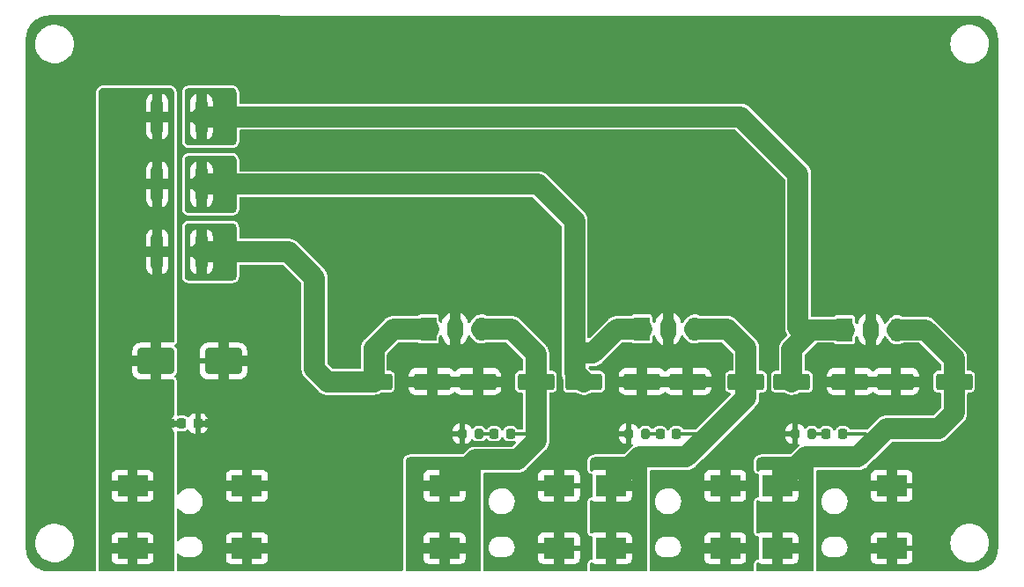
<source format=gbr>
G04 #@! TF.GenerationSoftware,KiCad,Pcbnew,(6.0.0)*
G04 #@! TF.CreationDate,2022-10-22T07:28:46+03:00*
G04 #@! TF.ProjectId,Voltlog Microscope PDU,566f6c74-6c6f-4672-904d-6963726f7363,rev?*
G04 #@! TF.SameCoordinates,Original*
G04 #@! TF.FileFunction,Copper,L1,Top*
G04 #@! TF.FilePolarity,Positive*
%FSLAX46Y46*%
G04 Gerber Fmt 4.6, Leading zero omitted, Abs format (unit mm)*
G04 Created by KiCad (PCBNEW (6.0.0)) date 2022-10-22 07:28:46*
%MOMM*%
%LPD*%
G01*
G04 APERTURE LIST*
G04 Aperture macros list*
%AMRoundRect*
0 Rectangle with rounded corners*
0 $1 Rounding radius*
0 $2 $3 $4 $5 $6 $7 $8 $9 X,Y pos of 4 corners*
0 Add a 4 corners polygon primitive as box body*
4,1,4,$2,$3,$4,$5,$6,$7,$8,$9,$2,$3,0*
0 Add four circle primitives for the rounded corners*
1,1,$1+$1,$2,$3*
1,1,$1+$1,$4,$5*
1,1,$1+$1,$6,$7*
1,1,$1+$1,$8,$9*
0 Add four rect primitives between the rounded corners*
20,1,$1+$1,$2,$3,$4,$5,0*
20,1,$1+$1,$4,$5,$6,$7,0*
20,1,$1+$1,$6,$7,$8,$9,0*
20,1,$1+$1,$8,$9,$2,$3,0*%
G04 Aperture macros list end*
G04 #@! TA.AperFunction,SMDPad,CuDef*
%ADD10RoundRect,0.225000X-0.225000X-0.250000X0.225000X-0.250000X0.225000X0.250000X-0.225000X0.250000X0*%
G04 #@! TD*
G04 #@! TA.AperFunction,SMDPad,CuDef*
%ADD11RoundRect,0.218750X-0.218750X-0.256250X0.218750X-0.256250X0.218750X0.256250X-0.218750X0.256250X0*%
G04 #@! TD*
G04 #@! TA.AperFunction,ComponentPad*
%ADD12R,1.500000X2.300000*%
G04 #@! TD*
G04 #@! TA.AperFunction,ComponentPad*
%ADD13O,1.500000X2.300000*%
G04 #@! TD*
G04 #@! TA.AperFunction,SMDPad,CuDef*
%ADD14RoundRect,0.250000X-0.312500X-1.450000X0.312500X-1.450000X0.312500X1.450000X-0.312500X1.450000X0*%
G04 #@! TD*
G04 #@! TA.AperFunction,SMDPad,CuDef*
%ADD15RoundRect,0.200000X-0.200000X-0.275000X0.200000X-0.275000X0.200000X0.275000X-0.200000X0.275000X0*%
G04 #@! TD*
G04 #@! TA.AperFunction,SMDPad,CuDef*
%ADD16RoundRect,0.250000X-1.500000X-1.000000X1.500000X-1.000000X1.500000X1.000000X-1.500000X1.000000X0*%
G04 #@! TD*
G04 #@! TA.AperFunction,SMDPad,CuDef*
%ADD17R,3.000000X2.000000*%
G04 #@! TD*
G04 #@! TA.AperFunction,SMDPad,CuDef*
%ADD18RoundRect,0.250000X-1.500000X-0.550000X1.500000X-0.550000X1.500000X0.550000X-1.500000X0.550000X0*%
G04 #@! TD*
G04 #@! TA.AperFunction,SMDPad,CuDef*
%ADD19RoundRect,0.250000X1.500000X0.550000X-1.500000X0.550000X-1.500000X-0.550000X1.500000X-0.550000X0*%
G04 #@! TD*
G04 #@! TA.AperFunction,ViaPad*
%ADD20C,0.600000*%
G04 #@! TD*
G04 #@! TA.AperFunction,Conductor*
%ADD21C,0.600000*%
G04 #@! TD*
G04 #@! TA.AperFunction,Conductor*
%ADD22C,0.300000*%
G04 #@! TD*
G04 #@! TA.AperFunction,Conductor*
%ADD23C,2.000000*%
G04 #@! TD*
G04 APERTURE END LIST*
D10*
G04 #@! TO.P,C1,1*
G04 #@! TO.N,+12V*
X110225000Y-93500000D03*
G04 #@! TO.P,C1,2*
G04 #@! TO.N,GND*
X111775000Y-93500000D03*
G04 #@! TD*
D11*
G04 #@! TO.P,D1,1,K*
G04 #@! TO.N,Net-(D1-Pad1)*
X140259297Y-94500000D03*
G04 #@! TO.P,D1,2,A*
G04 #@! TO.N,Net-(C6-Pad1)*
X141834297Y-94500000D03*
G04 #@! TD*
D12*
G04 #@! TO.P,U2,1,IN*
G04 #@! TO.N,Net-(C4-Pad1)*
X154460000Y-84425000D03*
D13*
G04 #@! TO.P,U2,2,GND*
G04 #@! TO.N,GND*
X157000000Y-84425000D03*
G04 #@! TO.P,U2,3,OUT*
G04 #@! TO.N,Net-(C7-Pad1)*
X159540000Y-84425000D03*
G04 #@! TD*
D14*
G04 #@! TO.P,F3,1*
G04 #@! TO.N,+12V*
X107862500Y-64000000D03*
G04 #@! TO.P,F3,2*
G04 #@! TO.N,Net-(C5-Pad1)*
X112137500Y-64000000D03*
G04 #@! TD*
D12*
G04 #@! TO.P,U1,1,IN*
G04 #@! TO.N,Net-(C3-Pad1)*
X133960000Y-84425000D03*
D13*
G04 #@! TO.P,U1,2,GND*
G04 #@! TO.N,GND*
X136500000Y-84425000D03*
G04 #@! TO.P,U1,3,OUT*
G04 #@! TO.N,Net-(C6-Pad1)*
X139040000Y-84425000D03*
G04 #@! TD*
D15*
G04 #@! TO.P,R2,1*
G04 #@! TO.N,GND*
X153175000Y-94500000D03*
G04 #@! TO.P,R2,2*
G04 #@! TO.N,Net-(D2-Pad1)*
X154825000Y-94500000D03*
G04 #@! TD*
D16*
G04 #@! TO.P,C2,1*
G04 #@! TO.N,+12V*
X107750000Y-87500000D03*
G04 #@! TO.P,C2,2*
G04 #@! TO.N,GND*
X114250000Y-87500000D03*
G04 #@! TD*
D14*
G04 #@! TO.P,F1,1*
G04 #@! TO.N,+12V*
X107862500Y-77000000D03*
G04 #@! TO.P,F1,2*
G04 #@! TO.N,Net-(C3-Pad1)*
X112137500Y-77000000D03*
G04 #@! TD*
D17*
G04 #@! TO.P,J3,1*
G04 #@! TO.N,Net-(C7-Pad1)*
X151500000Y-99500000D03*
X151500000Y-105500000D03*
G04 #@! TO.P,J3,2*
G04 #@! TO.N,GND*
X162500000Y-99500000D03*
G04 #@! TO.P,J3,3*
X162500000Y-105500000D03*
G04 #@! TD*
D15*
G04 #@! TO.P,R3,1*
G04 #@! TO.N,GND*
X169175000Y-94500000D03*
G04 #@! TO.P,R3,2*
G04 #@! TO.N,Net-(D3-Pad1)*
X170825000Y-94500000D03*
G04 #@! TD*
D18*
G04 #@! TO.P,C5,1*
G04 #@! TO.N,Net-(C5-Pad1)*
X168900000Y-89500000D03*
G04 #@! TO.P,C5,2*
G04 #@! TO.N,GND*
X174500000Y-89500000D03*
G04 #@! TD*
D19*
G04 #@! TO.P,C6,1*
G04 #@! TO.N,Net-(C6-Pad1)*
X144300000Y-89500000D03*
G04 #@! TO.P,C6,2*
G04 #@! TO.N,GND*
X138700000Y-89500000D03*
G04 #@! TD*
D15*
G04 #@! TO.P,R1,1*
G04 #@! TO.N,GND*
X137175000Y-94500000D03*
G04 #@! TO.P,R1,2*
G04 #@! TO.N,Net-(D1-Pad1)*
X138825000Y-94500000D03*
G04 #@! TD*
D12*
G04 #@! TO.P,U3,1,IN*
G04 #@! TO.N,Net-(C5-Pad1)*
X173960000Y-84500000D03*
D13*
G04 #@! TO.P,U3,2,GND*
G04 #@! TO.N,GND*
X176500000Y-84500000D03*
G04 #@! TO.P,U3,3,OUT*
G04 #@! TO.N,Net-(C8-Pad1)*
X179040000Y-84500000D03*
G04 #@! TD*
D17*
G04 #@! TO.P,J4,1*
G04 #@! TO.N,Net-(C8-Pad1)*
X167500000Y-105500000D03*
X167500000Y-99500000D03*
G04 #@! TO.P,J4,2*
G04 #@! TO.N,GND*
X178500000Y-99500000D03*
G04 #@! TO.P,J4,3*
X178500000Y-105500000D03*
G04 #@! TD*
D11*
G04 #@! TO.P,D2,1,K*
G04 #@! TO.N,Net-(D2-Pad1)*
X156212500Y-94500000D03*
G04 #@! TO.P,D2,2,A*
G04 #@! TO.N,Net-(C7-Pad1)*
X157787500Y-94500000D03*
G04 #@! TD*
D19*
G04 #@! TO.P,C8,1*
G04 #@! TO.N,Net-(C8-Pad1)*
X184500000Y-89500000D03*
G04 #@! TO.P,C8,2*
G04 #@! TO.N,GND*
X178900000Y-89500000D03*
G04 #@! TD*
D11*
G04 #@! TO.P,D3,1,K*
G04 #@! TO.N,Net-(D3-Pad1)*
X172212500Y-94500000D03*
G04 #@! TO.P,D3,2,A*
G04 #@! TO.N,Net-(C8-Pad1)*
X173787500Y-94500000D03*
G04 #@! TD*
D18*
G04 #@! TO.P,C3,1*
G04 #@! TO.N,Net-(C3-Pad1)*
X128700000Y-89500000D03*
G04 #@! TO.P,C3,2*
G04 #@! TO.N,GND*
X134300000Y-89500000D03*
G04 #@! TD*
D17*
G04 #@! TO.P,J2,1*
G04 #@! TO.N,Net-(C6-Pad1)*
X135500000Y-105500000D03*
X135500000Y-99500000D03*
G04 #@! TO.P,J2,2*
G04 #@! TO.N,GND*
X146500000Y-99500000D03*
G04 #@! TO.P,J2,3*
X146500000Y-105500000D03*
G04 #@! TD*
D18*
G04 #@! TO.P,C4,1*
G04 #@! TO.N,Net-(C4-Pad1)*
X148900000Y-89500000D03*
G04 #@! TO.P,C4,2*
G04 #@! TO.N,GND*
X154500000Y-89500000D03*
G04 #@! TD*
D17*
G04 #@! TO.P,J1,1*
G04 #@! TO.N,+12V*
X105500000Y-105500000D03*
X105500000Y-99500000D03*
G04 #@! TO.P,J1,2*
G04 #@! TO.N,GND*
X116500000Y-99500000D03*
G04 #@! TO.P,J1,3*
X116500000Y-105500000D03*
G04 #@! TD*
D19*
G04 #@! TO.P,C7,1*
G04 #@! TO.N,Net-(C7-Pad1)*
X164500000Y-89500000D03*
G04 #@! TO.P,C7,2*
G04 #@! TO.N,GND*
X158900000Y-89500000D03*
G04 #@! TD*
D14*
G04 #@! TO.P,F2,1*
G04 #@! TO.N,+12V*
X107862500Y-70500000D03*
G04 #@! TO.P,F2,2*
G04 #@! TO.N,Net-(C4-Pad1)*
X112137500Y-70500000D03*
G04 #@! TD*
D20*
G04 #@! TO.N,GND*
X178500000Y-102500000D03*
X115500000Y-97500000D03*
X177500000Y-103250000D03*
X145500000Y-103250000D03*
X119000000Y-86500000D03*
X178250000Y-87750000D03*
X118000000Y-88500000D03*
X161750000Y-101750000D03*
X135000000Y-87750000D03*
X173750000Y-87750000D03*
X134250000Y-87750000D03*
X156750000Y-87750000D03*
X159750000Y-91250000D03*
X117500000Y-102500000D03*
X176750000Y-87750000D03*
X159750000Y-87750000D03*
X161750000Y-103250000D03*
X117500000Y-97500000D03*
X157500000Y-87000000D03*
X147500000Y-101750000D03*
X176500000Y-102500000D03*
X134250000Y-91250000D03*
X116500000Y-97500000D03*
X177500000Y-87750000D03*
X176500000Y-101750000D03*
X146500000Y-102500000D03*
X176000000Y-87000000D03*
X119000000Y-87500000D03*
X173750000Y-91250000D03*
X137250000Y-91250000D03*
X153750000Y-87750000D03*
X144500000Y-101750000D03*
X177500000Y-101750000D03*
X155250000Y-87750000D03*
X115500000Y-96500000D03*
X139500000Y-87750000D03*
X135750000Y-87000000D03*
X137250000Y-87750000D03*
X116500000Y-96500000D03*
X117500000Y-91250000D03*
X176500000Y-103250000D03*
X145500000Y-101750000D03*
X176750000Y-91250000D03*
X115500000Y-95500000D03*
X155250000Y-91250000D03*
X138750000Y-87750000D03*
X161750000Y-102500000D03*
X156750000Y-87000000D03*
X179500000Y-101750000D03*
X162750000Y-101750000D03*
X137250000Y-87000000D03*
X135000000Y-91250000D03*
X115500000Y-92250000D03*
X116500000Y-91250000D03*
X144500000Y-102500000D03*
X116500000Y-101500000D03*
X178250000Y-91250000D03*
X158250000Y-91250000D03*
X157500000Y-87750000D03*
X156000000Y-87000000D03*
X153750000Y-91250000D03*
X156000000Y-91250000D03*
X179750000Y-87750000D03*
X147500000Y-102500000D03*
X133500000Y-91250000D03*
X177500000Y-87000000D03*
X118000000Y-86500000D03*
X179000000Y-91250000D03*
X147500000Y-103250000D03*
X133500000Y-87750000D03*
X139500000Y-91250000D03*
X156750000Y-91250000D03*
X174500000Y-91250000D03*
X115500000Y-91250000D03*
X146500000Y-101750000D03*
X117500000Y-103500000D03*
X175250000Y-87750000D03*
X115500000Y-102500000D03*
X178500000Y-103250000D03*
X175250000Y-91250000D03*
X117500000Y-101500000D03*
X157500000Y-91250000D03*
X136000000Y-94500000D03*
X163750000Y-102500000D03*
X135750000Y-91250000D03*
X117000000Y-87500000D03*
X159000000Y-87750000D03*
X176000000Y-87750000D03*
X158250000Y-87750000D03*
X179500000Y-103250000D03*
X144500000Y-103250000D03*
X177500000Y-91250000D03*
X145500000Y-102500000D03*
X136500000Y-91250000D03*
X162750000Y-103250000D03*
X176000000Y-91250000D03*
X159000000Y-91250000D03*
X116500000Y-103500000D03*
X115500000Y-93250000D03*
X160750000Y-103250000D03*
X117500000Y-92250000D03*
X116500000Y-92250000D03*
X152000000Y-94500000D03*
X176750000Y-87000000D03*
X138000000Y-91250000D03*
X119000000Y-88500000D03*
X156000000Y-87750000D03*
X117000000Y-88500000D03*
X117500000Y-96500000D03*
X178500000Y-101750000D03*
X163750000Y-101750000D03*
X177500000Y-102500000D03*
X160750000Y-102500000D03*
X116500000Y-95500000D03*
X115500000Y-101500000D03*
X168000000Y-94500000D03*
X179750000Y-91250000D03*
X136500000Y-87000000D03*
X162750000Y-102500000D03*
X117500000Y-95500000D03*
X138000000Y-87750000D03*
X135750000Y-87750000D03*
X136500000Y-87750000D03*
X154500000Y-87750000D03*
X174500000Y-87750000D03*
X163750000Y-103250000D03*
X115500000Y-103500000D03*
X116500000Y-93250000D03*
X146500000Y-103250000D03*
X118000000Y-87500000D03*
X117000000Y-86500000D03*
X179500000Y-102500000D03*
X117500000Y-93250000D03*
X160750000Y-101750000D03*
X138750000Y-91250000D03*
X154500000Y-91250000D03*
X179000000Y-87750000D03*
X116500000Y-102500000D03*
G04 #@! TD*
D21*
G04 #@! TO.N,+12V*
X110225000Y-93500000D02*
X107750000Y-93500000D01*
D22*
G04 #@! TO.N,GND*
X169175000Y-94500000D02*
X168000000Y-94500000D01*
D21*
X111775000Y-93500000D02*
X113750000Y-93500000D01*
D22*
X137175000Y-94500000D02*
X136000000Y-94500000D01*
X153175000Y-94500000D02*
X152000000Y-94500000D01*
D23*
G04 #@! TO.N,Net-(C3-Pad1)*
X123000000Y-88250000D02*
X124250000Y-89500000D01*
X128700000Y-89500000D02*
X128700000Y-86300000D01*
X130575000Y-84425000D02*
X133960000Y-84425000D01*
X124250000Y-89500000D02*
X128700000Y-89500000D01*
X123000000Y-79500000D02*
X123000000Y-88250000D01*
X120500000Y-77000000D02*
X123000000Y-79500000D01*
X112137500Y-77000000D02*
X120500000Y-77000000D01*
X128700000Y-86300000D02*
X130575000Y-84425000D01*
G04 #@! TO.N,Net-(C4-Pad1)*
X148000000Y-74000000D02*
X148000000Y-86750000D01*
X152075000Y-84425000D02*
X154460000Y-84425000D01*
X148000000Y-86750000D02*
X148000000Y-88600000D01*
X144500000Y-70500000D02*
X148000000Y-74000000D01*
X149750000Y-86750000D02*
X152075000Y-84425000D01*
X148000000Y-86750000D02*
X149750000Y-86750000D01*
X148000000Y-88600000D02*
X148900000Y-89500000D01*
X112137500Y-70500000D02*
X144500000Y-70500000D01*
G04 #@! TO.N,Net-(C5-Pad1)*
X164000000Y-64000000D02*
X169500000Y-69500000D01*
X168900000Y-86350000D02*
X168900000Y-89500000D01*
X169500000Y-84250000D02*
X169750000Y-84500000D01*
X173960000Y-84500000D02*
X170750000Y-84500000D01*
X170750000Y-84500000D02*
X168900000Y-86350000D01*
X112137500Y-64000000D02*
X164000000Y-64000000D01*
X169500000Y-69500000D02*
X169500000Y-84250000D01*
X169750000Y-84500000D02*
X170750000Y-84500000D01*
G04 #@! TO.N,Net-(C6-Pad1)*
X139040000Y-84425000D02*
X141925000Y-84425000D01*
X144300000Y-86800000D02*
X144300000Y-89500000D01*
X136000000Y-99500000D02*
X135500000Y-99500000D01*
X141925000Y-84425000D02*
X144300000Y-86800000D01*
D22*
X141834297Y-94500000D02*
X143600000Y-94500000D01*
D23*
X142500000Y-97000000D02*
X138500000Y-97000000D01*
X138500000Y-97000000D02*
X136000000Y-99500000D01*
X144300000Y-95200000D02*
X142500000Y-97000000D01*
D22*
X143600000Y-94500000D02*
X144300000Y-95200000D01*
D23*
X144300000Y-89500000D02*
X144300000Y-95200000D01*
G04 #@! TO.N,Net-(C7-Pad1)*
X164500000Y-86250000D02*
X164500000Y-89500000D01*
D22*
X157787500Y-94500000D02*
X159750000Y-94500000D01*
D23*
X164500000Y-91000000D02*
X160375000Y-95125000D01*
X159540000Y-84425000D02*
X162675000Y-84425000D01*
X164500000Y-89500000D02*
X164500000Y-91000000D01*
D22*
X159750000Y-94500000D02*
X160375000Y-95125000D01*
D23*
X160375000Y-95125000D02*
X158750000Y-96750000D01*
X162675000Y-84425000D02*
X164500000Y-86250000D01*
X154250000Y-96750000D02*
X151500000Y-99500000D01*
X158750000Y-96750000D02*
X154250000Y-96750000D01*
G04 #@! TO.N,Net-(C8-Pad1)*
X184500000Y-87250000D02*
X184500000Y-89500000D01*
X176750000Y-95250000D02*
X175250000Y-96750000D01*
X181750000Y-84500000D02*
X184500000Y-87250000D01*
X184500000Y-92500000D02*
X183000000Y-94000000D01*
X178000000Y-94000000D02*
X176750000Y-95250000D01*
X170250000Y-96750000D02*
X167500000Y-99500000D01*
X183000000Y-94000000D02*
X178000000Y-94000000D01*
D22*
X173787500Y-94500000D02*
X176000000Y-94500000D01*
D23*
X175250000Y-96750000D02*
X170250000Y-96750000D01*
X184500000Y-89500000D02*
X184500000Y-92500000D01*
X179040000Y-84500000D02*
X181750000Y-84500000D01*
D22*
X176000000Y-94500000D02*
X176750000Y-95250000D01*
G04 #@! TO.N,Net-(D1-Pad1)*
X138825000Y-94500000D02*
X140259297Y-94500000D01*
G04 #@! TO.N,Net-(D2-Pad1)*
X154825000Y-94500000D02*
X156212500Y-94500000D01*
G04 #@! TO.N,Net-(D3-Pad1)*
X172212500Y-94500000D02*
X170825000Y-94500000D01*
G04 #@! TD*
G04 #@! TA.AperFunction,Conductor*
G04 #@! TO.N,GND*
G36*
X157442121Y-83945002D02*
G01*
X157488614Y-83998658D01*
X157500000Y-84051000D01*
X157500000Y-85964593D01*
X157503973Y-85978124D01*
X157507158Y-85978582D01*
X157509360Y-85977877D01*
X157671804Y-85894034D01*
X157681252Y-85888038D01*
X157850501Y-85758168D01*
X157858730Y-85750602D01*
X157950000Y-85650297D01*
X157950000Y-86150000D01*
X158400000Y-86850000D01*
X161500000Y-86850000D01*
X161500000Y-91750000D01*
X151800000Y-91750000D01*
X151800000Y-90097095D01*
X152242001Y-90097095D01*
X152242338Y-90103614D01*
X152252257Y-90199206D01*
X152255149Y-90212600D01*
X152306588Y-90366784D01*
X152312761Y-90379962D01*
X152398063Y-90517807D01*
X152407099Y-90529208D01*
X152521829Y-90643739D01*
X152533240Y-90652751D01*
X152671243Y-90737816D01*
X152684424Y-90743963D01*
X152838710Y-90795138D01*
X152852086Y-90798005D01*
X152946438Y-90807672D01*
X152952854Y-90808000D01*
X153981885Y-90808000D01*
X153997124Y-90803525D01*
X153998329Y-90802135D01*
X154000000Y-90794452D01*
X154000000Y-90789884D01*
X155000000Y-90789884D01*
X155004475Y-90805123D01*
X155005865Y-90806328D01*
X155013548Y-90807999D01*
X156047095Y-90807999D01*
X156053614Y-90807662D01*
X156149206Y-90797743D01*
X156162600Y-90794851D01*
X156316784Y-90743412D01*
X156329962Y-90737239D01*
X156467807Y-90651937D01*
X156479208Y-90642901D01*
X156593740Y-90528170D01*
X156601114Y-90518833D01*
X156659031Y-90477771D01*
X156729954Y-90474539D01*
X156791365Y-90510165D01*
X156798743Y-90518665D01*
X156807097Y-90529206D01*
X156921829Y-90643739D01*
X156933240Y-90652751D01*
X157071243Y-90737816D01*
X157084424Y-90743963D01*
X157238710Y-90795138D01*
X157252086Y-90798005D01*
X157346438Y-90807672D01*
X157352854Y-90808000D01*
X158381885Y-90808000D01*
X158397124Y-90803525D01*
X158398329Y-90802135D01*
X158400000Y-90794452D01*
X158400000Y-90789884D01*
X159400000Y-90789884D01*
X159404475Y-90805123D01*
X159405865Y-90806328D01*
X159413548Y-90807999D01*
X160447095Y-90807999D01*
X160453614Y-90807662D01*
X160549206Y-90797743D01*
X160562600Y-90794851D01*
X160716784Y-90743412D01*
X160729962Y-90737239D01*
X160867807Y-90651937D01*
X160879208Y-90642901D01*
X160993739Y-90528171D01*
X161002751Y-90516760D01*
X161087816Y-90378757D01*
X161093963Y-90365576D01*
X161145138Y-90211290D01*
X161148005Y-90197914D01*
X161157672Y-90103562D01*
X161158000Y-90097146D01*
X161158000Y-90018115D01*
X161153525Y-90002876D01*
X161152135Y-90001671D01*
X161144452Y-90000000D01*
X159418115Y-90000000D01*
X159402876Y-90004475D01*
X159401671Y-90005865D01*
X159400000Y-90013548D01*
X159400000Y-90789884D01*
X158400000Y-90789884D01*
X158400000Y-90018115D01*
X158395525Y-90002876D01*
X158394135Y-90001671D01*
X158386452Y-90000000D01*
X155018115Y-90000000D01*
X155002876Y-90004475D01*
X155001671Y-90005865D01*
X155000000Y-90013548D01*
X155000000Y-90789884D01*
X154000000Y-90789884D01*
X154000000Y-90018115D01*
X153995525Y-90002876D01*
X153994135Y-90001671D01*
X153986452Y-90000000D01*
X152260116Y-90000000D01*
X152244877Y-90004475D01*
X152243672Y-90005865D01*
X152242001Y-90013548D01*
X152242001Y-90097095D01*
X151800000Y-90097095D01*
X151800000Y-88981885D01*
X152242000Y-88981885D01*
X152246475Y-88997124D01*
X152247865Y-88998329D01*
X152255548Y-89000000D01*
X153981885Y-89000000D01*
X153997124Y-88995525D01*
X153998329Y-88994135D01*
X154000000Y-88986452D01*
X154000000Y-88981885D01*
X155000000Y-88981885D01*
X155004475Y-88997124D01*
X155005865Y-88998329D01*
X155013548Y-89000000D01*
X158381885Y-89000000D01*
X158397124Y-88995525D01*
X158398329Y-88994135D01*
X158400000Y-88986452D01*
X158400000Y-88981885D01*
X159400000Y-88981885D01*
X159404475Y-88997124D01*
X159405865Y-88998329D01*
X159413548Y-89000000D01*
X161139884Y-89000000D01*
X161155123Y-88995525D01*
X161156328Y-88994135D01*
X161157999Y-88986452D01*
X161157999Y-88902905D01*
X161157662Y-88896386D01*
X161147743Y-88800794D01*
X161144851Y-88787400D01*
X161093412Y-88633216D01*
X161087239Y-88620038D01*
X161001937Y-88482193D01*
X160992901Y-88470792D01*
X160878171Y-88356261D01*
X160866760Y-88347249D01*
X160728757Y-88262184D01*
X160715576Y-88256037D01*
X160561290Y-88204862D01*
X160547914Y-88201995D01*
X160453562Y-88192328D01*
X160447145Y-88192000D01*
X159418115Y-88192000D01*
X159402876Y-88196475D01*
X159401671Y-88197865D01*
X159400000Y-88205548D01*
X159400000Y-88981885D01*
X158400000Y-88981885D01*
X158400000Y-88210116D01*
X158395525Y-88194877D01*
X158394135Y-88193672D01*
X158386452Y-88192001D01*
X157352905Y-88192001D01*
X157346386Y-88192338D01*
X157250794Y-88202257D01*
X157237400Y-88205149D01*
X157083216Y-88256588D01*
X157070038Y-88262761D01*
X156932193Y-88348063D01*
X156920792Y-88357099D01*
X156806260Y-88471830D01*
X156798886Y-88481167D01*
X156740969Y-88522229D01*
X156670046Y-88525461D01*
X156608635Y-88489835D01*
X156601257Y-88481335D01*
X156592903Y-88470794D01*
X156478171Y-88356261D01*
X156466760Y-88347249D01*
X156328757Y-88262184D01*
X156315576Y-88256037D01*
X156161290Y-88204862D01*
X156147914Y-88201995D01*
X156053562Y-88192328D01*
X156047145Y-88192000D01*
X155018115Y-88192000D01*
X155002876Y-88196475D01*
X155001671Y-88197865D01*
X155000000Y-88205548D01*
X155000000Y-88981885D01*
X154000000Y-88981885D01*
X154000000Y-88210116D01*
X153995525Y-88194877D01*
X153994135Y-88193672D01*
X153986452Y-88192001D01*
X152952905Y-88192001D01*
X152946386Y-88192338D01*
X152850794Y-88202257D01*
X152837400Y-88205149D01*
X152683216Y-88256588D01*
X152670038Y-88262761D01*
X152532193Y-88348063D01*
X152520792Y-88357099D01*
X152406261Y-88471829D01*
X152397249Y-88483240D01*
X152312184Y-88621243D01*
X152306037Y-88634424D01*
X152254862Y-88788710D01*
X152251995Y-88802086D01*
X152242328Y-88896438D01*
X152242000Y-88902855D01*
X152242000Y-88981885D01*
X151800000Y-88981885D01*
X151800000Y-86850000D01*
X155000000Y-86850000D01*
X155950000Y-86150000D01*
X155950000Y-85519718D01*
X156040575Y-85645767D01*
X156047883Y-85654233D01*
X156201082Y-85802692D01*
X156209779Y-85809735D01*
X156386844Y-85928719D01*
X156396641Y-85934105D01*
X156483411Y-85972194D01*
X156497398Y-85973995D01*
X156500000Y-85969812D01*
X156500000Y-84051000D01*
X156520002Y-83982879D01*
X156573658Y-83936386D01*
X156626000Y-83925000D01*
X157374000Y-83925000D01*
X157442121Y-83945002D01*
G37*
G04 #@! TD.AperFunction*
G04 #@! TA.AperFunction,Conductor*
G36*
X156328186Y-82955971D02*
G01*
X156318755Y-82961957D01*
X156149499Y-83091832D01*
X156141276Y-83099393D01*
X155997688Y-83257194D01*
X155990937Y-83266089D01*
X155950000Y-83331347D01*
X155950000Y-82950000D01*
X156339755Y-82950000D01*
X156328186Y-82955971D01*
G37*
G04 #@! TD.AperFunction*
G04 #@! TA.AperFunction,Conductor*
G36*
X157950000Y-83193716D02*
G01*
X157798918Y-83047308D01*
X157790221Y-83040265D01*
X157655894Y-82950000D01*
X157950000Y-82950000D01*
X157950000Y-83193716D01*
G37*
G04 #@! TD.AperFunction*
G04 #@! TD*
G04 #@! TA.AperFunction,Conductor*
G04 #@! TO.N,+12V*
G36*
X109109793Y-61251551D02*
G01*
X109203895Y-61266455D01*
X109241388Y-61278637D01*
X109317335Y-61317334D01*
X109349227Y-61340506D01*
X109409494Y-61400773D01*
X109432666Y-61432665D01*
X109471363Y-61508612D01*
X109483545Y-61546105D01*
X109498449Y-61640207D01*
X109500000Y-61659917D01*
X109500000Y-85622885D01*
X109479998Y-85691006D01*
X109426342Y-85737499D01*
X109361157Y-85748229D01*
X109303560Y-85742328D01*
X109297145Y-85742000D01*
X108268115Y-85742000D01*
X108252876Y-85746475D01*
X108251671Y-85747865D01*
X108250000Y-85755548D01*
X108250000Y-89239884D01*
X108254475Y-89255123D01*
X108255865Y-89256328D01*
X108263548Y-89257999D01*
X109297095Y-89257999D01*
X109303614Y-89257662D01*
X109360997Y-89251708D01*
X109430818Y-89264573D01*
X109482600Y-89313144D01*
X109500000Y-89377035D01*
X109500000Y-92661187D01*
X109479998Y-92729308D01*
X109463173Y-92750205D01*
X109426014Y-92787429D01*
X109417002Y-92798840D01*
X109334996Y-92931880D01*
X109328849Y-92945061D01*
X109299745Y-93032806D01*
X109299256Y-93046899D01*
X109305467Y-93050000D01*
X109500000Y-93050000D01*
X109500000Y-93950000D01*
X109312096Y-93950000D01*
X109298565Y-93953973D01*
X109297584Y-93960799D01*
X109329381Y-94056107D01*
X109335555Y-94069286D01*
X109417789Y-94202175D01*
X109426821Y-94213570D01*
X109463018Y-94249704D01*
X109497097Y-94311987D01*
X109500000Y-94338877D01*
X109500000Y-107587770D01*
X109498449Y-107607477D01*
X109493087Y-107641338D01*
X109462677Y-107705492D01*
X109402410Y-107743021D01*
X109368669Y-107747630D01*
X104797188Y-107748543D01*
X102381406Y-107749025D01*
X102313281Y-107729037D01*
X102266778Y-107675390D01*
X102256933Y-107642739D01*
X102251552Y-107608771D01*
X102250000Y-107589057D01*
X102250000Y-106544669D01*
X103492001Y-106544669D01*
X103492371Y-106551490D01*
X103497895Y-106602352D01*
X103501521Y-106617604D01*
X103546676Y-106738054D01*
X103555214Y-106753649D01*
X103631715Y-106855724D01*
X103644276Y-106868285D01*
X103746351Y-106944786D01*
X103761946Y-106953324D01*
X103882394Y-106998478D01*
X103897649Y-107002105D01*
X103948514Y-107007631D01*
X103955328Y-107008000D01*
X104981885Y-107008000D01*
X104997124Y-107003525D01*
X104998329Y-107002135D01*
X105000000Y-106994452D01*
X105000000Y-106989884D01*
X106000000Y-106989884D01*
X106004475Y-107005123D01*
X106005865Y-107006328D01*
X106013548Y-107007999D01*
X107044669Y-107007999D01*
X107051490Y-107007629D01*
X107102352Y-107002105D01*
X107117604Y-106998479D01*
X107238054Y-106953324D01*
X107253649Y-106944786D01*
X107355724Y-106868285D01*
X107368285Y-106855724D01*
X107444786Y-106753649D01*
X107453324Y-106738054D01*
X107498478Y-106617606D01*
X107502105Y-106602351D01*
X107507631Y-106551486D01*
X107508000Y-106544672D01*
X107508000Y-106018115D01*
X107503525Y-106002876D01*
X107502135Y-106001671D01*
X107494452Y-106000000D01*
X106018115Y-106000000D01*
X106002876Y-106004475D01*
X106001671Y-106005865D01*
X106000000Y-106013548D01*
X106000000Y-106989884D01*
X105000000Y-106989884D01*
X105000000Y-106018115D01*
X104995525Y-106002876D01*
X104994135Y-106001671D01*
X104986452Y-106000000D01*
X103510116Y-106000000D01*
X103494877Y-106004475D01*
X103493672Y-106005865D01*
X103492001Y-106013548D01*
X103492001Y-106544669D01*
X102250000Y-106544669D01*
X102250000Y-104981885D01*
X103492000Y-104981885D01*
X103496475Y-104997124D01*
X103497865Y-104998329D01*
X103505548Y-105000000D01*
X104981885Y-105000000D01*
X104997124Y-104995525D01*
X104998329Y-104994135D01*
X105000000Y-104986452D01*
X105000000Y-104981885D01*
X106000000Y-104981885D01*
X106004475Y-104997124D01*
X106005865Y-104998329D01*
X106013548Y-105000000D01*
X107489884Y-105000000D01*
X107505123Y-104995525D01*
X107506328Y-104994135D01*
X107507999Y-104986452D01*
X107507999Y-104455331D01*
X107507629Y-104448510D01*
X107502105Y-104397648D01*
X107498479Y-104382396D01*
X107453324Y-104261946D01*
X107444786Y-104246351D01*
X107368285Y-104144276D01*
X107355724Y-104131715D01*
X107253649Y-104055214D01*
X107238054Y-104046676D01*
X107117606Y-104001522D01*
X107102351Y-103997895D01*
X107051486Y-103992369D01*
X107044672Y-103992000D01*
X106018115Y-103992000D01*
X106002876Y-103996475D01*
X106001671Y-103997865D01*
X106000000Y-104005548D01*
X106000000Y-104981885D01*
X105000000Y-104981885D01*
X105000000Y-104010116D01*
X104995525Y-103994877D01*
X104994135Y-103993672D01*
X104986452Y-103992001D01*
X103955331Y-103992001D01*
X103948510Y-103992371D01*
X103897648Y-103997895D01*
X103882396Y-104001521D01*
X103761946Y-104046676D01*
X103746351Y-104055214D01*
X103644276Y-104131715D01*
X103631715Y-104144276D01*
X103555214Y-104246351D01*
X103546676Y-104261946D01*
X103501522Y-104382394D01*
X103497895Y-104397649D01*
X103492369Y-104448514D01*
X103492000Y-104455328D01*
X103492000Y-104981885D01*
X102250000Y-104981885D01*
X102250000Y-100544669D01*
X103492001Y-100544669D01*
X103492371Y-100551490D01*
X103497895Y-100602352D01*
X103501521Y-100617604D01*
X103546676Y-100738054D01*
X103555214Y-100753649D01*
X103631715Y-100855724D01*
X103644276Y-100868285D01*
X103746351Y-100944786D01*
X103761946Y-100953324D01*
X103882394Y-100998478D01*
X103897649Y-101002105D01*
X103948514Y-101007631D01*
X103955328Y-101008000D01*
X104981885Y-101008000D01*
X104997124Y-101003525D01*
X104998329Y-101002135D01*
X105000000Y-100994452D01*
X105000000Y-100989884D01*
X106000000Y-100989884D01*
X106004475Y-101005123D01*
X106005865Y-101006328D01*
X106013548Y-101007999D01*
X107044669Y-101007999D01*
X107051490Y-101007629D01*
X107102352Y-101002105D01*
X107117604Y-100998479D01*
X107238054Y-100953324D01*
X107253649Y-100944786D01*
X107355724Y-100868285D01*
X107368285Y-100855724D01*
X107444786Y-100753649D01*
X107453324Y-100738054D01*
X107498478Y-100617606D01*
X107502105Y-100602351D01*
X107507631Y-100551486D01*
X107508000Y-100544672D01*
X107508000Y-100018115D01*
X107503525Y-100002876D01*
X107502135Y-100001671D01*
X107494452Y-100000000D01*
X106018115Y-100000000D01*
X106002876Y-100004475D01*
X106001671Y-100005865D01*
X106000000Y-100013548D01*
X106000000Y-100989884D01*
X105000000Y-100989884D01*
X105000000Y-100018115D01*
X104995525Y-100002876D01*
X104994135Y-100001671D01*
X104986452Y-100000000D01*
X103510116Y-100000000D01*
X103494877Y-100004475D01*
X103493672Y-100005865D01*
X103492001Y-100013548D01*
X103492001Y-100544669D01*
X102250000Y-100544669D01*
X102250000Y-98981885D01*
X103492000Y-98981885D01*
X103496475Y-98997124D01*
X103497865Y-98998329D01*
X103505548Y-99000000D01*
X104981885Y-99000000D01*
X104997124Y-98995525D01*
X104998329Y-98994135D01*
X105000000Y-98986452D01*
X105000000Y-98981885D01*
X106000000Y-98981885D01*
X106004475Y-98997124D01*
X106005865Y-98998329D01*
X106013548Y-99000000D01*
X107489884Y-99000000D01*
X107505123Y-98995525D01*
X107506328Y-98994135D01*
X107507999Y-98986452D01*
X107507999Y-98455331D01*
X107507629Y-98448510D01*
X107502105Y-98397648D01*
X107498479Y-98382396D01*
X107453324Y-98261946D01*
X107444786Y-98246351D01*
X107368285Y-98144276D01*
X107355724Y-98131715D01*
X107253649Y-98055214D01*
X107238054Y-98046676D01*
X107117606Y-98001522D01*
X107102351Y-97997895D01*
X107051486Y-97992369D01*
X107044672Y-97992000D01*
X106018115Y-97992000D01*
X106002876Y-97996475D01*
X106001671Y-97997865D01*
X106000000Y-98005548D01*
X106000000Y-98981885D01*
X105000000Y-98981885D01*
X105000000Y-98010116D01*
X104995525Y-97994877D01*
X104994135Y-97993672D01*
X104986452Y-97992001D01*
X103955331Y-97992001D01*
X103948510Y-97992371D01*
X103897648Y-97997895D01*
X103882396Y-98001521D01*
X103761946Y-98046676D01*
X103746351Y-98055214D01*
X103644276Y-98131715D01*
X103631715Y-98144276D01*
X103555214Y-98246351D01*
X103546676Y-98261946D01*
X103501522Y-98382394D01*
X103497895Y-98397649D01*
X103492369Y-98448514D01*
X103492000Y-98455328D01*
X103492000Y-98981885D01*
X102250000Y-98981885D01*
X102250000Y-88547095D01*
X105492001Y-88547095D01*
X105492338Y-88553614D01*
X105502257Y-88649206D01*
X105505149Y-88662600D01*
X105556588Y-88816784D01*
X105562761Y-88829962D01*
X105648063Y-88967807D01*
X105657099Y-88979208D01*
X105771829Y-89093739D01*
X105783240Y-89102751D01*
X105921243Y-89187816D01*
X105934424Y-89193963D01*
X106088710Y-89245138D01*
X106102086Y-89248005D01*
X106196438Y-89257672D01*
X106202854Y-89258000D01*
X107231885Y-89258000D01*
X107247124Y-89253525D01*
X107248329Y-89252135D01*
X107250000Y-89244452D01*
X107250000Y-88018115D01*
X107245525Y-88002876D01*
X107244135Y-88001671D01*
X107236452Y-88000000D01*
X105510116Y-88000000D01*
X105494877Y-88004475D01*
X105493672Y-88005865D01*
X105492001Y-88013548D01*
X105492001Y-88547095D01*
X102250000Y-88547095D01*
X102250000Y-86981885D01*
X105492000Y-86981885D01*
X105496475Y-86997124D01*
X105497865Y-86998329D01*
X105505548Y-87000000D01*
X107231885Y-87000000D01*
X107247124Y-86995525D01*
X107248329Y-86994135D01*
X107250000Y-86986452D01*
X107250000Y-85760116D01*
X107245525Y-85744877D01*
X107244135Y-85743672D01*
X107236452Y-85742001D01*
X106202905Y-85742001D01*
X106196386Y-85742338D01*
X106100794Y-85752257D01*
X106087400Y-85755149D01*
X105933216Y-85806588D01*
X105920038Y-85812761D01*
X105782193Y-85898063D01*
X105770792Y-85907099D01*
X105656261Y-86021829D01*
X105647249Y-86033240D01*
X105562184Y-86171243D01*
X105556037Y-86184424D01*
X105504862Y-86338710D01*
X105501995Y-86352086D01*
X105492328Y-86446438D01*
X105492000Y-86452855D01*
X105492000Y-86981885D01*
X102250000Y-86981885D01*
X102250000Y-78497095D01*
X106792001Y-78497095D01*
X106792338Y-78503614D01*
X106802257Y-78599206D01*
X106805149Y-78612600D01*
X106856588Y-78766784D01*
X106862761Y-78779962D01*
X106948063Y-78917807D01*
X106957099Y-78929208D01*
X107071829Y-79043739D01*
X107083240Y-79052751D01*
X107221245Y-79137818D01*
X107234423Y-79143962D01*
X107345306Y-79180741D01*
X107359399Y-79181230D01*
X107362500Y-79175019D01*
X107362500Y-79168429D01*
X108362500Y-79168429D01*
X108366473Y-79181960D01*
X108373299Y-79182941D01*
X108491784Y-79143412D01*
X108504962Y-79137239D01*
X108642807Y-79051937D01*
X108654208Y-79042901D01*
X108768739Y-78928171D01*
X108777751Y-78916760D01*
X108862816Y-78778757D01*
X108868963Y-78765576D01*
X108920138Y-78611290D01*
X108923005Y-78597914D01*
X108932672Y-78503562D01*
X108933000Y-78497146D01*
X108933000Y-77518115D01*
X108928525Y-77502876D01*
X108927135Y-77501671D01*
X108919452Y-77500000D01*
X108380615Y-77500000D01*
X108365376Y-77504475D01*
X108364171Y-77505865D01*
X108362500Y-77513548D01*
X108362500Y-79168429D01*
X107362500Y-79168429D01*
X107362500Y-77518115D01*
X107358025Y-77502876D01*
X107356635Y-77501671D01*
X107348952Y-77500000D01*
X106810116Y-77500000D01*
X106794877Y-77504475D01*
X106793672Y-77505865D01*
X106792001Y-77513548D01*
X106792001Y-78497095D01*
X102250000Y-78497095D01*
X102250000Y-76481885D01*
X106792000Y-76481885D01*
X106796475Y-76497124D01*
X106797865Y-76498329D01*
X106805548Y-76500000D01*
X107344385Y-76500000D01*
X107359624Y-76495525D01*
X107360829Y-76494135D01*
X107362500Y-76486452D01*
X107362500Y-76481885D01*
X108362500Y-76481885D01*
X108366975Y-76497124D01*
X108368365Y-76498329D01*
X108376048Y-76500000D01*
X108914884Y-76500000D01*
X108930123Y-76495525D01*
X108931328Y-76494135D01*
X108932999Y-76486452D01*
X108932999Y-75502905D01*
X108932662Y-75496386D01*
X108922743Y-75400794D01*
X108919851Y-75387400D01*
X108868412Y-75233216D01*
X108862239Y-75220038D01*
X108776937Y-75082193D01*
X108767901Y-75070792D01*
X108653171Y-74956261D01*
X108641760Y-74947249D01*
X108503755Y-74862182D01*
X108490577Y-74856038D01*
X108379694Y-74819259D01*
X108365601Y-74818770D01*
X108362500Y-74824981D01*
X108362500Y-76481885D01*
X107362500Y-76481885D01*
X107362500Y-74831571D01*
X107358527Y-74818040D01*
X107351701Y-74817059D01*
X107233216Y-74856588D01*
X107220038Y-74862761D01*
X107082193Y-74948063D01*
X107070792Y-74957099D01*
X106956261Y-75071829D01*
X106947249Y-75083240D01*
X106862184Y-75221243D01*
X106856037Y-75234424D01*
X106804862Y-75388710D01*
X106801995Y-75402086D01*
X106792328Y-75496438D01*
X106792000Y-75502855D01*
X106792000Y-76481885D01*
X102250000Y-76481885D01*
X102250000Y-71997095D01*
X106792001Y-71997095D01*
X106792338Y-72003614D01*
X106802257Y-72099206D01*
X106805149Y-72112600D01*
X106856588Y-72266784D01*
X106862761Y-72279962D01*
X106948063Y-72417807D01*
X106957099Y-72429208D01*
X107071829Y-72543739D01*
X107083240Y-72552751D01*
X107221245Y-72637818D01*
X107234423Y-72643962D01*
X107345306Y-72680741D01*
X107359399Y-72681230D01*
X107362500Y-72675019D01*
X107362500Y-72668429D01*
X108362500Y-72668429D01*
X108366473Y-72681960D01*
X108373299Y-72682941D01*
X108491784Y-72643412D01*
X108504962Y-72637239D01*
X108642807Y-72551937D01*
X108654208Y-72542901D01*
X108768739Y-72428171D01*
X108777751Y-72416760D01*
X108862816Y-72278757D01*
X108868963Y-72265576D01*
X108920138Y-72111290D01*
X108923005Y-72097914D01*
X108932672Y-72003562D01*
X108933000Y-71997146D01*
X108933000Y-71018115D01*
X108928525Y-71002876D01*
X108927135Y-71001671D01*
X108919452Y-71000000D01*
X108380615Y-71000000D01*
X108365376Y-71004475D01*
X108364171Y-71005865D01*
X108362500Y-71013548D01*
X108362500Y-72668429D01*
X107362500Y-72668429D01*
X107362500Y-71018115D01*
X107358025Y-71002876D01*
X107356635Y-71001671D01*
X107348952Y-71000000D01*
X106810116Y-71000000D01*
X106794877Y-71004475D01*
X106793672Y-71005865D01*
X106792001Y-71013548D01*
X106792001Y-71997095D01*
X102250000Y-71997095D01*
X102250000Y-69981885D01*
X106792000Y-69981885D01*
X106796475Y-69997124D01*
X106797865Y-69998329D01*
X106805548Y-70000000D01*
X107344385Y-70000000D01*
X107359624Y-69995525D01*
X107360829Y-69994135D01*
X107362500Y-69986452D01*
X107362500Y-69981885D01*
X108362500Y-69981885D01*
X108366975Y-69997124D01*
X108368365Y-69998329D01*
X108376048Y-70000000D01*
X108914884Y-70000000D01*
X108930123Y-69995525D01*
X108931328Y-69994135D01*
X108932999Y-69986452D01*
X108932999Y-69002905D01*
X108932662Y-68996386D01*
X108922743Y-68900794D01*
X108919851Y-68887400D01*
X108868412Y-68733216D01*
X108862239Y-68720038D01*
X108776937Y-68582193D01*
X108767901Y-68570792D01*
X108653171Y-68456261D01*
X108641760Y-68447249D01*
X108503755Y-68362182D01*
X108490577Y-68356038D01*
X108379694Y-68319259D01*
X108365601Y-68318770D01*
X108362500Y-68324981D01*
X108362500Y-69981885D01*
X107362500Y-69981885D01*
X107362500Y-68331571D01*
X107358527Y-68318040D01*
X107351701Y-68317059D01*
X107233216Y-68356588D01*
X107220038Y-68362761D01*
X107082193Y-68448063D01*
X107070792Y-68457099D01*
X106956261Y-68571829D01*
X106947249Y-68583240D01*
X106862184Y-68721243D01*
X106856037Y-68734424D01*
X106804862Y-68888710D01*
X106801995Y-68902086D01*
X106792328Y-68996438D01*
X106792000Y-69002855D01*
X106792000Y-69981885D01*
X102250000Y-69981885D01*
X102250000Y-65497095D01*
X106792001Y-65497095D01*
X106792338Y-65503614D01*
X106802257Y-65599206D01*
X106805149Y-65612600D01*
X106856588Y-65766784D01*
X106862761Y-65779962D01*
X106948063Y-65917807D01*
X106957099Y-65929208D01*
X107071829Y-66043739D01*
X107083240Y-66052751D01*
X107221245Y-66137818D01*
X107234423Y-66143962D01*
X107345306Y-66180741D01*
X107359399Y-66181230D01*
X107362500Y-66175019D01*
X107362500Y-66168429D01*
X108362500Y-66168429D01*
X108366473Y-66181960D01*
X108373299Y-66182941D01*
X108491784Y-66143412D01*
X108504962Y-66137239D01*
X108642807Y-66051937D01*
X108654208Y-66042901D01*
X108768739Y-65928171D01*
X108777751Y-65916760D01*
X108862816Y-65778757D01*
X108868963Y-65765576D01*
X108920138Y-65611290D01*
X108923005Y-65597914D01*
X108932672Y-65503562D01*
X108933000Y-65497146D01*
X108933000Y-64518115D01*
X108928525Y-64502876D01*
X108927135Y-64501671D01*
X108919452Y-64500000D01*
X108380615Y-64500000D01*
X108365376Y-64504475D01*
X108364171Y-64505865D01*
X108362500Y-64513548D01*
X108362500Y-66168429D01*
X107362500Y-66168429D01*
X107362500Y-64518115D01*
X107358025Y-64502876D01*
X107356635Y-64501671D01*
X107348952Y-64500000D01*
X106810116Y-64500000D01*
X106794877Y-64504475D01*
X106793672Y-64505865D01*
X106792001Y-64513548D01*
X106792001Y-65497095D01*
X102250000Y-65497095D01*
X102250000Y-63481885D01*
X106792000Y-63481885D01*
X106796475Y-63497124D01*
X106797865Y-63498329D01*
X106805548Y-63500000D01*
X107344385Y-63500000D01*
X107359624Y-63495525D01*
X107360829Y-63494135D01*
X107362500Y-63486452D01*
X107362500Y-63481885D01*
X108362500Y-63481885D01*
X108366975Y-63497124D01*
X108368365Y-63498329D01*
X108376048Y-63500000D01*
X108914884Y-63500000D01*
X108930123Y-63495525D01*
X108931328Y-63494135D01*
X108932999Y-63486452D01*
X108932999Y-62502905D01*
X108932662Y-62496386D01*
X108922743Y-62400794D01*
X108919851Y-62387400D01*
X108868412Y-62233216D01*
X108862239Y-62220038D01*
X108776937Y-62082193D01*
X108767901Y-62070792D01*
X108653171Y-61956261D01*
X108641760Y-61947249D01*
X108503755Y-61862182D01*
X108490577Y-61856038D01*
X108379694Y-61819259D01*
X108365601Y-61818770D01*
X108362500Y-61824981D01*
X108362500Y-63481885D01*
X107362500Y-63481885D01*
X107362500Y-61831571D01*
X107358527Y-61818040D01*
X107351701Y-61817059D01*
X107233216Y-61856588D01*
X107220038Y-61862761D01*
X107082193Y-61948063D01*
X107070792Y-61957099D01*
X106956261Y-62071829D01*
X106947249Y-62083240D01*
X106862184Y-62221243D01*
X106856037Y-62234424D01*
X106804862Y-62388710D01*
X106801995Y-62402086D01*
X106792328Y-62496438D01*
X106792000Y-62502855D01*
X106792000Y-63481885D01*
X102250000Y-63481885D01*
X102250000Y-61659917D01*
X102251551Y-61640207D01*
X102266455Y-61546105D01*
X102278637Y-61508612D01*
X102317334Y-61432665D01*
X102340506Y-61400773D01*
X102400773Y-61340506D01*
X102432665Y-61317334D01*
X102508612Y-61278637D01*
X102546105Y-61266455D01*
X102640207Y-61251551D01*
X102659917Y-61250000D01*
X109090083Y-61250000D01*
X109109793Y-61251551D01*
G37*
G04 #@! TD.AperFunction*
G04 #@! TD*
G04 #@! TA.AperFunction,Conductor*
G04 #@! TO.N,Net-(C5-Pad1)*
G36*
X115109793Y-61251551D02*
G01*
X115203895Y-61266455D01*
X115241388Y-61278637D01*
X115317335Y-61317334D01*
X115349227Y-61340506D01*
X115409494Y-61400773D01*
X115432666Y-61432665D01*
X115471363Y-61508612D01*
X115483545Y-61546105D01*
X115498449Y-61640207D01*
X115500000Y-61659917D01*
X115500000Y-66340083D01*
X115498449Y-66359793D01*
X115483545Y-66453895D01*
X115471363Y-66491388D01*
X115432666Y-66567335D01*
X115409494Y-66599227D01*
X115349227Y-66659494D01*
X115317335Y-66682666D01*
X115241388Y-66721363D01*
X115203895Y-66733545D01*
X115109793Y-66748449D01*
X115090083Y-66750000D01*
X110909917Y-66750000D01*
X110890207Y-66748449D01*
X110796105Y-66733545D01*
X110758612Y-66721363D01*
X110682665Y-66682666D01*
X110650773Y-66659494D01*
X110590506Y-66599227D01*
X110567334Y-66567335D01*
X110528637Y-66491388D01*
X110516455Y-66453895D01*
X110501551Y-66359793D01*
X110500000Y-66340083D01*
X110500000Y-65497095D01*
X111067001Y-65497095D01*
X111067338Y-65503614D01*
X111077257Y-65599206D01*
X111080149Y-65612600D01*
X111131588Y-65766784D01*
X111137761Y-65779962D01*
X111223063Y-65917807D01*
X111232099Y-65929208D01*
X111346829Y-66043739D01*
X111358240Y-66052751D01*
X111496245Y-66137818D01*
X111509423Y-66143962D01*
X111620306Y-66180741D01*
X111634399Y-66181230D01*
X111637500Y-66175019D01*
X111637500Y-66168429D01*
X112637500Y-66168429D01*
X112641473Y-66181960D01*
X112648299Y-66182941D01*
X112766784Y-66143412D01*
X112779962Y-66137239D01*
X112917807Y-66051937D01*
X112929208Y-66042901D01*
X113043739Y-65928171D01*
X113052751Y-65916760D01*
X113137816Y-65778757D01*
X113143963Y-65765576D01*
X113195138Y-65611290D01*
X113198005Y-65597914D01*
X113207672Y-65503562D01*
X113208000Y-65497146D01*
X113208000Y-64518115D01*
X113203525Y-64502876D01*
X113202135Y-64501671D01*
X113194452Y-64500000D01*
X112655615Y-64500000D01*
X112640376Y-64504475D01*
X112639171Y-64505865D01*
X112637500Y-64513548D01*
X112637500Y-66168429D01*
X111637500Y-66168429D01*
X111637500Y-64518115D01*
X111633025Y-64502876D01*
X111631635Y-64501671D01*
X111623952Y-64500000D01*
X111085116Y-64500000D01*
X111069877Y-64504475D01*
X111068672Y-64505865D01*
X111067001Y-64513548D01*
X111067001Y-65497095D01*
X110500000Y-65497095D01*
X110500000Y-63481885D01*
X111067000Y-63481885D01*
X111071475Y-63497124D01*
X111072865Y-63498329D01*
X111080548Y-63500000D01*
X111619385Y-63500000D01*
X111634624Y-63495525D01*
X111635829Y-63494135D01*
X111637500Y-63486452D01*
X111637500Y-63481885D01*
X112637500Y-63481885D01*
X112641975Y-63497124D01*
X112643365Y-63498329D01*
X112651048Y-63500000D01*
X113189884Y-63500000D01*
X113205123Y-63495525D01*
X113206328Y-63494135D01*
X113207999Y-63486452D01*
X113207999Y-62502905D01*
X113207662Y-62496386D01*
X113197743Y-62400794D01*
X113194851Y-62387400D01*
X113143412Y-62233216D01*
X113137239Y-62220038D01*
X113051937Y-62082193D01*
X113042901Y-62070792D01*
X112928171Y-61956261D01*
X112916760Y-61947249D01*
X112778755Y-61862182D01*
X112765577Y-61856038D01*
X112654694Y-61819259D01*
X112640601Y-61818770D01*
X112637500Y-61824981D01*
X112637500Y-63481885D01*
X111637500Y-63481885D01*
X111637500Y-61831571D01*
X111633527Y-61818040D01*
X111626701Y-61817059D01*
X111508216Y-61856588D01*
X111495038Y-61862761D01*
X111357193Y-61948063D01*
X111345792Y-61957099D01*
X111231261Y-62071829D01*
X111222249Y-62083240D01*
X111137184Y-62221243D01*
X111131037Y-62234424D01*
X111079862Y-62388710D01*
X111076995Y-62402086D01*
X111067328Y-62496438D01*
X111067000Y-62502855D01*
X111067000Y-63481885D01*
X110500000Y-63481885D01*
X110500000Y-61659917D01*
X110501551Y-61640207D01*
X110516455Y-61546105D01*
X110528637Y-61508612D01*
X110567334Y-61432665D01*
X110590506Y-61400773D01*
X110650773Y-61340506D01*
X110682665Y-61317334D01*
X110758612Y-61278637D01*
X110796105Y-61266455D01*
X110890207Y-61251551D01*
X110909917Y-61250000D01*
X115090083Y-61250000D01*
X115109793Y-61251551D01*
G37*
G04 #@! TD.AperFunction*
G04 #@! TD*
G04 #@! TA.AperFunction,Conductor*
G04 #@! TO.N,Net-(C8-Pad1)*
G36*
X170609793Y-96751551D02*
G01*
X170703895Y-96766455D01*
X170741388Y-96778637D01*
X170817335Y-96817334D01*
X170849227Y-96840506D01*
X170909494Y-96900773D01*
X170932666Y-96932665D01*
X170971363Y-97008612D01*
X170983545Y-97046105D01*
X170998449Y-97140207D01*
X171000000Y-97159917D01*
X171000000Y-107575490D01*
X170998449Y-107595197D01*
X170993087Y-107629058D01*
X170962677Y-107693212D01*
X170902410Y-107730741D01*
X170868667Y-107735350D01*
X167149641Y-107736093D01*
X165631406Y-107736396D01*
X165563281Y-107716408D01*
X165516778Y-107662761D01*
X165506933Y-107630110D01*
X165501552Y-107596142D01*
X165500000Y-107576428D01*
X165500000Y-107012047D01*
X165520002Y-106943926D01*
X165573658Y-106897433D01*
X165643932Y-106887329D01*
X165701564Y-106911220D01*
X165746352Y-106944787D01*
X165761946Y-106953324D01*
X165882394Y-106998478D01*
X165897649Y-107002105D01*
X165948514Y-107007631D01*
X165955328Y-107008000D01*
X166981885Y-107008000D01*
X166997124Y-107003525D01*
X166998329Y-107002135D01*
X167000000Y-106994452D01*
X167000000Y-106989884D01*
X168000000Y-106989884D01*
X168004475Y-107005123D01*
X168005865Y-107006328D01*
X168013548Y-107007999D01*
X169044669Y-107007999D01*
X169051490Y-107007629D01*
X169102352Y-107002105D01*
X169117604Y-106998479D01*
X169238054Y-106953324D01*
X169253649Y-106944786D01*
X169355724Y-106868285D01*
X169368285Y-106855724D01*
X169444786Y-106753649D01*
X169453324Y-106738054D01*
X169498478Y-106617606D01*
X169502105Y-106602351D01*
X169507631Y-106551486D01*
X169508000Y-106544672D01*
X169508000Y-106018115D01*
X169503525Y-106002876D01*
X169502135Y-106001671D01*
X169494452Y-106000000D01*
X168018115Y-106000000D01*
X168002876Y-106004475D01*
X168001671Y-106005865D01*
X168000000Y-106013548D01*
X168000000Y-106989884D01*
X167000000Y-106989884D01*
X167000000Y-104981885D01*
X168000000Y-104981885D01*
X168004475Y-104997124D01*
X168005865Y-104998329D01*
X168013548Y-105000000D01*
X169489884Y-105000000D01*
X169505123Y-104995525D01*
X169506328Y-104994135D01*
X169507999Y-104986452D01*
X169507999Y-104455331D01*
X169507629Y-104448510D01*
X169502105Y-104397648D01*
X169498479Y-104382396D01*
X169453324Y-104261946D01*
X169444786Y-104246351D01*
X169368285Y-104144276D01*
X169355724Y-104131715D01*
X169253649Y-104055214D01*
X169238054Y-104046676D01*
X169117606Y-104001522D01*
X169102351Y-103997895D01*
X169051486Y-103992369D01*
X169044672Y-103992000D01*
X168018115Y-103992000D01*
X168002876Y-103996475D01*
X168001671Y-103997865D01*
X168000000Y-104005548D01*
X168000000Y-104981885D01*
X167000000Y-104981885D01*
X167000000Y-104010116D01*
X166995525Y-103994877D01*
X166994135Y-103993672D01*
X166986452Y-103992001D01*
X165955331Y-103992001D01*
X165948510Y-103992371D01*
X165897648Y-103997895D01*
X165882396Y-104001521D01*
X165761946Y-104046676D01*
X165746352Y-104055213D01*
X165701564Y-104088780D01*
X165635058Y-104113627D01*
X165565675Y-104098574D01*
X165515446Y-104048399D01*
X165500000Y-103987953D01*
X165500000Y-101012047D01*
X165520002Y-100943926D01*
X165573658Y-100897433D01*
X165643932Y-100887329D01*
X165701564Y-100911220D01*
X165746352Y-100944787D01*
X165761946Y-100953324D01*
X165882394Y-100998478D01*
X165897649Y-101002105D01*
X165948514Y-101007631D01*
X165955328Y-101008000D01*
X166981885Y-101008000D01*
X166997124Y-101003525D01*
X166998329Y-101002135D01*
X167000000Y-100994452D01*
X167000000Y-100989884D01*
X168000000Y-100989884D01*
X168004475Y-101005123D01*
X168005865Y-101006328D01*
X168013548Y-101007999D01*
X169044669Y-101007999D01*
X169051490Y-101007629D01*
X169102352Y-101002105D01*
X169117604Y-100998479D01*
X169238054Y-100953324D01*
X169253649Y-100944786D01*
X169355724Y-100868285D01*
X169368285Y-100855724D01*
X169444786Y-100753649D01*
X169453324Y-100738054D01*
X169498478Y-100617606D01*
X169502105Y-100602351D01*
X169507631Y-100551486D01*
X169508000Y-100544672D01*
X169508000Y-100018115D01*
X169503525Y-100002876D01*
X169502135Y-100001671D01*
X169494452Y-100000000D01*
X168018115Y-100000000D01*
X168002876Y-100004475D01*
X168001671Y-100005865D01*
X168000000Y-100013548D01*
X168000000Y-100989884D01*
X167000000Y-100989884D01*
X167000000Y-98981885D01*
X168000000Y-98981885D01*
X168004475Y-98997124D01*
X168005865Y-98998329D01*
X168013548Y-99000000D01*
X169489884Y-99000000D01*
X169505123Y-98995525D01*
X169506328Y-98994135D01*
X169507999Y-98986452D01*
X169507999Y-98455331D01*
X169507629Y-98448510D01*
X169502105Y-98397648D01*
X169498479Y-98382396D01*
X169453324Y-98261946D01*
X169444786Y-98246351D01*
X169368285Y-98144276D01*
X169355724Y-98131715D01*
X169253649Y-98055214D01*
X169238054Y-98046676D01*
X169117606Y-98001522D01*
X169102351Y-97997895D01*
X169051486Y-97992369D01*
X169044672Y-97992000D01*
X168018115Y-97992000D01*
X168002876Y-97996475D01*
X168001671Y-97997865D01*
X168000000Y-98005548D01*
X168000000Y-98981885D01*
X167000000Y-98981885D01*
X167000000Y-98010116D01*
X166995525Y-97994877D01*
X166994135Y-97993672D01*
X166986452Y-97992001D01*
X165955331Y-97992001D01*
X165948510Y-97992371D01*
X165897648Y-97997895D01*
X165882396Y-98001521D01*
X165761946Y-98046676D01*
X165746352Y-98055213D01*
X165701564Y-98088780D01*
X165635058Y-98113627D01*
X165565675Y-98098574D01*
X165515446Y-98048399D01*
X165500000Y-97987953D01*
X165500000Y-97159917D01*
X165501551Y-97140207D01*
X165516455Y-97046105D01*
X165528637Y-97008612D01*
X165567334Y-96932665D01*
X165590506Y-96900773D01*
X165650773Y-96840506D01*
X165682665Y-96817334D01*
X165758612Y-96778637D01*
X165796105Y-96766455D01*
X165890207Y-96751551D01*
X165909917Y-96750000D01*
X170590083Y-96750000D01*
X170609793Y-96751551D01*
G37*
G04 #@! TD.AperFunction*
G04 #@! TD*
G04 #@! TA.AperFunction,Conductor*
G04 #@! TO.N,GND*
G36*
X180500000Y-98388793D02*
G01*
X180498479Y-98382396D01*
X180453324Y-98261946D01*
X180444786Y-98246351D01*
X180368285Y-98144276D01*
X180355724Y-98131715D01*
X180253649Y-98055214D01*
X180238054Y-98046676D01*
X180117606Y-98001522D01*
X180102351Y-97997895D01*
X180051486Y-97992369D01*
X180044672Y-97992000D01*
X179018115Y-97992000D01*
X179002876Y-97996475D01*
X179001671Y-97997865D01*
X179000000Y-98005548D01*
X179000000Y-100989884D01*
X179004475Y-101005123D01*
X179005865Y-101006328D01*
X179013548Y-101007999D01*
X180044669Y-101007999D01*
X180051490Y-101007629D01*
X180102352Y-101002105D01*
X180117604Y-100998479D01*
X180238054Y-100953324D01*
X180253649Y-100944786D01*
X180355724Y-100868285D01*
X180368285Y-100855724D01*
X180444786Y-100753649D01*
X180453324Y-100738054D01*
X180498478Y-100617606D01*
X180500000Y-100611205D01*
X180500000Y-104388793D01*
X180498479Y-104382396D01*
X180453324Y-104261946D01*
X180444786Y-104246351D01*
X180368285Y-104144276D01*
X180355724Y-104131715D01*
X180253649Y-104055214D01*
X180238054Y-104046676D01*
X180117606Y-104001522D01*
X180102351Y-103997895D01*
X180051486Y-103992369D01*
X180044672Y-103992000D01*
X179018115Y-103992000D01*
X179002876Y-103996475D01*
X179001671Y-103997865D01*
X179000000Y-104005548D01*
X179000000Y-106989884D01*
X179004475Y-107005123D01*
X179005865Y-107006328D01*
X179013548Y-107007999D01*
X180044669Y-107007999D01*
X180051490Y-107007629D01*
X180102352Y-107002105D01*
X180117604Y-106998479D01*
X180238054Y-106953324D01*
X180253649Y-106944786D01*
X180355724Y-106868285D01*
X180368285Y-106855724D01*
X180444786Y-106753649D01*
X180453324Y-106738054D01*
X180498478Y-106617606D01*
X180500000Y-106611205D01*
X180500000Y-107733427D01*
X177961915Y-107733934D01*
X175250000Y-107734475D01*
X175250000Y-106544669D01*
X176492001Y-106544669D01*
X176492371Y-106551490D01*
X176497895Y-106602352D01*
X176501521Y-106617604D01*
X176546676Y-106738054D01*
X176555214Y-106753649D01*
X176631715Y-106855724D01*
X176644276Y-106868285D01*
X176746351Y-106944786D01*
X176761946Y-106953324D01*
X176882394Y-106998478D01*
X176897649Y-107002105D01*
X176948514Y-107007631D01*
X176955328Y-107008000D01*
X177981885Y-107008000D01*
X177997124Y-107003525D01*
X177998329Y-107002135D01*
X178000000Y-106994452D01*
X178000000Y-106018115D01*
X177995525Y-106002876D01*
X177994135Y-106001671D01*
X177986452Y-106000000D01*
X176510116Y-106000000D01*
X176494877Y-106004475D01*
X176493672Y-106005865D01*
X176492001Y-106013548D01*
X176492001Y-106544669D01*
X175250000Y-106544669D01*
X175250000Y-104981885D01*
X176492000Y-104981885D01*
X176496475Y-104997124D01*
X176497865Y-104998329D01*
X176505548Y-105000000D01*
X177981885Y-105000000D01*
X177997124Y-104995525D01*
X177998329Y-104994135D01*
X178000000Y-104986452D01*
X178000000Y-104010116D01*
X177995525Y-103994877D01*
X177994135Y-103993672D01*
X177986452Y-103992001D01*
X176955331Y-103992001D01*
X176948510Y-103992371D01*
X176897648Y-103997895D01*
X176882396Y-104001521D01*
X176761946Y-104046676D01*
X176746351Y-104055214D01*
X176644276Y-104131715D01*
X176631715Y-104144276D01*
X176555214Y-104246351D01*
X176546676Y-104261946D01*
X176501522Y-104382394D01*
X176497895Y-104397649D01*
X176492369Y-104448514D01*
X176492000Y-104455328D01*
X176492000Y-104981885D01*
X175250000Y-104981885D01*
X175250000Y-100544669D01*
X176492001Y-100544669D01*
X176492371Y-100551490D01*
X176497895Y-100602352D01*
X176501521Y-100617604D01*
X176546676Y-100738054D01*
X176555214Y-100753649D01*
X176631715Y-100855724D01*
X176644276Y-100868285D01*
X176746351Y-100944786D01*
X176761946Y-100953324D01*
X176882394Y-100998478D01*
X176897649Y-101002105D01*
X176948514Y-101007631D01*
X176955328Y-101008000D01*
X177981885Y-101008000D01*
X177997124Y-101003525D01*
X177998329Y-101002135D01*
X178000000Y-100994452D01*
X178000000Y-100018115D01*
X177995525Y-100002876D01*
X177994135Y-100001671D01*
X177986452Y-100000000D01*
X176510116Y-100000000D01*
X176494877Y-100004475D01*
X176493672Y-100005865D01*
X176492001Y-100013548D01*
X176492001Y-100544669D01*
X175250000Y-100544669D01*
X175250000Y-98981885D01*
X176492000Y-98981885D01*
X176496475Y-98997124D01*
X176497865Y-98998329D01*
X176505548Y-99000000D01*
X177981885Y-99000000D01*
X177997124Y-98995525D01*
X177998329Y-98994135D01*
X178000000Y-98986452D01*
X178000000Y-98010116D01*
X177995525Y-97994877D01*
X177994135Y-97993672D01*
X177986452Y-97992001D01*
X176955331Y-97992001D01*
X176948510Y-97992371D01*
X176897648Y-97997895D01*
X176882396Y-98001521D01*
X176761946Y-98046676D01*
X176746351Y-98055214D01*
X176644276Y-98131715D01*
X176631715Y-98144276D01*
X176555214Y-98246351D01*
X176546676Y-98261946D01*
X176501522Y-98382394D01*
X176497895Y-98397649D01*
X176492369Y-98448514D01*
X176492000Y-98455328D01*
X176492000Y-98981885D01*
X175250000Y-98981885D01*
X175250000Y-98001973D01*
X175278270Y-98000640D01*
X175284207Y-98000500D01*
X175306630Y-98000500D01*
X175325517Y-97998815D01*
X175332452Y-97998196D01*
X175337713Y-97997837D01*
X175338499Y-97997800D01*
X175420398Y-97993937D01*
X175425861Y-97992686D01*
X175425867Y-97992685D01*
X175437711Y-97989972D01*
X175454645Y-97987290D01*
X175472339Y-97985711D01*
X175477755Y-97984229D01*
X175477757Y-97984229D01*
X175552181Y-97963869D01*
X175557299Y-97962583D01*
X175632521Y-97945355D01*
X175632522Y-97945355D01*
X175637987Y-97944103D01*
X175643141Y-97941905D01*
X175643152Y-97941901D01*
X175654326Y-97937134D01*
X175670517Y-97931495D01*
X175682233Y-97928290D01*
X175682232Y-97928290D01*
X175687651Y-97926808D01*
X175762377Y-97891165D01*
X175767157Y-97889007D01*
X175785646Y-97881121D01*
X175843313Y-97856524D01*
X175858171Y-97846764D01*
X175873091Y-97838358D01*
X175889129Y-97830708D01*
X175893682Y-97827437D01*
X175893686Y-97827434D01*
X175956341Y-97782411D01*
X175960690Y-97779421D01*
X176026024Y-97736505D01*
X176026028Y-97736502D01*
X176029884Y-97733969D01*
X176050501Y-97715601D01*
X176060786Y-97707360D01*
X176070405Y-97700448D01*
X176144286Y-97624209D01*
X176145675Y-97622799D01*
X176768474Y-97000000D01*
X180500000Y-97000000D01*
X180500000Y-98388793D01*
G37*
G04 #@! TD.AperFunction*
G04 #@! TD*
G04 #@! TA.AperFunction,Conductor*
G04 #@! TO.N,GND*
G36*
X164750000Y-107736572D02*
G01*
X159500000Y-107737620D01*
X159500000Y-106544669D01*
X160492001Y-106544669D01*
X160492371Y-106551490D01*
X160497895Y-106602352D01*
X160501521Y-106617604D01*
X160546676Y-106738054D01*
X160555214Y-106753649D01*
X160631715Y-106855724D01*
X160644276Y-106868285D01*
X160746351Y-106944786D01*
X160761946Y-106953324D01*
X160882394Y-106998478D01*
X160897649Y-107002105D01*
X160948514Y-107007631D01*
X160955328Y-107008000D01*
X161981885Y-107008000D01*
X161997124Y-107003525D01*
X161998329Y-107002135D01*
X162000000Y-106994452D01*
X162000000Y-106989884D01*
X163000000Y-106989884D01*
X163004475Y-107005123D01*
X163005865Y-107006328D01*
X163013548Y-107007999D01*
X164044669Y-107007999D01*
X164051490Y-107007629D01*
X164102352Y-107002105D01*
X164117604Y-106998479D01*
X164238054Y-106953324D01*
X164253649Y-106944786D01*
X164355724Y-106868285D01*
X164368285Y-106855724D01*
X164444786Y-106753649D01*
X164453324Y-106738054D01*
X164498478Y-106617606D01*
X164502105Y-106602351D01*
X164507631Y-106551486D01*
X164508000Y-106544672D01*
X164508000Y-106018115D01*
X164503525Y-106002876D01*
X164502135Y-106001671D01*
X164494452Y-106000000D01*
X163018115Y-106000000D01*
X163002876Y-106004475D01*
X163001671Y-106005865D01*
X163000000Y-106013548D01*
X163000000Y-106989884D01*
X162000000Y-106989884D01*
X162000000Y-106018115D01*
X161995525Y-106002876D01*
X161994135Y-106001671D01*
X161986452Y-106000000D01*
X160510116Y-106000000D01*
X160494877Y-106004475D01*
X160493672Y-106005865D01*
X160492001Y-106013548D01*
X160492001Y-106544669D01*
X159500000Y-106544669D01*
X159500000Y-104981885D01*
X160492000Y-104981885D01*
X160496475Y-104997124D01*
X160497865Y-104998329D01*
X160505548Y-105000000D01*
X161981885Y-105000000D01*
X161997124Y-104995525D01*
X161998329Y-104994135D01*
X162000000Y-104986452D01*
X162000000Y-104981885D01*
X163000000Y-104981885D01*
X163004475Y-104997124D01*
X163005865Y-104998329D01*
X163013548Y-105000000D01*
X164489884Y-105000000D01*
X164505123Y-104995525D01*
X164506328Y-104994135D01*
X164507999Y-104986452D01*
X164507999Y-104455331D01*
X164507629Y-104448510D01*
X164502105Y-104397648D01*
X164498479Y-104382396D01*
X164453324Y-104261946D01*
X164444786Y-104246351D01*
X164368285Y-104144276D01*
X164355724Y-104131715D01*
X164253649Y-104055214D01*
X164238054Y-104046676D01*
X164117606Y-104001522D01*
X164102351Y-103997895D01*
X164051486Y-103992369D01*
X164044672Y-103992000D01*
X163018115Y-103992000D01*
X163002876Y-103996475D01*
X163001671Y-103997865D01*
X163000000Y-104005548D01*
X163000000Y-104981885D01*
X162000000Y-104981885D01*
X162000000Y-104010116D01*
X161995525Y-103994877D01*
X161994135Y-103993672D01*
X161986452Y-103992001D01*
X160955331Y-103992001D01*
X160948510Y-103992371D01*
X160897648Y-103997895D01*
X160882396Y-104001521D01*
X160761946Y-104046676D01*
X160746351Y-104055214D01*
X160644276Y-104131715D01*
X160631715Y-104144276D01*
X160555214Y-104246351D01*
X160546676Y-104261946D01*
X160501522Y-104382394D01*
X160497895Y-104397649D01*
X160492369Y-104448514D01*
X160492000Y-104455328D01*
X160492000Y-104981885D01*
X159500000Y-104981885D01*
X159500000Y-100544669D01*
X160492001Y-100544669D01*
X160492371Y-100551490D01*
X160497895Y-100602352D01*
X160501521Y-100617604D01*
X160546676Y-100738054D01*
X160555214Y-100753649D01*
X160631715Y-100855724D01*
X160644276Y-100868285D01*
X160746351Y-100944786D01*
X160761946Y-100953324D01*
X160882394Y-100998478D01*
X160897649Y-101002105D01*
X160948514Y-101007631D01*
X160955328Y-101008000D01*
X161981885Y-101008000D01*
X161997124Y-101003525D01*
X161998329Y-101002135D01*
X162000000Y-100994452D01*
X162000000Y-100989884D01*
X163000000Y-100989884D01*
X163004475Y-101005123D01*
X163005865Y-101006328D01*
X163013548Y-101007999D01*
X164044669Y-101007999D01*
X164051490Y-101007629D01*
X164102352Y-101002105D01*
X164117604Y-100998479D01*
X164238054Y-100953324D01*
X164253649Y-100944786D01*
X164355724Y-100868285D01*
X164368285Y-100855724D01*
X164444786Y-100753649D01*
X164453324Y-100738054D01*
X164498478Y-100617606D01*
X164502105Y-100602351D01*
X164507631Y-100551486D01*
X164508000Y-100544672D01*
X164508000Y-100018115D01*
X164503525Y-100002876D01*
X164502135Y-100001671D01*
X164494452Y-100000000D01*
X163018115Y-100000000D01*
X163002876Y-100004475D01*
X163001671Y-100005865D01*
X163000000Y-100013548D01*
X163000000Y-100989884D01*
X162000000Y-100989884D01*
X162000000Y-100018115D01*
X161995525Y-100002876D01*
X161994135Y-100001671D01*
X161986452Y-100000000D01*
X160510116Y-100000000D01*
X160494877Y-100004475D01*
X160493672Y-100005865D01*
X160492001Y-100013548D01*
X160492001Y-100544669D01*
X159500000Y-100544669D01*
X159500000Y-98981885D01*
X160492000Y-98981885D01*
X160496475Y-98997124D01*
X160497865Y-98998329D01*
X160505548Y-99000000D01*
X161981885Y-99000000D01*
X161997124Y-98995525D01*
X161998329Y-98994135D01*
X162000000Y-98986452D01*
X162000000Y-98981885D01*
X163000000Y-98981885D01*
X163004475Y-98997124D01*
X163005865Y-98998329D01*
X163013548Y-99000000D01*
X164489884Y-99000000D01*
X164505123Y-98995525D01*
X164506328Y-98994135D01*
X164507999Y-98986452D01*
X164507999Y-98455331D01*
X164507629Y-98448510D01*
X164502105Y-98397648D01*
X164498479Y-98382396D01*
X164453324Y-98261946D01*
X164444786Y-98246351D01*
X164368285Y-98144276D01*
X164355724Y-98131715D01*
X164253649Y-98055214D01*
X164238054Y-98046676D01*
X164117606Y-98001522D01*
X164102351Y-97997895D01*
X164051486Y-97992369D01*
X164044672Y-97992000D01*
X163018115Y-97992000D01*
X163002876Y-97996475D01*
X163001671Y-97997865D01*
X163000000Y-98005548D01*
X163000000Y-98981885D01*
X162000000Y-98981885D01*
X162000000Y-98010116D01*
X161995525Y-97994877D01*
X161994135Y-97993672D01*
X161986452Y-97992001D01*
X160955331Y-97992001D01*
X160948510Y-97992371D01*
X160897648Y-97997895D01*
X160882396Y-98001521D01*
X160761946Y-98046676D01*
X160746351Y-98055214D01*
X160644276Y-98131715D01*
X160631715Y-98144276D01*
X160555214Y-98246351D01*
X160546676Y-98261946D01*
X160501522Y-98382394D01*
X160497895Y-98397649D01*
X160492369Y-98448514D01*
X160492000Y-98455328D01*
X160492000Y-98981885D01*
X159500000Y-98981885D01*
X159500000Y-97753599D01*
X159526024Y-97736505D01*
X159526028Y-97736502D01*
X159529884Y-97733969D01*
X159550501Y-97715601D01*
X159560786Y-97707360D01*
X159570405Y-97700448D01*
X159644286Y-97624209D01*
X159645675Y-97622799D01*
X160268474Y-97000000D01*
X164750000Y-97000000D01*
X164750000Y-107736572D01*
G37*
G04 #@! TD.AperFunction*
G04 #@! TD*
G04 #@! TA.AperFunction,Conductor*
G04 #@! TO.N,Net-(C6-Pad1)*
G36*
X138609793Y-96751551D02*
G01*
X138703895Y-96766455D01*
X138741388Y-96778637D01*
X138817335Y-96817334D01*
X138849227Y-96840506D01*
X138909494Y-96900773D01*
X138932666Y-96932665D01*
X138971363Y-97008612D01*
X138983545Y-97046105D01*
X138998449Y-97140207D01*
X139000000Y-97159917D01*
X139000000Y-107581880D01*
X138998449Y-107601588D01*
X138993087Y-107635448D01*
X138962677Y-107699601D01*
X138902409Y-107737130D01*
X138868663Y-107741740D01*
X136723052Y-107742168D01*
X131881406Y-107743135D01*
X131813281Y-107723147D01*
X131766778Y-107669500D01*
X131756933Y-107636849D01*
X131751552Y-107602880D01*
X131750000Y-107583166D01*
X131750000Y-106544669D01*
X133492001Y-106544669D01*
X133492371Y-106551490D01*
X133497895Y-106602352D01*
X133501521Y-106617604D01*
X133546676Y-106738054D01*
X133555214Y-106753649D01*
X133631715Y-106855724D01*
X133644276Y-106868285D01*
X133746351Y-106944786D01*
X133761946Y-106953324D01*
X133882394Y-106998478D01*
X133897649Y-107002105D01*
X133948514Y-107007631D01*
X133955328Y-107008000D01*
X134981885Y-107008000D01*
X134997124Y-107003525D01*
X134998329Y-107002135D01*
X135000000Y-106994452D01*
X135000000Y-106989884D01*
X136000000Y-106989884D01*
X136004475Y-107005123D01*
X136005865Y-107006328D01*
X136013548Y-107007999D01*
X137044669Y-107007999D01*
X137051490Y-107007629D01*
X137102352Y-107002105D01*
X137117604Y-106998479D01*
X137238054Y-106953324D01*
X137253649Y-106944786D01*
X137355724Y-106868285D01*
X137368285Y-106855724D01*
X137444786Y-106753649D01*
X137453324Y-106738054D01*
X137498478Y-106617606D01*
X137502105Y-106602351D01*
X137507631Y-106551486D01*
X137508000Y-106544672D01*
X137508000Y-106018115D01*
X137503525Y-106002876D01*
X137502135Y-106001671D01*
X137494452Y-106000000D01*
X136018115Y-106000000D01*
X136002876Y-106004475D01*
X136001671Y-106005865D01*
X136000000Y-106013548D01*
X136000000Y-106989884D01*
X135000000Y-106989884D01*
X135000000Y-106018115D01*
X134995525Y-106002876D01*
X134994135Y-106001671D01*
X134986452Y-106000000D01*
X133510116Y-106000000D01*
X133494877Y-106004475D01*
X133493672Y-106005865D01*
X133492001Y-106013548D01*
X133492001Y-106544669D01*
X131750000Y-106544669D01*
X131750000Y-104981885D01*
X133492000Y-104981885D01*
X133496475Y-104997124D01*
X133497865Y-104998329D01*
X133505548Y-105000000D01*
X134981885Y-105000000D01*
X134997124Y-104995525D01*
X134998329Y-104994135D01*
X135000000Y-104986452D01*
X135000000Y-104981885D01*
X136000000Y-104981885D01*
X136004475Y-104997124D01*
X136005865Y-104998329D01*
X136013548Y-105000000D01*
X137489884Y-105000000D01*
X137505123Y-104995525D01*
X137506328Y-104994135D01*
X137507999Y-104986452D01*
X137507999Y-104455331D01*
X137507629Y-104448510D01*
X137502105Y-104397648D01*
X137498479Y-104382396D01*
X137453324Y-104261946D01*
X137444786Y-104246351D01*
X137368285Y-104144276D01*
X137355724Y-104131715D01*
X137253649Y-104055214D01*
X137238054Y-104046676D01*
X137117606Y-104001522D01*
X137102351Y-103997895D01*
X137051486Y-103992369D01*
X137044672Y-103992000D01*
X136018115Y-103992000D01*
X136002876Y-103996475D01*
X136001671Y-103997865D01*
X136000000Y-104005548D01*
X136000000Y-104981885D01*
X135000000Y-104981885D01*
X135000000Y-104010116D01*
X134995525Y-103994877D01*
X134994135Y-103993672D01*
X134986452Y-103992001D01*
X133955331Y-103992001D01*
X133948510Y-103992371D01*
X133897648Y-103997895D01*
X133882396Y-104001521D01*
X133761946Y-104046676D01*
X133746351Y-104055214D01*
X133644276Y-104131715D01*
X133631715Y-104144276D01*
X133555214Y-104246351D01*
X133546676Y-104261946D01*
X133501522Y-104382394D01*
X133497895Y-104397649D01*
X133492369Y-104448514D01*
X133492000Y-104455328D01*
X133492000Y-104981885D01*
X131750000Y-104981885D01*
X131750000Y-100544669D01*
X133492001Y-100544669D01*
X133492371Y-100551490D01*
X133497895Y-100602352D01*
X133501521Y-100617604D01*
X133546676Y-100738054D01*
X133555214Y-100753649D01*
X133631715Y-100855724D01*
X133644276Y-100868285D01*
X133746351Y-100944786D01*
X133761946Y-100953324D01*
X133882394Y-100998478D01*
X133897649Y-101002105D01*
X133948514Y-101007631D01*
X133955328Y-101008000D01*
X134981885Y-101008000D01*
X134997124Y-101003525D01*
X134998329Y-101002135D01*
X135000000Y-100994452D01*
X135000000Y-100989884D01*
X136000000Y-100989884D01*
X136004475Y-101005123D01*
X136005865Y-101006328D01*
X136013548Y-101007999D01*
X137044669Y-101007999D01*
X137051490Y-101007629D01*
X137102352Y-101002105D01*
X137117604Y-100998479D01*
X137238054Y-100953324D01*
X137253649Y-100944786D01*
X137355724Y-100868285D01*
X137368285Y-100855724D01*
X137444786Y-100753649D01*
X137453324Y-100738054D01*
X137498478Y-100617606D01*
X137502105Y-100602351D01*
X137507631Y-100551486D01*
X137508000Y-100544672D01*
X137508000Y-100018115D01*
X137503525Y-100002876D01*
X137502135Y-100001671D01*
X137494452Y-100000000D01*
X136018115Y-100000000D01*
X136002876Y-100004475D01*
X136001671Y-100005865D01*
X136000000Y-100013548D01*
X136000000Y-100989884D01*
X135000000Y-100989884D01*
X135000000Y-100018115D01*
X134995525Y-100002876D01*
X134994135Y-100001671D01*
X134986452Y-100000000D01*
X133510116Y-100000000D01*
X133494877Y-100004475D01*
X133493672Y-100005865D01*
X133492001Y-100013548D01*
X133492001Y-100544669D01*
X131750000Y-100544669D01*
X131750000Y-98981885D01*
X133492000Y-98981885D01*
X133496475Y-98997124D01*
X133497865Y-98998329D01*
X133505548Y-99000000D01*
X134981885Y-99000000D01*
X134997124Y-98995525D01*
X134998329Y-98994135D01*
X135000000Y-98986452D01*
X135000000Y-98981885D01*
X136000000Y-98981885D01*
X136004475Y-98997124D01*
X136005865Y-98998329D01*
X136013548Y-99000000D01*
X137489884Y-99000000D01*
X137505123Y-98995525D01*
X137506328Y-98994135D01*
X137507999Y-98986452D01*
X137507999Y-98455331D01*
X137507629Y-98448510D01*
X137502105Y-98397648D01*
X137498479Y-98382396D01*
X137453324Y-98261946D01*
X137444786Y-98246351D01*
X137368285Y-98144276D01*
X137355724Y-98131715D01*
X137253649Y-98055214D01*
X137238054Y-98046676D01*
X137117606Y-98001522D01*
X137102351Y-97997895D01*
X137051486Y-97992369D01*
X137044672Y-97992000D01*
X136018115Y-97992000D01*
X136002876Y-97996475D01*
X136001671Y-97997865D01*
X136000000Y-98005548D01*
X136000000Y-98981885D01*
X135000000Y-98981885D01*
X135000000Y-98010116D01*
X134995525Y-97994877D01*
X134994135Y-97993672D01*
X134986452Y-97992001D01*
X133955331Y-97992001D01*
X133948510Y-97992371D01*
X133897648Y-97997895D01*
X133882396Y-98001521D01*
X133761946Y-98046676D01*
X133746351Y-98055214D01*
X133644276Y-98131715D01*
X133631715Y-98144276D01*
X133555214Y-98246351D01*
X133546676Y-98261946D01*
X133501522Y-98382394D01*
X133497895Y-98397649D01*
X133492369Y-98448514D01*
X133492000Y-98455328D01*
X133492000Y-98981885D01*
X131750000Y-98981885D01*
X131750000Y-97159917D01*
X131751551Y-97140207D01*
X131766455Y-97046105D01*
X131778637Y-97008612D01*
X131817334Y-96932665D01*
X131840506Y-96900773D01*
X131900773Y-96840506D01*
X131932665Y-96817334D01*
X132008612Y-96778637D01*
X132046105Y-96766455D01*
X132140207Y-96751551D01*
X132159917Y-96750000D01*
X138590083Y-96750000D01*
X138609793Y-96751551D01*
G37*
G04 #@! TD.AperFunction*
G04 #@! TD*
G04 #@! TA.AperFunction,Conductor*
G04 #@! TO.N,GND*
G36*
X136942121Y-83945002D02*
G01*
X136988614Y-83998658D01*
X137000000Y-84051000D01*
X137000000Y-85964593D01*
X137003973Y-85978124D01*
X137007158Y-85978582D01*
X137009360Y-85977877D01*
X137171804Y-85894034D01*
X137181252Y-85888038D01*
X137350501Y-85758168D01*
X137358724Y-85750607D01*
X137500000Y-85595347D01*
X137500000Y-86100000D01*
X138200000Y-86800000D01*
X141300000Y-86800000D01*
X141300000Y-91700000D01*
X131600000Y-91700000D01*
X131600000Y-90097095D01*
X132042001Y-90097095D01*
X132042338Y-90103614D01*
X132052257Y-90199206D01*
X132055149Y-90212600D01*
X132106588Y-90366784D01*
X132112761Y-90379962D01*
X132198063Y-90517807D01*
X132207099Y-90529208D01*
X132321829Y-90643739D01*
X132333240Y-90652751D01*
X132471243Y-90737816D01*
X132484424Y-90743963D01*
X132638710Y-90795138D01*
X132652086Y-90798005D01*
X132746438Y-90807672D01*
X132752854Y-90808000D01*
X133781885Y-90808000D01*
X133797124Y-90803525D01*
X133798329Y-90802135D01*
X133800000Y-90794452D01*
X133800000Y-90789884D01*
X134800000Y-90789884D01*
X134804475Y-90805123D01*
X134805865Y-90806328D01*
X134813548Y-90807999D01*
X135847095Y-90807999D01*
X135853614Y-90807662D01*
X135949206Y-90797743D01*
X135962600Y-90794851D01*
X136116784Y-90743412D01*
X136129962Y-90737239D01*
X136267807Y-90651937D01*
X136279208Y-90642901D01*
X136393740Y-90528170D01*
X136401114Y-90518833D01*
X136459031Y-90477771D01*
X136529954Y-90474539D01*
X136591365Y-90510165D01*
X136598743Y-90518665D01*
X136607097Y-90529206D01*
X136721829Y-90643739D01*
X136733240Y-90652751D01*
X136871243Y-90737816D01*
X136884424Y-90743963D01*
X137038710Y-90795138D01*
X137052086Y-90798005D01*
X137146438Y-90807672D01*
X137152854Y-90808000D01*
X138181885Y-90808000D01*
X138197124Y-90803525D01*
X138198329Y-90802135D01*
X138200000Y-90794452D01*
X138200000Y-90789884D01*
X139200000Y-90789884D01*
X139204475Y-90805123D01*
X139205865Y-90806328D01*
X139213548Y-90807999D01*
X140247095Y-90807999D01*
X140253614Y-90807662D01*
X140349206Y-90797743D01*
X140362600Y-90794851D01*
X140516784Y-90743412D01*
X140529962Y-90737239D01*
X140667807Y-90651937D01*
X140679208Y-90642901D01*
X140793739Y-90528171D01*
X140802751Y-90516760D01*
X140887816Y-90378757D01*
X140893963Y-90365576D01*
X140945138Y-90211290D01*
X140948005Y-90197914D01*
X140957672Y-90103562D01*
X140958000Y-90097146D01*
X140958000Y-90018115D01*
X140953525Y-90002876D01*
X140952135Y-90001671D01*
X140944452Y-90000000D01*
X139218115Y-90000000D01*
X139202876Y-90004475D01*
X139201671Y-90005865D01*
X139200000Y-90013548D01*
X139200000Y-90789884D01*
X138200000Y-90789884D01*
X138200000Y-90018115D01*
X138195525Y-90002876D01*
X138194135Y-90001671D01*
X138186452Y-90000000D01*
X134818115Y-90000000D01*
X134802876Y-90004475D01*
X134801671Y-90005865D01*
X134800000Y-90013548D01*
X134800000Y-90789884D01*
X133800000Y-90789884D01*
X133800000Y-90018115D01*
X133795525Y-90002876D01*
X133794135Y-90001671D01*
X133786452Y-90000000D01*
X132060116Y-90000000D01*
X132044877Y-90004475D01*
X132043672Y-90005865D01*
X132042001Y-90013548D01*
X132042001Y-90097095D01*
X131600000Y-90097095D01*
X131600000Y-88981885D01*
X132042000Y-88981885D01*
X132046475Y-88997124D01*
X132047865Y-88998329D01*
X132055548Y-89000000D01*
X133781885Y-89000000D01*
X133797124Y-88995525D01*
X133798329Y-88994135D01*
X133800000Y-88986452D01*
X133800000Y-88981885D01*
X134800000Y-88981885D01*
X134804475Y-88997124D01*
X134805865Y-88998329D01*
X134813548Y-89000000D01*
X138181885Y-89000000D01*
X138197124Y-88995525D01*
X138198329Y-88994135D01*
X138200000Y-88986452D01*
X138200000Y-88981885D01*
X139200000Y-88981885D01*
X139204475Y-88997124D01*
X139205865Y-88998329D01*
X139213548Y-89000000D01*
X140939884Y-89000000D01*
X140955123Y-88995525D01*
X140956328Y-88994135D01*
X140957999Y-88986452D01*
X140957999Y-88902905D01*
X140957662Y-88896386D01*
X140947743Y-88800794D01*
X140944851Y-88787400D01*
X140893412Y-88633216D01*
X140887239Y-88620038D01*
X140801937Y-88482193D01*
X140792901Y-88470792D01*
X140678171Y-88356261D01*
X140666760Y-88347249D01*
X140528757Y-88262184D01*
X140515576Y-88256037D01*
X140361290Y-88204862D01*
X140347914Y-88201995D01*
X140253562Y-88192328D01*
X140247145Y-88192000D01*
X139218115Y-88192000D01*
X139202876Y-88196475D01*
X139201671Y-88197865D01*
X139200000Y-88205548D01*
X139200000Y-88981885D01*
X138200000Y-88981885D01*
X138200000Y-88210116D01*
X138195525Y-88194877D01*
X138194135Y-88193672D01*
X138186452Y-88192001D01*
X137152905Y-88192001D01*
X137146386Y-88192338D01*
X137050794Y-88202257D01*
X137037400Y-88205149D01*
X136883216Y-88256588D01*
X136870038Y-88262761D01*
X136732193Y-88348063D01*
X136720792Y-88357099D01*
X136606260Y-88471830D01*
X136598886Y-88481167D01*
X136540969Y-88522229D01*
X136470046Y-88525461D01*
X136408635Y-88489835D01*
X136401257Y-88481335D01*
X136392903Y-88470794D01*
X136278171Y-88356261D01*
X136266760Y-88347249D01*
X136128757Y-88262184D01*
X136115576Y-88256037D01*
X135961290Y-88204862D01*
X135947914Y-88201995D01*
X135853562Y-88192328D01*
X135847145Y-88192000D01*
X134818115Y-88192000D01*
X134802876Y-88196475D01*
X134801671Y-88197865D01*
X134800000Y-88205548D01*
X134800000Y-88981885D01*
X133800000Y-88981885D01*
X133800000Y-88210116D01*
X133795525Y-88194877D01*
X133794135Y-88193672D01*
X133786452Y-88192001D01*
X132752905Y-88192001D01*
X132746386Y-88192338D01*
X132650794Y-88202257D01*
X132637400Y-88205149D01*
X132483216Y-88256588D01*
X132470038Y-88262761D01*
X132332193Y-88348063D01*
X132320792Y-88357099D01*
X132206261Y-88471829D01*
X132197249Y-88483240D01*
X132112184Y-88621243D01*
X132106037Y-88634424D01*
X132054862Y-88788710D01*
X132051995Y-88802086D01*
X132042328Y-88896438D01*
X132042000Y-88902855D01*
X132042000Y-88981885D01*
X131600000Y-88981885D01*
X131600000Y-86800000D01*
X134800000Y-86800000D01*
X135500000Y-86100000D01*
X135500000Y-85589301D01*
X135540575Y-85645767D01*
X135547883Y-85654233D01*
X135701082Y-85802692D01*
X135709779Y-85809735D01*
X135886844Y-85928719D01*
X135896641Y-85934105D01*
X135983411Y-85972194D01*
X135997398Y-85973995D01*
X136000000Y-85969812D01*
X136000000Y-84051000D01*
X136020002Y-83982879D01*
X136073658Y-83936386D01*
X136126000Y-83925000D01*
X136874000Y-83925000D01*
X136942121Y-83945002D01*
G37*
G04 #@! TD.AperFunction*
G04 #@! TA.AperFunction,Conductor*
G36*
X137500000Y-83260699D02*
G01*
X137459425Y-83204233D01*
X137452117Y-83195767D01*
X137298918Y-83047308D01*
X137290221Y-83040265D01*
X137113156Y-82921281D01*
X137103358Y-82915895D01*
X137067149Y-82900000D01*
X137500000Y-82900000D01*
X137500000Y-83260699D01*
G37*
G04 #@! TD.AperFunction*
G04 #@! TA.AperFunction,Conductor*
G36*
X135828186Y-82955971D02*
G01*
X135818755Y-82961957D01*
X135649499Y-83091832D01*
X135641276Y-83099393D01*
X135500000Y-83254653D01*
X135500000Y-82900000D01*
X135936629Y-82900000D01*
X135828186Y-82955971D01*
G37*
G04 #@! TD.AperFunction*
G04 #@! TD*
G04 #@! TA.AperFunction,Conductor*
G04 #@! TO.N,GND*
G36*
X119750000Y-107745557D02*
G01*
X112607802Y-107746983D01*
X112500000Y-107747005D01*
X112500000Y-106544669D01*
X114492001Y-106544669D01*
X114492371Y-106551490D01*
X114497895Y-106602352D01*
X114501521Y-106617604D01*
X114546676Y-106738054D01*
X114555214Y-106753649D01*
X114631715Y-106855724D01*
X114644276Y-106868285D01*
X114746351Y-106944786D01*
X114761946Y-106953324D01*
X114882394Y-106998478D01*
X114897649Y-107002105D01*
X114948514Y-107007631D01*
X114955328Y-107008000D01*
X115981885Y-107008000D01*
X115997124Y-107003525D01*
X115998329Y-107002135D01*
X116000000Y-106994452D01*
X116000000Y-106989884D01*
X117000000Y-106989884D01*
X117004475Y-107005123D01*
X117005865Y-107006328D01*
X117013548Y-107007999D01*
X118044669Y-107007999D01*
X118051490Y-107007629D01*
X118102352Y-107002105D01*
X118117604Y-106998479D01*
X118238054Y-106953324D01*
X118253649Y-106944786D01*
X118355724Y-106868285D01*
X118368285Y-106855724D01*
X118444786Y-106753649D01*
X118453324Y-106738054D01*
X118498478Y-106617606D01*
X118502105Y-106602351D01*
X118507631Y-106551486D01*
X118508000Y-106544672D01*
X118508000Y-106018115D01*
X118503525Y-106002876D01*
X118502135Y-106001671D01*
X118494452Y-106000000D01*
X117018115Y-106000000D01*
X117002876Y-106004475D01*
X117001671Y-106005865D01*
X117000000Y-106013548D01*
X117000000Y-106989884D01*
X116000000Y-106989884D01*
X116000000Y-106018115D01*
X115995525Y-106002876D01*
X115994135Y-106001671D01*
X115986452Y-106000000D01*
X114510116Y-106000000D01*
X114494877Y-106004475D01*
X114493672Y-106005865D01*
X114492001Y-106013548D01*
X114492001Y-106544669D01*
X112500000Y-106544669D01*
X112500000Y-104981885D01*
X114492000Y-104981885D01*
X114496475Y-104997124D01*
X114497865Y-104998329D01*
X114505548Y-105000000D01*
X115981885Y-105000000D01*
X115997124Y-104995525D01*
X115998329Y-104994135D01*
X116000000Y-104986452D01*
X116000000Y-104981885D01*
X117000000Y-104981885D01*
X117004475Y-104997124D01*
X117005865Y-104998329D01*
X117013548Y-105000000D01*
X118489884Y-105000000D01*
X118505123Y-104995525D01*
X118506328Y-104994135D01*
X118507999Y-104986452D01*
X118507999Y-104455331D01*
X118507629Y-104448510D01*
X118502105Y-104397648D01*
X118498479Y-104382396D01*
X118453324Y-104261946D01*
X118444786Y-104246351D01*
X118368285Y-104144276D01*
X118355724Y-104131715D01*
X118253649Y-104055214D01*
X118238054Y-104046676D01*
X118117606Y-104001522D01*
X118102351Y-103997895D01*
X118051486Y-103992369D01*
X118044672Y-103992000D01*
X117018115Y-103992000D01*
X117002876Y-103996475D01*
X117001671Y-103997865D01*
X117000000Y-104005548D01*
X117000000Y-104981885D01*
X116000000Y-104981885D01*
X116000000Y-104010116D01*
X115995525Y-103994877D01*
X115994135Y-103993672D01*
X115986452Y-103992001D01*
X114955331Y-103992001D01*
X114948510Y-103992371D01*
X114897648Y-103997895D01*
X114882396Y-104001521D01*
X114761946Y-104046676D01*
X114746351Y-104055214D01*
X114644276Y-104131715D01*
X114631715Y-104144276D01*
X114555214Y-104246351D01*
X114546676Y-104261946D01*
X114501522Y-104382394D01*
X114497895Y-104397649D01*
X114492369Y-104448514D01*
X114492000Y-104455328D01*
X114492000Y-104981885D01*
X112500000Y-104981885D01*
X112500000Y-100544669D01*
X114492001Y-100544669D01*
X114492371Y-100551490D01*
X114497895Y-100602352D01*
X114501521Y-100617604D01*
X114546676Y-100738054D01*
X114555214Y-100753649D01*
X114631715Y-100855724D01*
X114644276Y-100868285D01*
X114746351Y-100944786D01*
X114761946Y-100953324D01*
X114882394Y-100998478D01*
X114897649Y-101002105D01*
X114948514Y-101007631D01*
X114955328Y-101008000D01*
X115981885Y-101008000D01*
X115997124Y-101003525D01*
X115998329Y-101002135D01*
X116000000Y-100994452D01*
X116000000Y-100989884D01*
X117000000Y-100989884D01*
X117004475Y-101005123D01*
X117005865Y-101006328D01*
X117013548Y-101007999D01*
X118044669Y-101007999D01*
X118051490Y-101007629D01*
X118102352Y-101002105D01*
X118117604Y-100998479D01*
X118238054Y-100953324D01*
X118253649Y-100944786D01*
X118355724Y-100868285D01*
X118368285Y-100855724D01*
X118444786Y-100753649D01*
X118453324Y-100738054D01*
X118498478Y-100617606D01*
X118502105Y-100602351D01*
X118507631Y-100551486D01*
X118508000Y-100544672D01*
X118508000Y-100018115D01*
X118503525Y-100002876D01*
X118502135Y-100001671D01*
X118494452Y-100000000D01*
X117018115Y-100000000D01*
X117002876Y-100004475D01*
X117001671Y-100005865D01*
X117000000Y-100013548D01*
X117000000Y-100989884D01*
X116000000Y-100989884D01*
X116000000Y-100018115D01*
X115995525Y-100002876D01*
X115994135Y-100001671D01*
X115986452Y-100000000D01*
X114510116Y-100000000D01*
X114494877Y-100004475D01*
X114493672Y-100005865D01*
X114492001Y-100013548D01*
X114492001Y-100544669D01*
X112500000Y-100544669D01*
X112500000Y-98981885D01*
X114492000Y-98981885D01*
X114496475Y-98997124D01*
X114497865Y-98998329D01*
X114505548Y-99000000D01*
X115981885Y-99000000D01*
X115997124Y-98995525D01*
X115998329Y-98994135D01*
X116000000Y-98986452D01*
X116000000Y-98981885D01*
X117000000Y-98981885D01*
X117004475Y-98997124D01*
X117005865Y-98998329D01*
X117013548Y-99000000D01*
X118489884Y-99000000D01*
X118505123Y-98995525D01*
X118506328Y-98994135D01*
X118507999Y-98986452D01*
X118507999Y-98455331D01*
X118507629Y-98448510D01*
X118502105Y-98397648D01*
X118498479Y-98382396D01*
X118453324Y-98261946D01*
X118444786Y-98246351D01*
X118368285Y-98144276D01*
X118355724Y-98131715D01*
X118253649Y-98055214D01*
X118238054Y-98046676D01*
X118117606Y-98001522D01*
X118102351Y-97997895D01*
X118051486Y-97992369D01*
X118044672Y-97992000D01*
X117018115Y-97992000D01*
X117002876Y-97996475D01*
X117001671Y-97997865D01*
X117000000Y-98005548D01*
X117000000Y-98981885D01*
X116000000Y-98981885D01*
X116000000Y-98010116D01*
X115995525Y-97994877D01*
X115994135Y-97993672D01*
X115986452Y-97992001D01*
X114955331Y-97992001D01*
X114948510Y-97992371D01*
X114897648Y-97997895D01*
X114882396Y-98001521D01*
X114761946Y-98046676D01*
X114746351Y-98055214D01*
X114644276Y-98131715D01*
X114631715Y-98144276D01*
X114555214Y-98246351D01*
X114546676Y-98261946D01*
X114501522Y-98382394D01*
X114497895Y-98397649D01*
X114492369Y-98448514D01*
X114492000Y-98455328D01*
X114492000Y-98981885D01*
X112500000Y-98981885D01*
X112500000Y-94286686D01*
X112573986Y-94212571D01*
X112582998Y-94201160D01*
X112665004Y-94068120D01*
X112671151Y-94054939D01*
X112700255Y-93967194D01*
X112700744Y-93953101D01*
X112694533Y-93950000D01*
X112500000Y-93950000D01*
X112500000Y-93050000D01*
X112687904Y-93050000D01*
X112701435Y-93046027D01*
X112702416Y-93039201D01*
X112670619Y-92943893D01*
X112664445Y-92930714D01*
X112582212Y-92797827D01*
X112573176Y-92786426D01*
X112500000Y-92713378D01*
X112500000Y-89215714D01*
X112588710Y-89245138D01*
X112602086Y-89248005D01*
X112696438Y-89257672D01*
X112702854Y-89258000D01*
X113731885Y-89258000D01*
X113747124Y-89253525D01*
X113748329Y-89252135D01*
X113750000Y-89244452D01*
X113750000Y-89239884D01*
X114750000Y-89239884D01*
X114754475Y-89255123D01*
X114755865Y-89256328D01*
X114763548Y-89257999D01*
X115797095Y-89257999D01*
X115803614Y-89257662D01*
X115899206Y-89247743D01*
X115912600Y-89244851D01*
X116066784Y-89193412D01*
X116079962Y-89187239D01*
X116217807Y-89101937D01*
X116229208Y-89092901D01*
X116343739Y-88978171D01*
X116352751Y-88966760D01*
X116437816Y-88828757D01*
X116443963Y-88815576D01*
X116495138Y-88661290D01*
X116498005Y-88647914D01*
X116507672Y-88553562D01*
X116508000Y-88547146D01*
X116508000Y-88018115D01*
X116503525Y-88002876D01*
X116502135Y-88001671D01*
X116494452Y-88000000D01*
X114768115Y-88000000D01*
X114752876Y-88004475D01*
X114751671Y-88005865D01*
X114750000Y-88013548D01*
X114750000Y-89239884D01*
X113750000Y-89239884D01*
X113750000Y-86981885D01*
X114750000Y-86981885D01*
X114754475Y-86997124D01*
X114755865Y-86998329D01*
X114763548Y-87000000D01*
X116489884Y-87000000D01*
X116505123Y-86995525D01*
X116506328Y-86994135D01*
X116507999Y-86986452D01*
X116507999Y-86452905D01*
X116507662Y-86446386D01*
X116497743Y-86350794D01*
X116494851Y-86337400D01*
X116443412Y-86183216D01*
X116437239Y-86170038D01*
X116351937Y-86032193D01*
X116342901Y-86020792D01*
X116228171Y-85906261D01*
X116216760Y-85897249D01*
X116078757Y-85812184D01*
X116065576Y-85806037D01*
X115911290Y-85754862D01*
X115897914Y-85751995D01*
X115803562Y-85742328D01*
X115797145Y-85742000D01*
X114768115Y-85742000D01*
X114752876Y-85746475D01*
X114751671Y-85747865D01*
X114750000Y-85755548D01*
X114750000Y-86981885D01*
X113750000Y-86981885D01*
X113750000Y-85760116D01*
X113745525Y-85744877D01*
X113744135Y-85743672D01*
X113736452Y-85742001D01*
X112702905Y-85742001D01*
X112696386Y-85742338D01*
X112600794Y-85752257D01*
X112587400Y-85755149D01*
X112500000Y-85784307D01*
X112500000Y-84250000D01*
X119750000Y-84250000D01*
X119750000Y-107745557D01*
G37*
G04 #@! TD.AperFunction*
G04 #@! TD*
G04 #@! TA.AperFunction,Conductor*
G04 #@! TO.N,Net-(C3-Pad1)*
G36*
X115109793Y-74251551D02*
G01*
X115203895Y-74266455D01*
X115241388Y-74278637D01*
X115317335Y-74317334D01*
X115349227Y-74340506D01*
X115409494Y-74400773D01*
X115432666Y-74432665D01*
X115471363Y-74508612D01*
X115483545Y-74546105D01*
X115498449Y-74640207D01*
X115500000Y-74659917D01*
X115500000Y-79340083D01*
X115498449Y-79359793D01*
X115483545Y-79453895D01*
X115471363Y-79491388D01*
X115432666Y-79567335D01*
X115409494Y-79599227D01*
X115349227Y-79659494D01*
X115317335Y-79682666D01*
X115241388Y-79721363D01*
X115203895Y-79733545D01*
X115109793Y-79748449D01*
X115090083Y-79750000D01*
X110909917Y-79750000D01*
X110890207Y-79748449D01*
X110796105Y-79733545D01*
X110758612Y-79721363D01*
X110682665Y-79682666D01*
X110650773Y-79659494D01*
X110590506Y-79599227D01*
X110567334Y-79567335D01*
X110528637Y-79491388D01*
X110516455Y-79453895D01*
X110501551Y-79359793D01*
X110500000Y-79340083D01*
X110500000Y-78497095D01*
X111067001Y-78497095D01*
X111067338Y-78503614D01*
X111077257Y-78599206D01*
X111080149Y-78612600D01*
X111131588Y-78766784D01*
X111137761Y-78779962D01*
X111223063Y-78917807D01*
X111232099Y-78929208D01*
X111346829Y-79043739D01*
X111358240Y-79052751D01*
X111496245Y-79137818D01*
X111509423Y-79143962D01*
X111620306Y-79180741D01*
X111634399Y-79181230D01*
X111637500Y-79175019D01*
X111637500Y-79168429D01*
X112637500Y-79168429D01*
X112641473Y-79181960D01*
X112648299Y-79182941D01*
X112766784Y-79143412D01*
X112779962Y-79137239D01*
X112917807Y-79051937D01*
X112929208Y-79042901D01*
X113043739Y-78928171D01*
X113052751Y-78916760D01*
X113137816Y-78778757D01*
X113143963Y-78765576D01*
X113195138Y-78611290D01*
X113198005Y-78597914D01*
X113207672Y-78503562D01*
X113208000Y-78497146D01*
X113208000Y-77518115D01*
X113203525Y-77502876D01*
X113202135Y-77501671D01*
X113194452Y-77500000D01*
X112655615Y-77500000D01*
X112640376Y-77504475D01*
X112639171Y-77505865D01*
X112637500Y-77513548D01*
X112637500Y-79168429D01*
X111637500Y-79168429D01*
X111637500Y-77518115D01*
X111633025Y-77502876D01*
X111631635Y-77501671D01*
X111623952Y-77500000D01*
X111085116Y-77500000D01*
X111069877Y-77504475D01*
X111068672Y-77505865D01*
X111067001Y-77513548D01*
X111067001Y-78497095D01*
X110500000Y-78497095D01*
X110500000Y-76481885D01*
X111067000Y-76481885D01*
X111071475Y-76497124D01*
X111072865Y-76498329D01*
X111080548Y-76500000D01*
X111619385Y-76500000D01*
X111634624Y-76495525D01*
X111635829Y-76494135D01*
X111637500Y-76486452D01*
X111637500Y-76481885D01*
X112637500Y-76481885D01*
X112641975Y-76497124D01*
X112643365Y-76498329D01*
X112651048Y-76500000D01*
X113189884Y-76500000D01*
X113205123Y-76495525D01*
X113206328Y-76494135D01*
X113207999Y-76486452D01*
X113207999Y-75502905D01*
X113207662Y-75496386D01*
X113197743Y-75400794D01*
X113194851Y-75387400D01*
X113143412Y-75233216D01*
X113137239Y-75220038D01*
X113051937Y-75082193D01*
X113042901Y-75070792D01*
X112928171Y-74956261D01*
X112916760Y-74947249D01*
X112778755Y-74862182D01*
X112765577Y-74856038D01*
X112654694Y-74819259D01*
X112640601Y-74818770D01*
X112637500Y-74824981D01*
X112637500Y-76481885D01*
X111637500Y-76481885D01*
X111637500Y-74831571D01*
X111633527Y-74818040D01*
X111626701Y-74817059D01*
X111508216Y-74856588D01*
X111495038Y-74862761D01*
X111357193Y-74948063D01*
X111345792Y-74957099D01*
X111231261Y-75071829D01*
X111222249Y-75083240D01*
X111137184Y-75221243D01*
X111131037Y-75234424D01*
X111079862Y-75388710D01*
X111076995Y-75402086D01*
X111067328Y-75496438D01*
X111067000Y-75502855D01*
X111067000Y-76481885D01*
X110500000Y-76481885D01*
X110500000Y-74659917D01*
X110501551Y-74640207D01*
X110516455Y-74546105D01*
X110528637Y-74508612D01*
X110567334Y-74432665D01*
X110590506Y-74400773D01*
X110650773Y-74340506D01*
X110682665Y-74317334D01*
X110758612Y-74278637D01*
X110796105Y-74266455D01*
X110890207Y-74251551D01*
X110909917Y-74250000D01*
X115090083Y-74250000D01*
X115109793Y-74251551D01*
G37*
G04 #@! TD.AperFunction*
G04 #@! TD*
G04 #@! TA.AperFunction,Conductor*
G04 #@! TO.N,GND*
G36*
X176942121Y-84020002D02*
G01*
X176988614Y-84073658D01*
X177000000Y-84126000D01*
X177000000Y-86039593D01*
X177003973Y-86053124D01*
X177007158Y-86053582D01*
X177009360Y-86052877D01*
X177171804Y-85969034D01*
X177181252Y-85963038D01*
X177350501Y-85833168D01*
X177358724Y-85825607D01*
X177502312Y-85667806D01*
X177509067Y-85658906D01*
X177622434Y-85478185D01*
X177627511Y-85468219D01*
X177700000Y-85287898D01*
X177700000Y-86150000D01*
X178500000Y-86850000D01*
X181750000Y-86850000D01*
X181750000Y-91750000D01*
X171800000Y-91750000D01*
X171800000Y-90097095D01*
X172242001Y-90097095D01*
X172242338Y-90103614D01*
X172252257Y-90199206D01*
X172255149Y-90212600D01*
X172306588Y-90366784D01*
X172312761Y-90379962D01*
X172398063Y-90517807D01*
X172407099Y-90529208D01*
X172521829Y-90643739D01*
X172533240Y-90652751D01*
X172671243Y-90737816D01*
X172684424Y-90743963D01*
X172838710Y-90795138D01*
X172852086Y-90798005D01*
X172946438Y-90807672D01*
X172952854Y-90808000D01*
X173981885Y-90808000D01*
X173997124Y-90803525D01*
X173998329Y-90802135D01*
X174000000Y-90794452D01*
X174000000Y-90789884D01*
X175000000Y-90789884D01*
X175004475Y-90805123D01*
X175005865Y-90806328D01*
X175013548Y-90807999D01*
X176047095Y-90807999D01*
X176053614Y-90807662D01*
X176149206Y-90797743D01*
X176162600Y-90794851D01*
X176316784Y-90743412D01*
X176329962Y-90737239D01*
X176467807Y-90651937D01*
X176479208Y-90642901D01*
X176593740Y-90528170D01*
X176601114Y-90518833D01*
X176659031Y-90477771D01*
X176729954Y-90474539D01*
X176791365Y-90510165D01*
X176798743Y-90518665D01*
X176807097Y-90529206D01*
X176921829Y-90643739D01*
X176933240Y-90652751D01*
X177071243Y-90737816D01*
X177084424Y-90743963D01*
X177238710Y-90795138D01*
X177252086Y-90798005D01*
X177346438Y-90807672D01*
X177352854Y-90808000D01*
X178381885Y-90808000D01*
X178397124Y-90803525D01*
X178398329Y-90802135D01*
X178400000Y-90794452D01*
X178400000Y-90789884D01*
X179400000Y-90789884D01*
X179404475Y-90805123D01*
X179405865Y-90806328D01*
X179413548Y-90807999D01*
X180447095Y-90807999D01*
X180453614Y-90807662D01*
X180549206Y-90797743D01*
X180562600Y-90794851D01*
X180716784Y-90743412D01*
X180729962Y-90737239D01*
X180867807Y-90651937D01*
X180879208Y-90642901D01*
X180993739Y-90528171D01*
X181002751Y-90516760D01*
X181087816Y-90378757D01*
X181093963Y-90365576D01*
X181145138Y-90211290D01*
X181148005Y-90197914D01*
X181157672Y-90103562D01*
X181158000Y-90097146D01*
X181158000Y-90018115D01*
X181153525Y-90002876D01*
X181152135Y-90001671D01*
X181144452Y-90000000D01*
X179418115Y-90000000D01*
X179402876Y-90004475D01*
X179401671Y-90005865D01*
X179400000Y-90013548D01*
X179400000Y-90789884D01*
X178400000Y-90789884D01*
X178400000Y-90018115D01*
X178395525Y-90002876D01*
X178394135Y-90001671D01*
X178386452Y-90000000D01*
X175018115Y-90000000D01*
X175002876Y-90004475D01*
X175001671Y-90005865D01*
X175000000Y-90013548D01*
X175000000Y-90789884D01*
X174000000Y-90789884D01*
X174000000Y-90018115D01*
X173995525Y-90002876D01*
X173994135Y-90001671D01*
X173986452Y-90000000D01*
X172260116Y-90000000D01*
X172244877Y-90004475D01*
X172243672Y-90005865D01*
X172242001Y-90013548D01*
X172242001Y-90097095D01*
X171800000Y-90097095D01*
X171800000Y-88981885D01*
X172242000Y-88981885D01*
X172246475Y-88997124D01*
X172247865Y-88998329D01*
X172255548Y-89000000D01*
X173981885Y-89000000D01*
X173997124Y-88995525D01*
X173998329Y-88994135D01*
X174000000Y-88986452D01*
X174000000Y-88981885D01*
X175000000Y-88981885D01*
X175004475Y-88997124D01*
X175005865Y-88998329D01*
X175013548Y-89000000D01*
X178381885Y-89000000D01*
X178397124Y-88995525D01*
X178398329Y-88994135D01*
X178400000Y-88986452D01*
X178400000Y-88981885D01*
X179400000Y-88981885D01*
X179404475Y-88997124D01*
X179405865Y-88998329D01*
X179413548Y-89000000D01*
X181139884Y-89000000D01*
X181155123Y-88995525D01*
X181156328Y-88994135D01*
X181157999Y-88986452D01*
X181157999Y-88902905D01*
X181157662Y-88896386D01*
X181147743Y-88800794D01*
X181144851Y-88787400D01*
X181093412Y-88633216D01*
X181087239Y-88620038D01*
X181001937Y-88482193D01*
X180992901Y-88470792D01*
X180878171Y-88356261D01*
X180866760Y-88347249D01*
X180728757Y-88262184D01*
X180715576Y-88256037D01*
X180561290Y-88204862D01*
X180547914Y-88201995D01*
X180453562Y-88192328D01*
X180447145Y-88192000D01*
X179418115Y-88192000D01*
X179402876Y-88196475D01*
X179401671Y-88197865D01*
X179400000Y-88205548D01*
X179400000Y-88981885D01*
X178400000Y-88981885D01*
X178400000Y-88210116D01*
X178395525Y-88194877D01*
X178394135Y-88193672D01*
X178386452Y-88192001D01*
X177352905Y-88192001D01*
X177346386Y-88192338D01*
X177250794Y-88202257D01*
X177237400Y-88205149D01*
X177083216Y-88256588D01*
X177070038Y-88262761D01*
X176932193Y-88348063D01*
X176920792Y-88357099D01*
X176806260Y-88471830D01*
X176798886Y-88481167D01*
X176740969Y-88522229D01*
X176670046Y-88525461D01*
X176608635Y-88489835D01*
X176601257Y-88481335D01*
X176592903Y-88470794D01*
X176478171Y-88356261D01*
X176466760Y-88347249D01*
X176328757Y-88262184D01*
X176315576Y-88256037D01*
X176161290Y-88204862D01*
X176147914Y-88201995D01*
X176053562Y-88192328D01*
X176047145Y-88192000D01*
X175018115Y-88192000D01*
X175002876Y-88196475D01*
X175001671Y-88197865D01*
X175000000Y-88205548D01*
X175000000Y-88981885D01*
X174000000Y-88981885D01*
X174000000Y-88210116D01*
X173995525Y-88194877D01*
X173994135Y-88193672D01*
X173986452Y-88192001D01*
X172952905Y-88192001D01*
X172946386Y-88192338D01*
X172850794Y-88202257D01*
X172837400Y-88205149D01*
X172683216Y-88256588D01*
X172670038Y-88262761D01*
X172532193Y-88348063D01*
X172520792Y-88357099D01*
X172406261Y-88471829D01*
X172397249Y-88483240D01*
X172312184Y-88621243D01*
X172306037Y-88634424D01*
X172254862Y-88788710D01*
X172251995Y-88802086D01*
X172242328Y-88896438D01*
X172242000Y-88902855D01*
X172242000Y-88981885D01*
X171800000Y-88981885D01*
X171800000Y-86850000D01*
X174750000Y-86850000D01*
X175450000Y-86150000D01*
X175450000Y-85594718D01*
X175540575Y-85720767D01*
X175547883Y-85729233D01*
X175701082Y-85877692D01*
X175709779Y-85884735D01*
X175886844Y-86003719D01*
X175896641Y-86009105D01*
X175983411Y-86047194D01*
X175997398Y-86048995D01*
X176000000Y-86044812D01*
X176000000Y-84126000D01*
X176020002Y-84057879D01*
X176073658Y-84011386D01*
X176126000Y-84000000D01*
X176874000Y-84000000D01*
X176942121Y-84020002D01*
G37*
G04 #@! TD.AperFunction*
G04 #@! TA.AperFunction,Conductor*
G36*
X177700000Y-83718696D02*
G01*
X177685349Y-83665140D01*
X177681451Y-83654659D01*
X177589603Y-83462097D01*
X177583918Y-83452484D01*
X177459425Y-83279233D01*
X177452117Y-83270767D01*
X177298918Y-83122308D01*
X177290221Y-83115265D01*
X177113156Y-82996281D01*
X177103358Y-82990895D01*
X177010197Y-82950000D01*
X177700000Y-82950000D01*
X177700000Y-83718696D01*
G37*
G04 #@! TD.AperFunction*
G04 #@! TA.AperFunction,Conductor*
G36*
X175828186Y-83030971D02*
G01*
X175818755Y-83036957D01*
X175649499Y-83166832D01*
X175641276Y-83174393D01*
X175497688Y-83332194D01*
X175490937Y-83341089D01*
X175450000Y-83406347D01*
X175450000Y-82950000D01*
X175985065Y-82950000D01*
X175828186Y-83030971D01*
G37*
G04 #@! TD.AperFunction*
G04 #@! TD*
G04 #@! TA.AperFunction,Conductor*
G04 #@! TO.N,GND*
G36*
X142204661Y-54258926D02*
G01*
X186445186Y-54267760D01*
X186469738Y-54270180D01*
X186470060Y-54270244D01*
X186470062Y-54270244D01*
X186482233Y-54272665D01*
X186494404Y-54270244D01*
X186506815Y-54270244D01*
X186506815Y-54270609D01*
X186517351Y-54269891D01*
X186657358Y-54278360D01*
X186745834Y-54283712D01*
X186760938Y-54285546D01*
X187013195Y-54331774D01*
X187027969Y-54335415D01*
X187272825Y-54411715D01*
X187287043Y-54417107D01*
X187520909Y-54522363D01*
X187534379Y-54529432D01*
X187753857Y-54662111D01*
X187766379Y-54670754D01*
X187968265Y-54828922D01*
X187979653Y-54839012D01*
X188160988Y-55020347D01*
X188171078Y-55031735D01*
X188329246Y-55233621D01*
X188337889Y-55246143D01*
X188470568Y-55465621D01*
X188477637Y-55479091D01*
X188581298Y-55709413D01*
X188582891Y-55712953D01*
X188588285Y-55727175D01*
X188610706Y-55799127D01*
X188664585Y-55972032D01*
X188668226Y-55986805D01*
X188714454Y-56239062D01*
X188716288Y-56254166D01*
X188721640Y-56342642D01*
X188730017Y-56481118D01*
X188730109Y-56482647D01*
X188729391Y-56493185D01*
X188729756Y-56493185D01*
X188729756Y-56505596D01*
X188727335Y-56517767D01*
X188729756Y-56529938D01*
X188729812Y-56530220D01*
X188732233Y-56554801D01*
X188732233Y-105445199D01*
X188729812Y-105469780D01*
X188727335Y-105482233D01*
X188729756Y-105494404D01*
X188729756Y-105506815D01*
X188729391Y-105506815D01*
X188730109Y-105517351D01*
X188729034Y-105535120D01*
X188716288Y-105745834D01*
X188714454Y-105760938D01*
X188668226Y-106013195D01*
X188664585Y-106027968D01*
X188593185Y-106257103D01*
X188588287Y-106272820D01*
X188582893Y-106287043D01*
X188527689Y-106409699D01*
X188477639Y-106520906D01*
X188470568Y-106534379D01*
X188337889Y-106753857D01*
X188329246Y-106766379D01*
X188171078Y-106968265D01*
X188160988Y-106979653D01*
X187979653Y-107160988D01*
X187968265Y-107171078D01*
X187766379Y-107329246D01*
X187753857Y-107337889D01*
X187534379Y-107470568D01*
X187520909Y-107477637D01*
X187287043Y-107582893D01*
X187272825Y-107588285D01*
X187100463Y-107641995D01*
X187027968Y-107664585D01*
X187013195Y-107668226D01*
X186760938Y-107714454D01*
X186745834Y-107716288D01*
X186673757Y-107720648D01*
X186517351Y-107730109D01*
X186506815Y-107729391D01*
X186506815Y-107729756D01*
X186494404Y-107729756D01*
X186482233Y-107727335D01*
X186470062Y-107729756D01*
X186470060Y-107729756D01*
X186469738Y-107729820D01*
X186445186Y-107732240D01*
X171374531Y-107735249D01*
X171306406Y-107715261D01*
X171259903Y-107661614D01*
X171248894Y-107599366D01*
X171249131Y-107596348D01*
X171249229Y-107595105D01*
X171250000Y-107575490D01*
X171250000Y-106544669D01*
X176492001Y-106544669D01*
X176492371Y-106551490D01*
X176497895Y-106602352D01*
X176501521Y-106617604D01*
X176546676Y-106738054D01*
X176555214Y-106753649D01*
X176631715Y-106855724D01*
X176644276Y-106868285D01*
X176746351Y-106944786D01*
X176761946Y-106953324D01*
X176882394Y-106998478D01*
X176897649Y-107002105D01*
X176948514Y-107007631D01*
X176955328Y-107008000D01*
X178227885Y-107008000D01*
X178243124Y-107003525D01*
X178244329Y-107002135D01*
X178246000Y-106994452D01*
X178246000Y-106989884D01*
X178754000Y-106989884D01*
X178758475Y-107005123D01*
X178759865Y-107006328D01*
X178767548Y-107007999D01*
X180044669Y-107007999D01*
X180051490Y-107007629D01*
X180102352Y-107002105D01*
X180117604Y-106998479D01*
X180238054Y-106953324D01*
X180253649Y-106944786D01*
X180355724Y-106868285D01*
X180368285Y-106855724D01*
X180444786Y-106753649D01*
X180453324Y-106738054D01*
X180498478Y-106617606D01*
X180502105Y-106602351D01*
X180507631Y-106551486D01*
X180508000Y-106544672D01*
X180508000Y-105772115D01*
X180503525Y-105756876D01*
X180502135Y-105755671D01*
X180494452Y-105754000D01*
X178772115Y-105754000D01*
X178756876Y-105758475D01*
X178755671Y-105759865D01*
X178754000Y-105767548D01*
X178754000Y-106989884D01*
X178246000Y-106989884D01*
X178246000Y-105772115D01*
X178241525Y-105756876D01*
X178240135Y-105755671D01*
X178232452Y-105754000D01*
X176510116Y-105754000D01*
X176494877Y-105758475D01*
X176493672Y-105759865D01*
X176492001Y-105767548D01*
X176492001Y-106544669D01*
X171250000Y-106544669D01*
X171250000Y-105449126D01*
X171745541Y-105449126D01*
X171775935Y-105650097D01*
X171846119Y-105840852D01*
X171849479Y-105846272D01*
X171849480Y-105846273D01*
X171949863Y-106008176D01*
X171949866Y-106008180D01*
X171953226Y-106013599D01*
X172092881Y-106161280D01*
X172259379Y-106277863D01*
X172445919Y-106358586D01*
X172491947Y-106368202D01*
X172640144Y-106399162D01*
X172640149Y-106399163D01*
X172644880Y-106400151D01*
X172649762Y-106400407D01*
X172649871Y-106400413D01*
X172649887Y-106400413D01*
X172651539Y-106400500D01*
X173300800Y-106400500D01*
X173348793Y-106395625D01*
X173445868Y-106385765D01*
X173445870Y-106385765D01*
X173452216Y-106385120D01*
X173646172Y-106324338D01*
X173823944Y-106225797D01*
X173978271Y-106093523D01*
X174008537Y-106054505D01*
X174065947Y-105980491D01*
X174102848Y-105932919D01*
X174182420Y-105771208D01*
X174189769Y-105756272D01*
X174192587Y-105750545D01*
X174218752Y-105650097D01*
X174242212Y-105560034D01*
X174242212Y-105560031D01*
X174243822Y-105553852D01*
X174249645Y-105442744D01*
X174254125Y-105357256D01*
X174254125Y-105357252D01*
X174254459Y-105350874D01*
X174235859Y-105227885D01*
X176492000Y-105227885D01*
X176496475Y-105243124D01*
X176497865Y-105244329D01*
X176505548Y-105246000D01*
X178227885Y-105246000D01*
X178243124Y-105241525D01*
X178244329Y-105240135D01*
X178246000Y-105232452D01*
X178246000Y-105227885D01*
X178754000Y-105227885D01*
X178758475Y-105243124D01*
X178759865Y-105244329D01*
X178767548Y-105246000D01*
X180489884Y-105246000D01*
X180505123Y-105241525D01*
X180506328Y-105240135D01*
X180507999Y-105232452D01*
X180507999Y-105042095D01*
X184145028Y-105042095D01*
X184170534Y-105309431D01*
X184171619Y-105313865D01*
X184171620Y-105313871D01*
X184217438Y-105501115D01*
X184234364Y-105570285D01*
X184236076Y-105574511D01*
X184236077Y-105574515D01*
X184333469Y-105814963D01*
X184335182Y-105819192D01*
X184470875Y-106050938D01*
X184520425Y-106112897D01*
X184607390Y-106221641D01*
X184638601Y-106260669D01*
X184834846Y-106443991D01*
X184927039Y-106507948D01*
X185051746Y-106594461D01*
X185051751Y-106594464D01*
X185055499Y-106597064D01*
X185059584Y-106599096D01*
X185059587Y-106599098D01*
X185143324Y-106640756D01*
X185295938Y-106716680D01*
X185300272Y-106718101D01*
X185300275Y-106718102D01*
X185546793Y-106798915D01*
X185546798Y-106798916D01*
X185551126Y-106800335D01*
X185555617Y-106801115D01*
X185555618Y-106801115D01*
X185811936Y-106845620D01*
X185811944Y-106845621D01*
X185815717Y-106846276D01*
X185819554Y-106846467D01*
X185898996Y-106850422D01*
X185899004Y-106850422D01*
X185900567Y-106850500D01*
X186068223Y-106850500D01*
X186070491Y-106850335D01*
X186070503Y-106850335D01*
X186200823Y-106840879D01*
X186267846Y-106836016D01*
X186272301Y-106835032D01*
X186272304Y-106835032D01*
X186525620Y-106779105D01*
X186525624Y-106779104D01*
X186530080Y-106778120D01*
X186721937Y-106705432D01*
X186776941Y-106684593D01*
X186776944Y-106684592D01*
X186781211Y-106682975D01*
X187015976Y-106552574D01*
X187158254Y-106443991D01*
X187225833Y-106392417D01*
X187225837Y-106392413D01*
X187229458Y-106389650D01*
X187293305Y-106324338D01*
X187342316Y-106274201D01*
X187417185Y-106197614D01*
X187527735Y-106045735D01*
X187572538Y-105984183D01*
X187572540Y-105984180D01*
X187575225Y-105980491D01*
X187675121Y-105790620D01*
X187698140Y-105746868D01*
X187698143Y-105746862D01*
X187700265Y-105742828D01*
X187730895Y-105656093D01*
X187788165Y-105493916D01*
X187788165Y-105493915D01*
X187789688Y-105489603D01*
X187837702Y-105246000D01*
X187840739Y-105230594D01*
X187840740Y-105230588D01*
X187841620Y-105226122D01*
X187850415Y-105049455D01*
X187854745Y-104962474D01*
X187854745Y-104962468D01*
X187854972Y-104957905D01*
X187829466Y-104690569D01*
X187817915Y-104643361D01*
X187766721Y-104434149D01*
X187765636Y-104429715D01*
X187760401Y-104416789D01*
X187666531Y-104185037D01*
X187666531Y-104185036D01*
X187664818Y-104180808D01*
X187529125Y-103949062D01*
X187418211Y-103810371D01*
X187364251Y-103742897D01*
X187364250Y-103742895D01*
X187361399Y-103739331D01*
X187165154Y-103556009D01*
X187005436Y-103445208D01*
X186948254Y-103405539D01*
X186948249Y-103405536D01*
X186944501Y-103402936D01*
X186940416Y-103400904D01*
X186940413Y-103400902D01*
X186768560Y-103315407D01*
X186704062Y-103283320D01*
X186699728Y-103281899D01*
X186699725Y-103281898D01*
X186453207Y-103201085D01*
X186453202Y-103201084D01*
X186448874Y-103199665D01*
X186444382Y-103198885D01*
X186188064Y-103154380D01*
X186188056Y-103154379D01*
X186184283Y-103153724D01*
X186175622Y-103153293D01*
X186101004Y-103149578D01*
X186100996Y-103149578D01*
X186099433Y-103149500D01*
X185931777Y-103149500D01*
X185929509Y-103149665D01*
X185929497Y-103149665D01*
X185799177Y-103159121D01*
X185732154Y-103163984D01*
X185727699Y-103164968D01*
X185727696Y-103164968D01*
X185474380Y-103220895D01*
X185474376Y-103220896D01*
X185469920Y-103221880D01*
X185344355Y-103269452D01*
X185223059Y-103315407D01*
X185223056Y-103315408D01*
X185218789Y-103317025D01*
X184984024Y-103447426D01*
X184980392Y-103450198D01*
X184774167Y-103607583D01*
X184774163Y-103607587D01*
X184770542Y-103610350D01*
X184582815Y-103802386D01*
X184580130Y-103806075D01*
X184444530Y-103992369D01*
X184424775Y-104019509D01*
X184410482Y-104046676D01*
X184301860Y-104253132D01*
X184301857Y-104253138D01*
X184299735Y-104257172D01*
X184298215Y-104261477D01*
X184298213Y-104261481D01*
X184232165Y-104448514D01*
X184210312Y-104510397D01*
X184198346Y-104571108D01*
X184170672Y-104711516D01*
X184158380Y-104773878D01*
X184158153Y-104778431D01*
X184158153Y-104778434D01*
X184148992Y-104962474D01*
X184145028Y-105042095D01*
X180507999Y-105042095D01*
X180507999Y-104455331D01*
X180507629Y-104448510D01*
X180502105Y-104397648D01*
X180498479Y-104382396D01*
X180453324Y-104261946D01*
X180444786Y-104246351D01*
X180368285Y-104144276D01*
X180355724Y-104131715D01*
X180253649Y-104055214D01*
X180238054Y-104046676D01*
X180117606Y-104001522D01*
X180102351Y-103997895D01*
X180051486Y-103992369D01*
X180044672Y-103992000D01*
X178772115Y-103992000D01*
X178756876Y-103996475D01*
X178755671Y-103997865D01*
X178754000Y-104005548D01*
X178754000Y-105227885D01*
X178246000Y-105227885D01*
X178246000Y-104010116D01*
X178241525Y-103994877D01*
X178240135Y-103993672D01*
X178232452Y-103992001D01*
X176955331Y-103992001D01*
X176948510Y-103992371D01*
X176897648Y-103997895D01*
X176882396Y-104001521D01*
X176761946Y-104046676D01*
X176746351Y-104055214D01*
X176644276Y-104131715D01*
X176631715Y-104144276D01*
X176555214Y-104246351D01*
X176546676Y-104261946D01*
X176501522Y-104382394D01*
X176497895Y-104397649D01*
X176492369Y-104448514D01*
X176492000Y-104455328D01*
X176492000Y-105227885D01*
X174235859Y-105227885D01*
X174224065Y-105149903D01*
X174153881Y-104959148D01*
X174150520Y-104953727D01*
X174050137Y-104791824D01*
X174050134Y-104791820D01*
X174046774Y-104786401D01*
X173954451Y-104688772D01*
X173911508Y-104643361D01*
X173911507Y-104643360D01*
X173907119Y-104638720D01*
X173740621Y-104522137D01*
X173554081Y-104441414D01*
X173477833Y-104425485D01*
X173359856Y-104400838D01*
X173359851Y-104400837D01*
X173355120Y-104399849D01*
X173350238Y-104399593D01*
X173350129Y-104399587D01*
X173350113Y-104399587D01*
X173348461Y-104399500D01*
X172699200Y-104399500D01*
X172672028Y-104402260D01*
X172554132Y-104414235D01*
X172554130Y-104414235D01*
X172547784Y-104414880D01*
X172353828Y-104475662D01*
X172176056Y-104574203D01*
X172021729Y-104706477D01*
X172017822Y-104711514D01*
X172017820Y-104711516D01*
X171963331Y-104781763D01*
X171897152Y-104867081D01*
X171807413Y-105049455D01*
X171805804Y-105055633D01*
X171805803Y-105055635D01*
X171759746Y-105232452D01*
X171756178Y-105246148D01*
X171745541Y-105449126D01*
X171250000Y-105449126D01*
X171250000Y-101039438D01*
X171745066Y-101039438D01*
X171771883Y-101261044D01*
X171837519Y-101474400D01*
X171939901Y-101672759D01*
X171943310Y-101677201D01*
X171943312Y-101677205D01*
X172072380Y-101845410D01*
X172075790Y-101849854D01*
X172240893Y-102000086D01*
X172429990Y-102118707D01*
X172637105Y-102201966D01*
X172642593Y-102203103D01*
X172642598Y-102203104D01*
X172792896Y-102234229D01*
X172855690Y-102247233D01*
X172860303Y-102247499D01*
X172910526Y-102250395D01*
X172910530Y-102250395D01*
X172912349Y-102250500D01*
X173056630Y-102250500D01*
X173059417Y-102250251D01*
X173059423Y-102250251D01*
X173128997Y-102244041D01*
X173222339Y-102235711D01*
X173227753Y-102234230D01*
X173227758Y-102234229D01*
X173355104Y-102199390D01*
X173437651Y-102176808D01*
X173442709Y-102174396D01*
X173442713Y-102174394D01*
X173559462Y-102118707D01*
X173639129Y-102080708D01*
X173820405Y-101950448D01*
X173922194Y-101845410D01*
X173971846Y-101794174D01*
X173971848Y-101794171D01*
X173975749Y-101790146D01*
X174100250Y-101604868D01*
X174189974Y-101400471D01*
X174191282Y-101395023D01*
X174191284Y-101395017D01*
X174240775Y-101188872D01*
X174240775Y-101188871D01*
X174242085Y-101183415D01*
X174252980Y-100994452D01*
X174254611Y-100966169D01*
X174254611Y-100966166D01*
X174254934Y-100960562D01*
X174228117Y-100738956D01*
X174168347Y-100544669D01*
X176492001Y-100544669D01*
X176492371Y-100551490D01*
X176497895Y-100602352D01*
X176501521Y-100617604D01*
X176546676Y-100738054D01*
X176555214Y-100753649D01*
X176631715Y-100855724D01*
X176644276Y-100868285D01*
X176746351Y-100944786D01*
X176761946Y-100953324D01*
X176882394Y-100998478D01*
X176897649Y-101002105D01*
X176948514Y-101007631D01*
X176955328Y-101008000D01*
X178227885Y-101008000D01*
X178243124Y-101003525D01*
X178244329Y-101002135D01*
X178246000Y-100994452D01*
X178246000Y-100989884D01*
X178754000Y-100989884D01*
X178758475Y-101005123D01*
X178759865Y-101006328D01*
X178767548Y-101007999D01*
X180044669Y-101007999D01*
X180051490Y-101007629D01*
X180102352Y-101002105D01*
X180117604Y-100998479D01*
X180238054Y-100953324D01*
X180253649Y-100944786D01*
X180355724Y-100868285D01*
X180368285Y-100855724D01*
X180444786Y-100753649D01*
X180453324Y-100738054D01*
X180498478Y-100617606D01*
X180502105Y-100602351D01*
X180507631Y-100551486D01*
X180508000Y-100544672D01*
X180508000Y-99772115D01*
X180503525Y-99756876D01*
X180502135Y-99755671D01*
X180494452Y-99754000D01*
X178772115Y-99754000D01*
X178756876Y-99758475D01*
X178755671Y-99759865D01*
X178754000Y-99767548D01*
X178754000Y-100989884D01*
X178246000Y-100989884D01*
X178246000Y-99772115D01*
X178241525Y-99756876D01*
X178240135Y-99755671D01*
X178232452Y-99754000D01*
X176510116Y-99754000D01*
X176494877Y-99758475D01*
X176493672Y-99759865D01*
X176492001Y-99767548D01*
X176492001Y-100544669D01*
X174168347Y-100544669D01*
X174162481Y-100525600D01*
X174060099Y-100327241D01*
X174056690Y-100322799D01*
X174056688Y-100322795D01*
X173927620Y-100154590D01*
X173924210Y-100150146D01*
X173759107Y-99999914D01*
X173570010Y-99881293D01*
X173362895Y-99798034D01*
X173357407Y-99796897D01*
X173357402Y-99796896D01*
X173178585Y-99759865D01*
X173144310Y-99752767D01*
X173139697Y-99752501D01*
X173089474Y-99749605D01*
X173089470Y-99749605D01*
X173087651Y-99749500D01*
X172943370Y-99749500D01*
X172940583Y-99749749D01*
X172940577Y-99749749D01*
X172874225Y-99755671D01*
X172777661Y-99764289D01*
X172772247Y-99765770D01*
X172772242Y-99765771D01*
X172658470Y-99796896D01*
X172562349Y-99823192D01*
X172557291Y-99825604D01*
X172557287Y-99825606D01*
X172461610Y-99871242D01*
X172360871Y-99919292D01*
X172179595Y-100049552D01*
X172024251Y-100209854D01*
X171899750Y-100395132D01*
X171810026Y-100599529D01*
X171808718Y-100604977D01*
X171808716Y-100604983D01*
X171763086Y-100795045D01*
X171757915Y-100816585D01*
X171757592Y-100822190D01*
X171746879Y-101008000D01*
X171745066Y-101039438D01*
X171250000Y-101039438D01*
X171250000Y-99227885D01*
X176492000Y-99227885D01*
X176496475Y-99243124D01*
X176497865Y-99244329D01*
X176505548Y-99246000D01*
X178227885Y-99246000D01*
X178243124Y-99241525D01*
X178244329Y-99240135D01*
X178246000Y-99232452D01*
X178246000Y-99227885D01*
X178754000Y-99227885D01*
X178758475Y-99243124D01*
X178759865Y-99244329D01*
X178767548Y-99246000D01*
X180489884Y-99246000D01*
X180505123Y-99241525D01*
X180506328Y-99240135D01*
X180507999Y-99232452D01*
X180507999Y-98455331D01*
X180507629Y-98448510D01*
X180502105Y-98397648D01*
X180498479Y-98382396D01*
X180453324Y-98261946D01*
X180444786Y-98246351D01*
X180368285Y-98144276D01*
X180355724Y-98131715D01*
X180253649Y-98055214D01*
X180238054Y-98046676D01*
X180117606Y-98001522D01*
X180102351Y-97997895D01*
X180051486Y-97992369D01*
X180044672Y-97992000D01*
X178772115Y-97992000D01*
X178756876Y-97996475D01*
X178755671Y-97997865D01*
X178754000Y-98005548D01*
X178754000Y-99227885D01*
X178246000Y-99227885D01*
X178246000Y-98010116D01*
X178241525Y-97994877D01*
X178240135Y-97993672D01*
X178232452Y-97992001D01*
X176955331Y-97992001D01*
X176948510Y-97992371D01*
X176897648Y-97997895D01*
X176882396Y-98001521D01*
X176761946Y-98046676D01*
X176746351Y-98055214D01*
X176644276Y-98131715D01*
X176631715Y-98144276D01*
X176555214Y-98246351D01*
X176546676Y-98261946D01*
X176501522Y-98382394D01*
X176497895Y-98397649D01*
X176492369Y-98448514D01*
X176492000Y-98455328D01*
X176492000Y-99227885D01*
X171250000Y-99227885D01*
X171250000Y-98126500D01*
X171270002Y-98058379D01*
X171323658Y-98011886D01*
X171376000Y-98000500D01*
X175159138Y-98000500D01*
X175175585Y-98001578D01*
X175191853Y-98003720D01*
X175191855Y-98003720D01*
X175197422Y-98004453D01*
X175278270Y-98000640D01*
X175284207Y-98000500D01*
X175306630Y-98000500D01*
X175325517Y-97998815D01*
X175332452Y-97998196D01*
X175337713Y-97997837D01*
X175338499Y-97997800D01*
X175420398Y-97993937D01*
X175425861Y-97992686D01*
X175425867Y-97992685D01*
X175437711Y-97989972D01*
X175454645Y-97987290D01*
X175472339Y-97985711D01*
X175477755Y-97984229D01*
X175477757Y-97984229D01*
X175552181Y-97963869D01*
X175557299Y-97962583D01*
X175632521Y-97945355D01*
X175632522Y-97945355D01*
X175637987Y-97944103D01*
X175643141Y-97941905D01*
X175643152Y-97941901D01*
X175654326Y-97937134D01*
X175670517Y-97931495D01*
X175682233Y-97928290D01*
X175682232Y-97928290D01*
X175687651Y-97926808D01*
X175762377Y-97891165D01*
X175767157Y-97889007D01*
X175805156Y-97872799D01*
X175843313Y-97856524D01*
X175858171Y-97846764D01*
X175873091Y-97838358D01*
X175889129Y-97830708D01*
X175893682Y-97827437D01*
X175893686Y-97827434D01*
X175956341Y-97782411D01*
X175960690Y-97779421D01*
X176026024Y-97736505D01*
X176026028Y-97736502D01*
X176029884Y-97733969D01*
X176050501Y-97715601D01*
X176060786Y-97707360D01*
X176070405Y-97700448D01*
X176144286Y-97624209D01*
X176145675Y-97622799D01*
X177674280Y-96094194D01*
X178481070Y-95287405D01*
X178543382Y-95253379D01*
X178570165Y-95250500D01*
X182909138Y-95250500D01*
X182925585Y-95251578D01*
X182941853Y-95253720D01*
X182941855Y-95253720D01*
X182947422Y-95254453D01*
X183028270Y-95250640D01*
X183034207Y-95250500D01*
X183056630Y-95250500D01*
X183075517Y-95248815D01*
X183082452Y-95248196D01*
X183087713Y-95247837D01*
X183088499Y-95247800D01*
X183170398Y-95243937D01*
X183175861Y-95242686D01*
X183175867Y-95242685D01*
X183187711Y-95239972D01*
X183204645Y-95237290D01*
X183222339Y-95235711D01*
X183227755Y-95234229D01*
X183227757Y-95234229D01*
X183302181Y-95213869D01*
X183307299Y-95212583D01*
X183382521Y-95195355D01*
X183382522Y-95195355D01*
X183387987Y-95194103D01*
X183393141Y-95191905D01*
X183393152Y-95191901D01*
X183404326Y-95187134D01*
X183420517Y-95181495D01*
X183422323Y-95181001D01*
X183437651Y-95176808D01*
X183512377Y-95141165D01*
X183517157Y-95139007D01*
X183535646Y-95131121D01*
X183593313Y-95106524D01*
X183608171Y-95096764D01*
X183623091Y-95088358D01*
X183639129Y-95080708D01*
X183643682Y-95077437D01*
X183643686Y-95077434D01*
X183706341Y-95032411D01*
X183710690Y-95029421D01*
X183776024Y-94986505D01*
X183776028Y-94986502D01*
X183779884Y-94983969D01*
X183800501Y-94965601D01*
X183810786Y-94957360D01*
X183820405Y-94950448D01*
X183894286Y-94874209D01*
X183895675Y-94872799D01*
X185319984Y-93448490D01*
X185332375Y-93437622D01*
X185345410Y-93427620D01*
X185349854Y-93424210D01*
X185404346Y-93364324D01*
X185408445Y-93360029D01*
X185424280Y-93344194D01*
X185440917Y-93324296D01*
X185444376Y-93320331D01*
X185496311Y-93263256D01*
X185496313Y-93263254D01*
X185500086Y-93259107D01*
X185509530Y-93244052D01*
X185519600Y-93230193D01*
X185527397Y-93220868D01*
X185527398Y-93220866D01*
X185530997Y-93216562D01*
X185549385Y-93184325D01*
X185572008Y-93144663D01*
X185574704Y-93140157D01*
X185618707Y-93070010D01*
X185625335Y-93053521D01*
X185632795Y-93038091D01*
X185638814Y-93027539D01*
X185638815Y-93027537D01*
X185641595Y-93022663D01*
X185669225Y-92944639D01*
X185671090Y-92939703D01*
X185699876Y-92868094D01*
X185701966Y-92862895D01*
X185703102Y-92857409D01*
X185703104Y-92857403D01*
X185705570Y-92845494D01*
X185710175Y-92828998D01*
X185716108Y-92812244D01*
X185717147Y-92805897D01*
X185729485Y-92730556D01*
X185730447Y-92725367D01*
X185746296Y-92648835D01*
X185746296Y-92648834D01*
X185747233Y-92644310D01*
X185748823Y-92616739D01*
X185750270Y-92603633D01*
X185751275Y-92597498D01*
X185751276Y-92597491D01*
X185752182Y-92591955D01*
X185752082Y-92585555D01*
X185750516Y-92485896D01*
X185750500Y-92483917D01*
X185750500Y-90676499D01*
X185770502Y-90608378D01*
X185824158Y-90561885D01*
X185876500Y-90550499D01*
X186047376Y-90550499D01*
X186050770Y-90550130D01*
X186050776Y-90550130D01*
X186100722Y-90544705D01*
X186100726Y-90544704D01*
X186108580Y-90543851D01*
X186242824Y-90493526D01*
X186250003Y-90488146D01*
X186250006Y-90488144D01*
X186350365Y-90412928D01*
X186357546Y-90407546D01*
X186378219Y-90379962D01*
X186438144Y-90300006D01*
X186438146Y-90300003D01*
X186443526Y-90292824D01*
X186493851Y-90158580D01*
X186500500Y-90097377D01*
X186500499Y-88902624D01*
X186499827Y-88896438D01*
X186494705Y-88849278D01*
X186494704Y-88849274D01*
X186493851Y-88841420D01*
X186443526Y-88707176D01*
X186438146Y-88699997D01*
X186438144Y-88699994D01*
X186362928Y-88599635D01*
X186357546Y-88592454D01*
X186350365Y-88587072D01*
X186250006Y-88511856D01*
X186250003Y-88511854D01*
X186242824Y-88506474D01*
X186153439Y-88472966D01*
X186115975Y-88458921D01*
X186115973Y-88458921D01*
X186108580Y-88456149D01*
X186100730Y-88455296D01*
X186100729Y-88455296D01*
X186050774Y-88449869D01*
X186050773Y-88449869D01*
X186047377Y-88449500D01*
X185876500Y-88449500D01*
X185808379Y-88429498D01*
X185761886Y-88375842D01*
X185750500Y-88323500D01*
X185750500Y-87340854D01*
X185751578Y-87324408D01*
X185753720Y-87308137D01*
X185754452Y-87302577D01*
X185750640Y-87221742D01*
X185750500Y-87215807D01*
X185750500Y-87193370D01*
X185750252Y-87190586D01*
X185750251Y-87190574D01*
X185748195Y-87167539D01*
X185747836Y-87162276D01*
X185744201Y-87085203D01*
X185743937Y-87079602D01*
X185742686Y-87074139D01*
X185742685Y-87074133D01*
X185739972Y-87062289D01*
X185737290Y-87045355D01*
X185736210Y-87033257D01*
X185735711Y-87027661D01*
X185713870Y-86947823D01*
X185712584Y-86942705D01*
X185695355Y-86867478D01*
X185695355Y-86867477D01*
X185694103Y-86862012D01*
X185687131Y-86845665D01*
X185681498Y-86829490D01*
X185678289Y-86817761D01*
X185678288Y-86817757D01*
X185676808Y-86812349D01*
X185655642Y-86767974D01*
X185641171Y-86737634D01*
X185639000Y-86732825D01*
X185608725Y-86661847D01*
X185608725Y-86661846D01*
X185606524Y-86656687D01*
X185596764Y-86641829D01*
X185588358Y-86626909D01*
X185580708Y-86610871D01*
X185577430Y-86606309D01*
X185532393Y-86543631D01*
X185529405Y-86539284D01*
X185483969Y-86470115D01*
X185465593Y-86449491D01*
X185457352Y-86439204D01*
X185450448Y-86429595D01*
X185374209Y-86355714D01*
X185372799Y-86354325D01*
X182698490Y-83680016D01*
X182687622Y-83667625D01*
X182677620Y-83654590D01*
X182674210Y-83650146D01*
X182614324Y-83595654D01*
X182610029Y-83591555D01*
X182594194Y-83575720D01*
X182574296Y-83559083D01*
X182570331Y-83555624D01*
X182566570Y-83552201D01*
X182509107Y-83499914D01*
X182494052Y-83490470D01*
X182480193Y-83480400D01*
X182470868Y-83472603D01*
X182470866Y-83472602D01*
X182466562Y-83469003D01*
X182429936Y-83448112D01*
X182394663Y-83427992D01*
X182390157Y-83425296D01*
X182320010Y-83381293D01*
X182303521Y-83374665D01*
X182288091Y-83367205D01*
X182277539Y-83361186D01*
X182277537Y-83361185D01*
X182272663Y-83358405D01*
X182211215Y-83336645D01*
X182194639Y-83330775D01*
X182189703Y-83328910D01*
X182118094Y-83300124D01*
X182112895Y-83298034D01*
X182107409Y-83296898D01*
X182107403Y-83296896D01*
X182095494Y-83294430D01*
X182078998Y-83289825D01*
X182062244Y-83283892D01*
X182005796Y-83274648D01*
X181980551Y-83270514D01*
X181975363Y-83269552D01*
X181915248Y-83257103D01*
X181894310Y-83252767D01*
X181889699Y-83252501D01*
X181889698Y-83252501D01*
X181866739Y-83251177D01*
X181853636Y-83249730D01*
X181847502Y-83248726D01*
X181847496Y-83248726D01*
X181841954Y-83247818D01*
X181836340Y-83247906D01*
X181836338Y-83247906D01*
X181735895Y-83249484D01*
X181733916Y-83249500D01*
X179607013Y-83249500D01*
X179551383Y-83236555D01*
X179396272Y-83160231D01*
X179390545Y-83157413D01*
X179384367Y-83155804D01*
X179384365Y-83155803D01*
X179200034Y-83107788D01*
X179200031Y-83107788D01*
X179193852Y-83106178D01*
X179112672Y-83101924D01*
X178997256Y-83095875D01*
X178997252Y-83095875D01*
X178990874Y-83095541D01*
X178789903Y-83125935D01*
X178599148Y-83196119D01*
X178593728Y-83199479D01*
X178593727Y-83199480D01*
X178431824Y-83299863D01*
X178431820Y-83299866D01*
X178426401Y-83303226D01*
X178421763Y-83307612D01*
X178297720Y-83424914D01*
X178278720Y-83442881D01*
X178275058Y-83448111D01*
X178275057Y-83448112D01*
X178256544Y-83474552D01*
X178182948Y-83579659D01*
X178169242Y-83599233D01*
X178156512Y-83614648D01*
X178068159Y-83705820D01*
X178068153Y-83705828D01*
X178064251Y-83709854D01*
X178007562Y-83794217D01*
X177957164Y-83869217D01*
X177902568Y-83914602D01*
X177832102Y-83923265D01*
X177768138Y-83892457D01*
X177731048Y-83832189D01*
X177685349Y-83665140D01*
X177681451Y-83654659D01*
X177589603Y-83462097D01*
X177583918Y-83452484D01*
X177459425Y-83279233D01*
X177452117Y-83270767D01*
X177298918Y-83122308D01*
X177290221Y-83115265D01*
X177113156Y-82996281D01*
X177103359Y-82990895D01*
X177016589Y-82952806D01*
X177002602Y-82951005D01*
X177000000Y-82955188D01*
X177000000Y-86039593D01*
X177003973Y-86053124D01*
X177007158Y-86053582D01*
X177009360Y-86052877D01*
X177171804Y-85969034D01*
X177181252Y-85963038D01*
X177350501Y-85833168D01*
X177358724Y-85825607D01*
X177502312Y-85667806D01*
X177509067Y-85658906D01*
X177622434Y-85478185D01*
X177627511Y-85468219D01*
X177707080Y-85270286D01*
X177710316Y-85259569D01*
X177728184Y-85173284D01*
X177761584Y-85110634D01*
X177823553Y-85075988D01*
X177894415Y-85080344D01*
X177951674Y-85122320D01*
X177963528Y-85141037D01*
X177979901Y-85172759D01*
X177983310Y-85177201D01*
X177983312Y-85177205D01*
X178051394Y-85265931D01*
X178115790Y-85349854D01*
X178119942Y-85353632D01*
X178160226Y-85390288D01*
X178185628Y-85422394D01*
X178211030Y-85468219D01*
X178214203Y-85473944D01*
X178346477Y-85628271D01*
X178351514Y-85632178D01*
X178351516Y-85632180D01*
X178384325Y-85657629D01*
X178507081Y-85752848D01*
X178615271Y-85806084D01*
X178679666Y-85837770D01*
X178689455Y-85842587D01*
X178695633Y-85844196D01*
X178695635Y-85844197D01*
X178879966Y-85892212D01*
X178879969Y-85892212D01*
X178886148Y-85893822D01*
X178967076Y-85898063D01*
X179082744Y-85904125D01*
X179082748Y-85904125D01*
X179089126Y-85904459D01*
X179290097Y-85874065D01*
X179480852Y-85803881D01*
X179486268Y-85800523D01*
X179486276Y-85800519D01*
X179536442Y-85769414D01*
X179602839Y-85750500D01*
X181179836Y-85750500D01*
X181247957Y-85770502D01*
X181268931Y-85787405D01*
X183212595Y-87731069D01*
X183246621Y-87793381D01*
X183249500Y-87820164D01*
X183249500Y-88323501D01*
X183229498Y-88391622D01*
X183175842Y-88438115D01*
X183123500Y-88449501D01*
X182952624Y-88449501D01*
X182949230Y-88449870D01*
X182949224Y-88449870D01*
X182899278Y-88455295D01*
X182899274Y-88455296D01*
X182891420Y-88456149D01*
X182757176Y-88506474D01*
X182749997Y-88511854D01*
X182749994Y-88511856D01*
X182649635Y-88587072D01*
X182642454Y-88592454D01*
X182637072Y-88599635D01*
X182561856Y-88699994D01*
X182561854Y-88699997D01*
X182556474Y-88707176D01*
X182506149Y-88841420D01*
X182499500Y-88902623D01*
X182499501Y-90097376D01*
X182499870Y-90100770D01*
X182499870Y-90100776D01*
X182500179Y-90103614D01*
X182506149Y-90158580D01*
X182556474Y-90292824D01*
X182561854Y-90300003D01*
X182561856Y-90300006D01*
X182621781Y-90379962D01*
X182642454Y-90407546D01*
X182649635Y-90412928D01*
X182749994Y-90488144D01*
X182749997Y-90488146D01*
X182757176Y-90493526D01*
X182826732Y-90519601D01*
X182884025Y-90541079D01*
X182884027Y-90541079D01*
X182891420Y-90543851D01*
X182899270Y-90544704D01*
X182899271Y-90544704D01*
X182916098Y-90546532D01*
X182952623Y-90550500D01*
X183123500Y-90550500D01*
X183191621Y-90570502D01*
X183238114Y-90624158D01*
X183249500Y-90676500D01*
X183249500Y-91929836D01*
X183229498Y-91997957D01*
X183212595Y-92018931D01*
X182518931Y-92712595D01*
X182456619Y-92746621D01*
X182429836Y-92749500D01*
X178090862Y-92749500D01*
X178074415Y-92748422D01*
X178058147Y-92746280D01*
X178058145Y-92746280D01*
X178052578Y-92745547D01*
X177976572Y-92749132D01*
X177971729Y-92749360D01*
X177965793Y-92749500D01*
X177943370Y-92749500D01*
X177924483Y-92751185D01*
X177917548Y-92751804D01*
X177912287Y-92752163D01*
X177829602Y-92756063D01*
X177824139Y-92757314D01*
X177824133Y-92757315D01*
X177812289Y-92760028D01*
X177795355Y-92762710D01*
X177777661Y-92764289D01*
X177772245Y-92765771D01*
X177772243Y-92765771D01*
X177697819Y-92786131D01*
X177692701Y-92787417D01*
X177617479Y-92804645D01*
X177617478Y-92804645D01*
X177612013Y-92805897D01*
X177606859Y-92808095D01*
X177606848Y-92808099D01*
X177595674Y-92812866D01*
X177579484Y-92818505D01*
X177562349Y-92823192D01*
X177487623Y-92858835D01*
X177482843Y-92860993D01*
X177478384Y-92862895D01*
X177406687Y-92893476D01*
X177391829Y-92903236D01*
X177376909Y-92911642D01*
X177360871Y-92919292D01*
X177356315Y-92922566D01*
X177356313Y-92922567D01*
X177293646Y-92967598D01*
X177289297Y-92970587D01*
X177220116Y-93016030D01*
X177216666Y-93019104D01*
X177216658Y-93019110D01*
X177199492Y-93034404D01*
X177189205Y-93042646D01*
X177179595Y-93049552D01*
X177175693Y-93053579D01*
X177105714Y-93125791D01*
X177104325Y-93127201D01*
X176166688Y-94064838D01*
X176104376Y-94098864D01*
X176064940Y-94099990D01*
X176063433Y-94099500D01*
X174540681Y-94099500D01*
X174472560Y-94079498D01*
X174431019Y-94031557D01*
X174429544Y-94032365D01*
X174425233Y-94024491D01*
X174422083Y-94016088D01*
X174341472Y-93908528D01*
X174233912Y-93827917D01*
X174210785Y-93819247D01*
X174115446Y-93783506D01*
X174115444Y-93783506D01*
X174108051Y-93780734D01*
X174100203Y-93779881D01*
X174100201Y-93779881D01*
X174054062Y-93774869D01*
X174050665Y-93774500D01*
X173787616Y-93774500D01*
X173524336Y-93774501D01*
X173466949Y-93780734D01*
X173459550Y-93783508D01*
X173459549Y-93783508D01*
X173364215Y-93819247D01*
X173341088Y-93827917D01*
X173233528Y-93908528D01*
X173228150Y-93915704D01*
X173180381Y-93979443D01*
X173152917Y-94016088D01*
X173149765Y-94024496D01*
X173117982Y-94109277D01*
X173075341Y-94166042D01*
X173008779Y-94190742D01*
X172939430Y-94175535D01*
X172889312Y-94125249D01*
X172882018Y-94109277D01*
X172850235Y-94024496D01*
X172847083Y-94016088D01*
X172819620Y-93979443D01*
X172771850Y-93915704D01*
X172766472Y-93908528D01*
X172658912Y-93827917D01*
X172635785Y-93819247D01*
X172540446Y-93783506D01*
X172540444Y-93783506D01*
X172533051Y-93780734D01*
X172525203Y-93779881D01*
X172525201Y-93779881D01*
X172479062Y-93774869D01*
X172475665Y-93774500D01*
X172212616Y-93774500D01*
X171949336Y-93774501D01*
X171891949Y-93780734D01*
X171884550Y-93783508D01*
X171884549Y-93783508D01*
X171789215Y-93819247D01*
X171766088Y-93827917D01*
X171658528Y-93908528D01*
X171653150Y-93915704D01*
X171653145Y-93915709D01*
X171605379Y-93979443D01*
X171548520Y-94021958D01*
X171477701Y-94026984D01*
X171415408Y-93992924D01*
X171403202Y-93978737D01*
X171352745Y-93910424D01*
X171352741Y-93910420D01*
X171347150Y-93902850D01*
X171330206Y-93890335D01*
X171245757Y-93827959D01*
X171245754Y-93827958D01*
X171238184Y-93822366D01*
X171110369Y-93777481D01*
X171102723Y-93776758D01*
X171102722Y-93776758D01*
X171096752Y-93776194D01*
X171078834Y-93774500D01*
X170571166Y-93774500D01*
X170553248Y-93776194D01*
X170547278Y-93776758D01*
X170547277Y-93776758D01*
X170539631Y-93777481D01*
X170411816Y-93822366D01*
X170404246Y-93827958D01*
X170404243Y-93827959D01*
X170319794Y-93890335D01*
X170302850Y-93902850D01*
X170248868Y-93975936D01*
X170192309Y-94018845D01*
X170121527Y-94024365D01*
X170058997Y-93990741D01*
X170031269Y-93945289D01*
X170030409Y-93945677D01*
X170021079Y-93925012D01*
X169940176Y-93791426D01*
X169930869Y-93779557D01*
X169820443Y-93669131D01*
X169808574Y-93659824D01*
X169674988Y-93578921D01*
X169661243Y-93572715D01*
X169511356Y-93525744D01*
X169498306Y-93523131D01*
X169443414Y-93518087D01*
X169431876Y-93521475D01*
X169430671Y-93522865D01*
X169429000Y-93530548D01*
X169429000Y-95464884D01*
X169433475Y-95480123D01*
X169434865Y-95481328D01*
X169439294Y-95482291D01*
X169473408Y-95479157D01*
X169543073Y-95492843D01*
X169594279Y-95542021D01*
X169610770Y-95611075D01*
X169587309Y-95678084D01*
X169558458Y-95706954D01*
X169543629Y-95717609D01*
X169539286Y-95720594D01*
X169470115Y-95766031D01*
X169449491Y-95784407D01*
X169439210Y-95792644D01*
X169429595Y-95799552D01*
X169370054Y-95860993D01*
X169355714Y-95875791D01*
X169354325Y-95877201D01*
X168768431Y-96463095D01*
X168706119Y-96497121D01*
X168679336Y-96500000D01*
X165909917Y-96500000D01*
X165890305Y-96500770D01*
X165889115Y-96500864D01*
X165889092Y-96500865D01*
X165880139Y-96501570D01*
X165870595Y-96502321D01*
X165865266Y-96502952D01*
X165852337Y-96504482D01*
X165852315Y-96504485D01*
X165851099Y-96504629D01*
X165756997Y-96519533D01*
X165718852Y-96528690D01*
X165703052Y-96533824D01*
X165683703Y-96540110D01*
X165683694Y-96540113D01*
X165681359Y-96540872D01*
X165645114Y-96555885D01*
X165642916Y-96557005D01*
X165642905Y-96557010D01*
X165575613Y-96591298D01*
X165569167Y-96594582D01*
X165567059Y-96595874D01*
X165567048Y-96595880D01*
X165550110Y-96606260D01*
X165535714Y-96615083D01*
X165503822Y-96638255D01*
X165473996Y-96663729D01*
X165413729Y-96723996D01*
X165388255Y-96753822D01*
X165365083Y-96785714D01*
X165363783Y-96787836D01*
X165345880Y-96817048D01*
X165345874Y-96817059D01*
X165344582Y-96819167D01*
X165343457Y-96821375D01*
X165307010Y-96892905D01*
X165307005Y-96892916D01*
X165305885Y-96895114D01*
X165290872Y-96931359D01*
X165278690Y-96968852D01*
X165269533Y-97006997D01*
X165254629Y-97101099D01*
X165252321Y-97120595D01*
X165250770Y-97140305D01*
X165250000Y-97159917D01*
X165250000Y-97987953D01*
X165250491Y-97991855D01*
X165250491Y-97991860D01*
X165252041Y-98004188D01*
X165257783Y-98049848D01*
X165273229Y-98110294D01*
X165284528Y-98144194D01*
X165338764Y-98225271D01*
X165388993Y-98275446D01*
X165423208Y-98304008D01*
X165431477Y-98307602D01*
X165506983Y-98340419D01*
X165506985Y-98340420D01*
X165512669Y-98342890D01*
X165550896Y-98351184D01*
X165579299Y-98357346D01*
X165579305Y-98357347D01*
X165582052Y-98357943D01*
X165626272Y-98363473D01*
X165626247Y-98363670D01*
X165689657Y-98381027D01*
X165737130Y-98433817D01*
X165749500Y-98488262D01*
X165749500Y-100514505D01*
X165729498Y-100582626D01*
X165675842Y-100629119D01*
X165620702Y-100639578D01*
X165620718Y-100639930D01*
X165618268Y-100640039D01*
X165616763Y-100640325D01*
X165608353Y-100639874D01*
X165602219Y-100640756D01*
X165602217Y-100640756D01*
X165564448Y-100646187D01*
X165538079Y-100649978D01*
X165535348Y-100650623D01*
X165535339Y-100650625D01*
X165503480Y-100658153D01*
X165503477Y-100658154D01*
X165494709Y-100660226D01*
X165409943Y-100708495D01*
X165405267Y-100712547D01*
X165368359Y-100744528D01*
X165356287Y-100754988D01*
X165354338Y-100757008D01*
X165331597Y-100780575D01*
X165331595Y-100780577D01*
X165325341Y-100787059D01*
X165280129Y-100873493D01*
X165260127Y-100941614D01*
X165259486Y-100946073D01*
X165259485Y-100946077D01*
X165256596Y-100966169D01*
X165250000Y-101012047D01*
X165250000Y-103987953D01*
X165250491Y-103991855D01*
X165250491Y-103991860D01*
X165251246Y-103997865D01*
X165257783Y-104049848D01*
X165273229Y-104110294D01*
X165284528Y-104144194D01*
X165338764Y-104225271D01*
X165388993Y-104275446D01*
X165423208Y-104304008D01*
X165431477Y-104307602D01*
X165506983Y-104340419D01*
X165506985Y-104340420D01*
X165512669Y-104342890D01*
X165550896Y-104351184D01*
X165579299Y-104357346D01*
X165579305Y-104357347D01*
X165582052Y-104357943D01*
X165626272Y-104363473D01*
X165626247Y-104363670D01*
X165689657Y-104381027D01*
X165737130Y-104433817D01*
X165749500Y-104488262D01*
X165749500Y-106514505D01*
X165729498Y-106582626D01*
X165675842Y-106629119D01*
X165620702Y-106639578D01*
X165620718Y-106639930D01*
X165618268Y-106640039D01*
X165616763Y-106640325D01*
X165608353Y-106639874D01*
X165602219Y-106640756D01*
X165602217Y-106640756D01*
X165564448Y-106646187D01*
X165538079Y-106649978D01*
X165535348Y-106650623D01*
X165535339Y-106650625D01*
X165503480Y-106658153D01*
X165503477Y-106658154D01*
X165494709Y-106660226D01*
X165409943Y-106708495D01*
X165400497Y-106716680D01*
X165378240Y-106735966D01*
X165356287Y-106754988D01*
X165354338Y-106757008D01*
X165331597Y-106780575D01*
X165331595Y-106780577D01*
X165325341Y-106787059D01*
X165280129Y-106873493D01*
X165260127Y-106941614D01*
X165250000Y-107012047D01*
X165250000Y-107576428D01*
X165250771Y-107596049D01*
X165251103Y-107600257D01*
X165251130Y-107600606D01*
X165236537Y-107670086D01*
X165186697Y-107720648D01*
X165125544Y-107736497D01*
X155374531Y-107738444D01*
X155306406Y-107718456D01*
X155259903Y-107664809D01*
X155248894Y-107602561D01*
X155249131Y-107599543D01*
X155249229Y-107598300D01*
X155249318Y-107596049D01*
X155249826Y-107583118D01*
X155250000Y-107578685D01*
X155250000Y-106544669D01*
X160492001Y-106544669D01*
X160492371Y-106551490D01*
X160497895Y-106602352D01*
X160501521Y-106617604D01*
X160546676Y-106738054D01*
X160555214Y-106753649D01*
X160631715Y-106855724D01*
X160644276Y-106868285D01*
X160746351Y-106944786D01*
X160761946Y-106953324D01*
X160882394Y-106998478D01*
X160897649Y-107002105D01*
X160948514Y-107007631D01*
X160955328Y-107008000D01*
X162227885Y-107008000D01*
X162243124Y-107003525D01*
X162244329Y-107002135D01*
X162246000Y-106994452D01*
X162246000Y-106989884D01*
X162754000Y-106989884D01*
X162758475Y-107005123D01*
X162759865Y-107006328D01*
X162767548Y-107007999D01*
X164044669Y-107007999D01*
X164051490Y-107007629D01*
X164102352Y-107002105D01*
X164117604Y-106998479D01*
X164238054Y-106953324D01*
X164253649Y-106944786D01*
X164355724Y-106868285D01*
X164368285Y-106855724D01*
X164444786Y-106753649D01*
X164453324Y-106738054D01*
X164498478Y-106617606D01*
X164502105Y-106602351D01*
X164507631Y-106551486D01*
X164508000Y-106544672D01*
X164508000Y-105772115D01*
X164503525Y-105756876D01*
X164502135Y-105755671D01*
X164494452Y-105754000D01*
X162772115Y-105754000D01*
X162756876Y-105758475D01*
X162755671Y-105759865D01*
X162754000Y-105767548D01*
X162754000Y-106989884D01*
X162246000Y-106989884D01*
X162246000Y-105772115D01*
X162241525Y-105756876D01*
X162240135Y-105755671D01*
X162232452Y-105754000D01*
X160510116Y-105754000D01*
X160494877Y-105758475D01*
X160493672Y-105759865D01*
X160492001Y-105767548D01*
X160492001Y-106544669D01*
X155250000Y-106544669D01*
X155250000Y-105449126D01*
X155745541Y-105449126D01*
X155775935Y-105650097D01*
X155846119Y-105840852D01*
X155849479Y-105846272D01*
X155849480Y-105846273D01*
X155949863Y-106008176D01*
X155949866Y-106008180D01*
X155953226Y-106013599D01*
X156092881Y-106161280D01*
X156259379Y-106277863D01*
X156445919Y-106358586D01*
X156491947Y-106368202D01*
X156640144Y-106399162D01*
X156640149Y-106399163D01*
X156644880Y-106400151D01*
X156649762Y-106400407D01*
X156649871Y-106400413D01*
X156649887Y-106400413D01*
X156651539Y-106400500D01*
X157300800Y-106400500D01*
X157348793Y-106395625D01*
X157445868Y-106385765D01*
X157445870Y-106385765D01*
X157452216Y-106385120D01*
X157646172Y-106324338D01*
X157823944Y-106225797D01*
X157978271Y-106093523D01*
X158008537Y-106054505D01*
X158065947Y-105980491D01*
X158102848Y-105932919D01*
X158182420Y-105771208D01*
X158189769Y-105756272D01*
X158192587Y-105750545D01*
X158218752Y-105650097D01*
X158242212Y-105560034D01*
X158242212Y-105560031D01*
X158243822Y-105553852D01*
X158249645Y-105442744D01*
X158254125Y-105357256D01*
X158254125Y-105357252D01*
X158254459Y-105350874D01*
X158235859Y-105227885D01*
X160492000Y-105227885D01*
X160496475Y-105243124D01*
X160497865Y-105244329D01*
X160505548Y-105246000D01*
X162227885Y-105246000D01*
X162243124Y-105241525D01*
X162244329Y-105240135D01*
X162246000Y-105232452D01*
X162246000Y-105227885D01*
X162754000Y-105227885D01*
X162758475Y-105243124D01*
X162759865Y-105244329D01*
X162767548Y-105246000D01*
X164489884Y-105246000D01*
X164505123Y-105241525D01*
X164506328Y-105240135D01*
X164507999Y-105232452D01*
X164507999Y-104455331D01*
X164507629Y-104448510D01*
X164502105Y-104397648D01*
X164498479Y-104382396D01*
X164453324Y-104261946D01*
X164444786Y-104246351D01*
X164368285Y-104144276D01*
X164355724Y-104131715D01*
X164253649Y-104055214D01*
X164238054Y-104046676D01*
X164117606Y-104001522D01*
X164102351Y-103997895D01*
X164051486Y-103992369D01*
X164044672Y-103992000D01*
X162772115Y-103992000D01*
X162756876Y-103996475D01*
X162755671Y-103997865D01*
X162754000Y-104005548D01*
X162754000Y-105227885D01*
X162246000Y-105227885D01*
X162246000Y-104010116D01*
X162241525Y-103994877D01*
X162240135Y-103993672D01*
X162232452Y-103992001D01*
X160955331Y-103992001D01*
X160948510Y-103992371D01*
X160897648Y-103997895D01*
X160882396Y-104001521D01*
X160761946Y-104046676D01*
X160746351Y-104055214D01*
X160644276Y-104131715D01*
X160631715Y-104144276D01*
X160555214Y-104246351D01*
X160546676Y-104261946D01*
X160501522Y-104382394D01*
X160497895Y-104397649D01*
X160492369Y-104448514D01*
X160492000Y-104455328D01*
X160492000Y-105227885D01*
X158235859Y-105227885D01*
X158224065Y-105149903D01*
X158153881Y-104959148D01*
X158150520Y-104953727D01*
X158050137Y-104791824D01*
X158050134Y-104791820D01*
X158046774Y-104786401D01*
X157954451Y-104688772D01*
X157911508Y-104643361D01*
X157911507Y-104643360D01*
X157907119Y-104638720D01*
X157740621Y-104522137D01*
X157554081Y-104441414D01*
X157477833Y-104425485D01*
X157359856Y-104400838D01*
X157359851Y-104400837D01*
X157355120Y-104399849D01*
X157350238Y-104399593D01*
X157350129Y-104399587D01*
X157350113Y-104399587D01*
X157348461Y-104399500D01*
X156699200Y-104399500D01*
X156672028Y-104402260D01*
X156554132Y-104414235D01*
X156554130Y-104414235D01*
X156547784Y-104414880D01*
X156353828Y-104475662D01*
X156176056Y-104574203D01*
X156021729Y-104706477D01*
X156017822Y-104711514D01*
X156017820Y-104711516D01*
X155963331Y-104781763D01*
X155897152Y-104867081D01*
X155807413Y-105049455D01*
X155805804Y-105055633D01*
X155805803Y-105055635D01*
X155759746Y-105232452D01*
X155756178Y-105246148D01*
X155745541Y-105449126D01*
X155250000Y-105449126D01*
X155250000Y-101039438D01*
X155745066Y-101039438D01*
X155771883Y-101261044D01*
X155837519Y-101474400D01*
X155939901Y-101672759D01*
X155943310Y-101677201D01*
X155943312Y-101677205D01*
X156072380Y-101845410D01*
X156075790Y-101849854D01*
X156240893Y-102000086D01*
X156429990Y-102118707D01*
X156637105Y-102201966D01*
X156642593Y-102203103D01*
X156642598Y-102203104D01*
X156792896Y-102234229D01*
X156855690Y-102247233D01*
X156860303Y-102247499D01*
X156910526Y-102250395D01*
X156910530Y-102250395D01*
X156912349Y-102250500D01*
X157056630Y-102250500D01*
X157059417Y-102250251D01*
X157059423Y-102250251D01*
X157128997Y-102244041D01*
X157222339Y-102235711D01*
X157227753Y-102234230D01*
X157227758Y-102234229D01*
X157355104Y-102199390D01*
X157437651Y-102176808D01*
X157442709Y-102174396D01*
X157442713Y-102174394D01*
X157559462Y-102118707D01*
X157639129Y-102080708D01*
X157820405Y-101950448D01*
X157922194Y-101845410D01*
X157971846Y-101794174D01*
X157971848Y-101794171D01*
X157975749Y-101790146D01*
X158100250Y-101604868D01*
X158189974Y-101400471D01*
X158191282Y-101395023D01*
X158191284Y-101395017D01*
X158240775Y-101188872D01*
X158240775Y-101188871D01*
X158242085Y-101183415D01*
X158252980Y-100994452D01*
X158254611Y-100966169D01*
X158254611Y-100966166D01*
X158254934Y-100960562D01*
X158228117Y-100738956D01*
X158168347Y-100544669D01*
X160492001Y-100544669D01*
X160492371Y-100551490D01*
X160497895Y-100602352D01*
X160501521Y-100617604D01*
X160546676Y-100738054D01*
X160555214Y-100753649D01*
X160631715Y-100855724D01*
X160644276Y-100868285D01*
X160746351Y-100944786D01*
X160761946Y-100953324D01*
X160882394Y-100998478D01*
X160897649Y-101002105D01*
X160948514Y-101007631D01*
X160955328Y-101008000D01*
X162227885Y-101008000D01*
X162243124Y-101003525D01*
X162244329Y-101002135D01*
X162246000Y-100994452D01*
X162246000Y-100989884D01*
X162754000Y-100989884D01*
X162758475Y-101005123D01*
X162759865Y-101006328D01*
X162767548Y-101007999D01*
X164044669Y-101007999D01*
X164051490Y-101007629D01*
X164102352Y-101002105D01*
X164117604Y-100998479D01*
X164238054Y-100953324D01*
X164253649Y-100944786D01*
X164355724Y-100868285D01*
X164368285Y-100855724D01*
X164444786Y-100753649D01*
X164453324Y-100738054D01*
X164498478Y-100617606D01*
X164502105Y-100602351D01*
X164507631Y-100551486D01*
X164508000Y-100544672D01*
X164508000Y-99772115D01*
X164503525Y-99756876D01*
X164502135Y-99755671D01*
X164494452Y-99754000D01*
X162772115Y-99754000D01*
X162756876Y-99758475D01*
X162755671Y-99759865D01*
X162754000Y-99767548D01*
X162754000Y-100989884D01*
X162246000Y-100989884D01*
X162246000Y-99772115D01*
X162241525Y-99756876D01*
X162240135Y-99755671D01*
X162232452Y-99754000D01*
X160510116Y-99754000D01*
X160494877Y-99758475D01*
X160493672Y-99759865D01*
X160492001Y-99767548D01*
X160492001Y-100544669D01*
X158168347Y-100544669D01*
X158162481Y-100525600D01*
X158060099Y-100327241D01*
X158056690Y-100322799D01*
X158056688Y-100322795D01*
X157927620Y-100154590D01*
X157924210Y-100150146D01*
X157759107Y-99999914D01*
X157570010Y-99881293D01*
X157362895Y-99798034D01*
X157357407Y-99796897D01*
X157357402Y-99796896D01*
X157178585Y-99759865D01*
X157144310Y-99752767D01*
X157139697Y-99752501D01*
X157089474Y-99749605D01*
X157089470Y-99749605D01*
X157087651Y-99749500D01*
X156943370Y-99749500D01*
X156940583Y-99749749D01*
X156940577Y-99749749D01*
X156874225Y-99755671D01*
X156777661Y-99764289D01*
X156772247Y-99765770D01*
X156772242Y-99765771D01*
X156658470Y-99796896D01*
X156562349Y-99823192D01*
X156557291Y-99825604D01*
X156557287Y-99825606D01*
X156461610Y-99871242D01*
X156360871Y-99919292D01*
X156179595Y-100049552D01*
X156024251Y-100209854D01*
X155899750Y-100395132D01*
X155810026Y-100599529D01*
X155808718Y-100604977D01*
X155808716Y-100604983D01*
X155763086Y-100795045D01*
X155757915Y-100816585D01*
X155757592Y-100822190D01*
X155746879Y-101008000D01*
X155745066Y-101039438D01*
X155250000Y-101039438D01*
X155250000Y-99227885D01*
X160492000Y-99227885D01*
X160496475Y-99243124D01*
X160497865Y-99244329D01*
X160505548Y-99246000D01*
X162227885Y-99246000D01*
X162243124Y-99241525D01*
X162244329Y-99240135D01*
X162246000Y-99232452D01*
X162246000Y-99227885D01*
X162754000Y-99227885D01*
X162758475Y-99243124D01*
X162759865Y-99244329D01*
X162767548Y-99246000D01*
X164489884Y-99246000D01*
X164505123Y-99241525D01*
X164506328Y-99240135D01*
X164507999Y-99232452D01*
X164507999Y-98455331D01*
X164507629Y-98448510D01*
X164502105Y-98397648D01*
X164498479Y-98382396D01*
X164453324Y-98261946D01*
X164444786Y-98246351D01*
X164368285Y-98144276D01*
X164355724Y-98131715D01*
X164253649Y-98055214D01*
X164238054Y-98046676D01*
X164117606Y-98001522D01*
X164102351Y-97997895D01*
X164051486Y-97992369D01*
X164044672Y-97992000D01*
X162772115Y-97992000D01*
X162756876Y-97996475D01*
X162755671Y-97997865D01*
X162754000Y-98005548D01*
X162754000Y-99227885D01*
X162246000Y-99227885D01*
X162246000Y-98010116D01*
X162241525Y-97994877D01*
X162240135Y-97993672D01*
X162232452Y-97992001D01*
X160955331Y-97992001D01*
X160948510Y-97992371D01*
X160897648Y-97997895D01*
X160882396Y-98001521D01*
X160761946Y-98046676D01*
X160746351Y-98055214D01*
X160644276Y-98131715D01*
X160631715Y-98144276D01*
X160555214Y-98246351D01*
X160546676Y-98261946D01*
X160501522Y-98382394D01*
X160497895Y-98397649D01*
X160492369Y-98448514D01*
X160492000Y-98455328D01*
X160492000Y-99227885D01*
X155250000Y-99227885D01*
X155250000Y-98126500D01*
X155270002Y-98058379D01*
X155323658Y-98011886D01*
X155376000Y-98000500D01*
X158659138Y-98000500D01*
X158675585Y-98001578D01*
X158691853Y-98003720D01*
X158691855Y-98003720D01*
X158697422Y-98004453D01*
X158778270Y-98000640D01*
X158784207Y-98000500D01*
X158806630Y-98000500D01*
X158825517Y-97998815D01*
X158832452Y-97998196D01*
X158837713Y-97997837D01*
X158838499Y-97997800D01*
X158920398Y-97993937D01*
X158925861Y-97992686D01*
X158925867Y-97992685D01*
X158937711Y-97989972D01*
X158954645Y-97987290D01*
X158972339Y-97985711D01*
X158977755Y-97984229D01*
X158977757Y-97984229D01*
X159052181Y-97963869D01*
X159057299Y-97962583D01*
X159132521Y-97945355D01*
X159132522Y-97945355D01*
X159137987Y-97944103D01*
X159143141Y-97941905D01*
X159143152Y-97941901D01*
X159154326Y-97937134D01*
X159170517Y-97931495D01*
X159182233Y-97928290D01*
X159182232Y-97928290D01*
X159187651Y-97926808D01*
X159262377Y-97891165D01*
X159267157Y-97889007D01*
X159305156Y-97872799D01*
X159343313Y-97856524D01*
X159358171Y-97846764D01*
X159373091Y-97838358D01*
X159389129Y-97830708D01*
X159393682Y-97827437D01*
X159393686Y-97827434D01*
X159456341Y-97782411D01*
X159460690Y-97779421D01*
X159526024Y-97736505D01*
X159526028Y-97736502D01*
X159529884Y-97733969D01*
X159550501Y-97715601D01*
X159560786Y-97707360D01*
X159570405Y-97700448D01*
X159644286Y-97624209D01*
X159645675Y-97622799D01*
X161299280Y-95969194D01*
X162439769Y-94828705D01*
X168267001Y-94828705D01*
X168267264Y-94834454D01*
X168273132Y-94898315D01*
X168275743Y-94911351D01*
X168322715Y-95061242D01*
X168328921Y-95074988D01*
X168409824Y-95208574D01*
X168419131Y-95220443D01*
X168529557Y-95330869D01*
X168541426Y-95340176D01*
X168675012Y-95421079D01*
X168688757Y-95427285D01*
X168838644Y-95474256D01*
X168851694Y-95476869D01*
X168906586Y-95481913D01*
X168918124Y-95478525D01*
X168919329Y-95477135D01*
X168921000Y-95469452D01*
X168921000Y-94772115D01*
X168916525Y-94756876D01*
X168915135Y-94755671D01*
X168907452Y-94754000D01*
X168285116Y-94754000D01*
X168269877Y-94758475D01*
X168268672Y-94759865D01*
X168267001Y-94767548D01*
X168267001Y-94828705D01*
X162439769Y-94828705D01*
X163040589Y-94227885D01*
X168267000Y-94227885D01*
X168271475Y-94243124D01*
X168272865Y-94244329D01*
X168280548Y-94246000D01*
X168902885Y-94246000D01*
X168918124Y-94241525D01*
X168919329Y-94240135D01*
X168921000Y-94232452D01*
X168921000Y-93535116D01*
X168916525Y-93519877D01*
X168915135Y-93518672D01*
X168910706Y-93517709D01*
X168851685Y-93523132D01*
X168838649Y-93525743D01*
X168688757Y-93572715D01*
X168675012Y-93578921D01*
X168541426Y-93659824D01*
X168529557Y-93669131D01*
X168419131Y-93779557D01*
X168409824Y-93791426D01*
X168328921Y-93925012D01*
X168322715Y-93938757D01*
X168275744Y-94088644D01*
X168273131Y-94101694D01*
X168267266Y-94165521D01*
X168267000Y-94171309D01*
X168267000Y-94227885D01*
X163040589Y-94227885D01*
X165319992Y-91948483D01*
X165332384Y-91937615D01*
X165345398Y-91927629D01*
X165349854Y-91924210D01*
X165404336Y-91864335D01*
X165408435Y-91860040D01*
X165424281Y-91844194D01*
X165440928Y-91824285D01*
X165444386Y-91820320D01*
X165496309Y-91763258D01*
X165496310Y-91763257D01*
X165500086Y-91759107D01*
X165509529Y-91744052D01*
X165519601Y-91730191D01*
X165527398Y-91720867D01*
X165527401Y-91720862D01*
X165530997Y-91716562D01*
X165572008Y-91644663D01*
X165574704Y-91640157D01*
X165618707Y-91570010D01*
X165625335Y-91553521D01*
X165632795Y-91538091D01*
X165638814Y-91527539D01*
X165638815Y-91527537D01*
X165641595Y-91522663D01*
X165669224Y-91444642D01*
X165671089Y-91439707D01*
X165699874Y-91368101D01*
X165699876Y-91368093D01*
X165701966Y-91362895D01*
X165705571Y-91345489D01*
X165710176Y-91328996D01*
X165716108Y-91312243D01*
X165729488Y-91230542D01*
X165730448Y-91225363D01*
X165746296Y-91148834D01*
X165747233Y-91144310D01*
X165748823Y-91116739D01*
X165750270Y-91103636D01*
X165751274Y-91097502D01*
X165751274Y-91097496D01*
X165752182Y-91091954D01*
X165750516Y-90985894D01*
X165750500Y-90983916D01*
X165750500Y-90676499D01*
X165770502Y-90608378D01*
X165824158Y-90561885D01*
X165876500Y-90550499D01*
X166047376Y-90550499D01*
X166050770Y-90550130D01*
X166050776Y-90550130D01*
X166100722Y-90544705D01*
X166100726Y-90544704D01*
X166108580Y-90543851D01*
X166242824Y-90493526D01*
X166250003Y-90488146D01*
X166250006Y-90488144D01*
X166350365Y-90412928D01*
X166357546Y-90407546D01*
X166378219Y-90379962D01*
X166438144Y-90300006D01*
X166438146Y-90300003D01*
X166443526Y-90292824D01*
X166493851Y-90158580D01*
X166500500Y-90097377D01*
X166500499Y-88902624D01*
X166499827Y-88896438D01*
X166494705Y-88849278D01*
X166494704Y-88849274D01*
X166493851Y-88841420D01*
X166443526Y-88707176D01*
X166438146Y-88699997D01*
X166438144Y-88699994D01*
X166362928Y-88599635D01*
X166357546Y-88592454D01*
X166350365Y-88587072D01*
X166250006Y-88511856D01*
X166250003Y-88511854D01*
X166242824Y-88506474D01*
X166153439Y-88472966D01*
X166115975Y-88458921D01*
X166115973Y-88458921D01*
X166108580Y-88456149D01*
X166100730Y-88455296D01*
X166100729Y-88455296D01*
X166050774Y-88449869D01*
X166050773Y-88449869D01*
X166047377Y-88449500D01*
X165876500Y-88449500D01*
X165808379Y-88429498D01*
X165761886Y-88375842D01*
X165750500Y-88323500D01*
X165750500Y-86340862D01*
X165751578Y-86324415D01*
X165753720Y-86308147D01*
X165753720Y-86308145D01*
X165754453Y-86302578D01*
X165750640Y-86221729D01*
X165750500Y-86215793D01*
X165750500Y-86193370D01*
X165748196Y-86167548D01*
X165747837Y-86162287D01*
X165747240Y-86149635D01*
X165743937Y-86079602D01*
X165742686Y-86074139D01*
X165742685Y-86074133D01*
X165739972Y-86062289D01*
X165737290Y-86045355D01*
X165736210Y-86033257D01*
X165735711Y-86027661D01*
X165732703Y-86016665D01*
X165713869Y-85947819D01*
X165712583Y-85942701D01*
X165695355Y-85867479D01*
X165695355Y-85867478D01*
X165694103Y-85862013D01*
X165691905Y-85856859D01*
X165691901Y-85856848D01*
X165687134Y-85845674D01*
X165681495Y-85829483D01*
X165680435Y-85825607D01*
X165676808Y-85812349D01*
X165641165Y-85737623D01*
X165639007Y-85732843D01*
X165627275Y-85705337D01*
X165606524Y-85656687D01*
X165596764Y-85641829D01*
X165588358Y-85626909D01*
X165580708Y-85610871D01*
X165569765Y-85595642D01*
X165532402Y-85543646D01*
X165529413Y-85539297D01*
X165486506Y-85473977D01*
X165483970Y-85470116D01*
X165480896Y-85466666D01*
X165480890Y-85466658D01*
X165465596Y-85449492D01*
X165457352Y-85439203D01*
X165456381Y-85437852D01*
X165450448Y-85429595D01*
X165374209Y-85355714D01*
X165372799Y-85354325D01*
X163623490Y-83605016D01*
X163612622Y-83592625D01*
X163602620Y-83579590D01*
X163599210Y-83575146D01*
X163539324Y-83520654D01*
X163535029Y-83516555D01*
X163519194Y-83500720D01*
X163499296Y-83484083D01*
X163495331Y-83480624D01*
X163485065Y-83471282D01*
X163455192Y-83444100D01*
X163438256Y-83428689D01*
X163438254Y-83428687D01*
X163434107Y-83424914D01*
X163419052Y-83415470D01*
X163405193Y-83405400D01*
X163395868Y-83397603D01*
X163395866Y-83397602D01*
X163391562Y-83394003D01*
X163352044Y-83371462D01*
X163319663Y-83352992D01*
X163315157Y-83350296D01*
X163245010Y-83306293D01*
X163228521Y-83299665D01*
X163213091Y-83292205D01*
X163202539Y-83286186D01*
X163202537Y-83286185D01*
X163197663Y-83283405D01*
X163119639Y-83255775D01*
X163114703Y-83253910D01*
X163043094Y-83225124D01*
X163037895Y-83223034D01*
X163032409Y-83221898D01*
X163032403Y-83221896D01*
X163020494Y-83219430D01*
X163003998Y-83214825D01*
X162987244Y-83208892D01*
X162929768Y-83199480D01*
X162905551Y-83195514D01*
X162900363Y-83194552D01*
X162840248Y-83182103D01*
X162819310Y-83177767D01*
X162814699Y-83177501D01*
X162814698Y-83177501D01*
X162791739Y-83176177D01*
X162778636Y-83174730D01*
X162772502Y-83173726D01*
X162772496Y-83173726D01*
X162766954Y-83172818D01*
X162761340Y-83172906D01*
X162761338Y-83172906D01*
X162660895Y-83174484D01*
X162658916Y-83174500D01*
X160107013Y-83174500D01*
X160051383Y-83161555D01*
X159896272Y-83085231D01*
X159890545Y-83082413D01*
X159884367Y-83080804D01*
X159884365Y-83080803D01*
X159700034Y-83032788D01*
X159700031Y-83032788D01*
X159693852Y-83031178D01*
X159612672Y-83026924D01*
X159497256Y-83020875D01*
X159497252Y-83020875D01*
X159490874Y-83020541D01*
X159289903Y-83050935D01*
X159099148Y-83121119D01*
X159093728Y-83124479D01*
X159093727Y-83124480D01*
X158931824Y-83224863D01*
X158931820Y-83224866D01*
X158926401Y-83228226D01*
X158921763Y-83232612D01*
X158788741Y-83358405D01*
X158778720Y-83367881D01*
X158775058Y-83373111D01*
X158775057Y-83373112D01*
X158752449Y-83405400D01*
X158685706Y-83500720D01*
X158669242Y-83524233D01*
X158656512Y-83539648D01*
X158568159Y-83630820D01*
X158568153Y-83630828D01*
X158564251Y-83634854D01*
X158485723Y-83751716D01*
X158457164Y-83794217D01*
X158402568Y-83839602D01*
X158332102Y-83848265D01*
X158268138Y-83817457D01*
X158231048Y-83757189D01*
X158185349Y-83590140D01*
X158181451Y-83579659D01*
X158089603Y-83387097D01*
X158083918Y-83377484D01*
X157959425Y-83204233D01*
X157952117Y-83195767D01*
X157798918Y-83047308D01*
X157790221Y-83040265D01*
X157613156Y-82921281D01*
X157603359Y-82915895D01*
X157516589Y-82877806D01*
X157502602Y-82876005D01*
X157500000Y-82880188D01*
X157500000Y-85964593D01*
X157503973Y-85978124D01*
X157507158Y-85978582D01*
X157509360Y-85977877D01*
X157671804Y-85894034D01*
X157681252Y-85888038D01*
X157850501Y-85758168D01*
X157858724Y-85750607D01*
X158002312Y-85592806D01*
X158009067Y-85583906D01*
X158122434Y-85403185D01*
X158127511Y-85393219D01*
X158207080Y-85195286D01*
X158210316Y-85184569D01*
X158228184Y-85098284D01*
X158261584Y-85035634D01*
X158323553Y-85000988D01*
X158394415Y-85005344D01*
X158451674Y-85047320D01*
X158463528Y-85066037D01*
X158479901Y-85097759D01*
X158483310Y-85102201D01*
X158483312Y-85102205D01*
X158540862Y-85177205D01*
X158615790Y-85274854D01*
X158619942Y-85278632D01*
X158660226Y-85315288D01*
X158685628Y-85347394D01*
X158711030Y-85393219D01*
X158714203Y-85398944D01*
X158846477Y-85553271D01*
X158851514Y-85557178D01*
X158851516Y-85557180D01*
X158867795Y-85569807D01*
X159007081Y-85677848D01*
X159017669Y-85683058D01*
X159149121Y-85747740D01*
X159189455Y-85767587D01*
X159195633Y-85769196D01*
X159195635Y-85769197D01*
X159379966Y-85817212D01*
X159379969Y-85817212D01*
X159386148Y-85818822D01*
X159467328Y-85823076D01*
X159582744Y-85829125D01*
X159582748Y-85829125D01*
X159589126Y-85829459D01*
X159790097Y-85799065D01*
X159980852Y-85728881D01*
X159986268Y-85725523D01*
X159986276Y-85725519D01*
X160036442Y-85694414D01*
X160102839Y-85675500D01*
X162104836Y-85675500D01*
X162172957Y-85695502D01*
X162193931Y-85712405D01*
X163212595Y-86731069D01*
X163246621Y-86793381D01*
X163249500Y-86820164D01*
X163249500Y-88323501D01*
X163229498Y-88391622D01*
X163175842Y-88438115D01*
X163123500Y-88449501D01*
X162952624Y-88449501D01*
X162949230Y-88449870D01*
X162949224Y-88449870D01*
X162899278Y-88455295D01*
X162899274Y-88455296D01*
X162891420Y-88456149D01*
X162757176Y-88506474D01*
X162749997Y-88511854D01*
X162749994Y-88511856D01*
X162649635Y-88587072D01*
X162642454Y-88592454D01*
X162637072Y-88599635D01*
X162561856Y-88699994D01*
X162561854Y-88699997D01*
X162556474Y-88707176D01*
X162506149Y-88841420D01*
X162499500Y-88902623D01*
X162499501Y-90097376D01*
X162499870Y-90100770D01*
X162499870Y-90100776D01*
X162500179Y-90103614D01*
X162506149Y-90158580D01*
X162556474Y-90292824D01*
X162561854Y-90300003D01*
X162561856Y-90300006D01*
X162621781Y-90379962D01*
X162642454Y-90407546D01*
X162649635Y-90412928D01*
X162749994Y-90488144D01*
X162749997Y-90488146D01*
X162757176Y-90493526D01*
X162826732Y-90519601D01*
X162884025Y-90541079D01*
X162884027Y-90541079D01*
X162891420Y-90543851D01*
X162899270Y-90544704D01*
X162906959Y-90546532D01*
X162906526Y-90548354D01*
X162962762Y-90571719D01*
X163003189Y-90630081D01*
X163005646Y-90701036D01*
X162972689Y-90758837D01*
X159668931Y-94062595D01*
X159606619Y-94096621D01*
X159579836Y-94099500D01*
X158540681Y-94099500D01*
X158472560Y-94079498D01*
X158431019Y-94031557D01*
X158429544Y-94032365D01*
X158425233Y-94024491D01*
X158422083Y-94016088D01*
X158341472Y-93908528D01*
X158233912Y-93827917D01*
X158210785Y-93819247D01*
X158115446Y-93783506D01*
X158115444Y-93783506D01*
X158108051Y-93780734D01*
X158100203Y-93779881D01*
X158100201Y-93779881D01*
X158054062Y-93774869D01*
X158050665Y-93774500D01*
X157787616Y-93774500D01*
X157524336Y-93774501D01*
X157466949Y-93780734D01*
X157459550Y-93783508D01*
X157459549Y-93783508D01*
X157364215Y-93819247D01*
X157341088Y-93827917D01*
X157233528Y-93908528D01*
X157228150Y-93915704D01*
X157180381Y-93979443D01*
X157152917Y-94016088D01*
X157149765Y-94024496D01*
X157117982Y-94109277D01*
X157075341Y-94166042D01*
X157008779Y-94190742D01*
X156939430Y-94175535D01*
X156889312Y-94125249D01*
X156882018Y-94109277D01*
X156850235Y-94024496D01*
X156847083Y-94016088D01*
X156819620Y-93979443D01*
X156771850Y-93915704D01*
X156766472Y-93908528D01*
X156658912Y-93827917D01*
X156635785Y-93819247D01*
X156540446Y-93783506D01*
X156540444Y-93783506D01*
X156533051Y-93780734D01*
X156525203Y-93779881D01*
X156525201Y-93779881D01*
X156479062Y-93774869D01*
X156475665Y-93774500D01*
X156212616Y-93774500D01*
X155949336Y-93774501D01*
X155891949Y-93780734D01*
X155884550Y-93783508D01*
X155884549Y-93783508D01*
X155789215Y-93819247D01*
X155766088Y-93827917D01*
X155658528Y-93908528D01*
X155653150Y-93915704D01*
X155653145Y-93915709D01*
X155605379Y-93979443D01*
X155548520Y-94021958D01*
X155477701Y-94026984D01*
X155415408Y-93992924D01*
X155403202Y-93978737D01*
X155352745Y-93910424D01*
X155352741Y-93910420D01*
X155347150Y-93902850D01*
X155330206Y-93890335D01*
X155245757Y-93827959D01*
X155245754Y-93827958D01*
X155238184Y-93822366D01*
X155110369Y-93777481D01*
X155102723Y-93776758D01*
X155102722Y-93776758D01*
X155096752Y-93776194D01*
X155078834Y-93774500D01*
X154571166Y-93774500D01*
X154553248Y-93776194D01*
X154547278Y-93776758D01*
X154547277Y-93776758D01*
X154539631Y-93777481D01*
X154411816Y-93822366D01*
X154404246Y-93827958D01*
X154404243Y-93827959D01*
X154319794Y-93890335D01*
X154302850Y-93902850D01*
X154248868Y-93975936D01*
X154192309Y-94018845D01*
X154121527Y-94024365D01*
X154058997Y-93990741D01*
X154031269Y-93945289D01*
X154030409Y-93945677D01*
X154021079Y-93925012D01*
X153940176Y-93791426D01*
X153930869Y-93779557D01*
X153820443Y-93669131D01*
X153808574Y-93659824D01*
X153674988Y-93578921D01*
X153661243Y-93572715D01*
X153511356Y-93525744D01*
X153498306Y-93523131D01*
X153443414Y-93518087D01*
X153431876Y-93521475D01*
X153430671Y-93522865D01*
X153429000Y-93530548D01*
X153429000Y-95464884D01*
X153433475Y-95480123D01*
X153434865Y-95481328D01*
X153439294Y-95482291D01*
X153473408Y-95479157D01*
X153543073Y-95492843D01*
X153594279Y-95542021D01*
X153610770Y-95611075D01*
X153587309Y-95678084D01*
X153558458Y-95706954D01*
X153543629Y-95717609D01*
X153539286Y-95720594D01*
X153470115Y-95766031D01*
X153449491Y-95784407D01*
X153439210Y-95792644D01*
X153429595Y-95799552D01*
X153370054Y-95860993D01*
X153355714Y-95875791D01*
X153354325Y-95877201D01*
X152768431Y-96463095D01*
X152706119Y-96497121D01*
X152679336Y-96500000D01*
X149909917Y-96500000D01*
X149890305Y-96500770D01*
X149889115Y-96500864D01*
X149889092Y-96500865D01*
X149880139Y-96501570D01*
X149870595Y-96502321D01*
X149865266Y-96502952D01*
X149852337Y-96504482D01*
X149852315Y-96504485D01*
X149851099Y-96504629D01*
X149756997Y-96519533D01*
X149718852Y-96528690D01*
X149703052Y-96533824D01*
X149683703Y-96540110D01*
X149683694Y-96540113D01*
X149681359Y-96540872D01*
X149645114Y-96555885D01*
X149642916Y-96557005D01*
X149642905Y-96557010D01*
X149575613Y-96591298D01*
X149569167Y-96594582D01*
X149567059Y-96595874D01*
X149567048Y-96595880D01*
X149550110Y-96606260D01*
X149535714Y-96615083D01*
X149503822Y-96638255D01*
X149473996Y-96663729D01*
X149413729Y-96723996D01*
X149388255Y-96753822D01*
X149365083Y-96785714D01*
X149363783Y-96787836D01*
X149345880Y-96817048D01*
X149345874Y-96817059D01*
X149344582Y-96819167D01*
X149343457Y-96821375D01*
X149307010Y-96892905D01*
X149307005Y-96892916D01*
X149305885Y-96895114D01*
X149290872Y-96931359D01*
X149278690Y-96968852D01*
X149269533Y-97006997D01*
X149254629Y-97101099D01*
X149252321Y-97120595D01*
X149250770Y-97140305D01*
X149250000Y-97159917D01*
X149250000Y-97987953D01*
X149250491Y-97991855D01*
X149250491Y-97991860D01*
X149252041Y-98004188D01*
X149257783Y-98049848D01*
X149273229Y-98110294D01*
X149284528Y-98144194D01*
X149338764Y-98225271D01*
X149388993Y-98275446D01*
X149423208Y-98304008D01*
X149431477Y-98307602D01*
X149506983Y-98340419D01*
X149506985Y-98340420D01*
X149512669Y-98342890D01*
X149550896Y-98351184D01*
X149579299Y-98357346D01*
X149579305Y-98357347D01*
X149582052Y-98357943D01*
X149626272Y-98363473D01*
X149626247Y-98363670D01*
X149689657Y-98381027D01*
X149737130Y-98433817D01*
X149749500Y-98488262D01*
X149749500Y-100514505D01*
X149729498Y-100582626D01*
X149675842Y-100629119D01*
X149620702Y-100639578D01*
X149620718Y-100639930D01*
X149618268Y-100640039D01*
X149616763Y-100640325D01*
X149608353Y-100639874D01*
X149602219Y-100640756D01*
X149602217Y-100640756D01*
X149564448Y-100646187D01*
X149538079Y-100649978D01*
X149535348Y-100650623D01*
X149535339Y-100650625D01*
X149503480Y-100658153D01*
X149503477Y-100658154D01*
X149494709Y-100660226D01*
X149409943Y-100708495D01*
X149405267Y-100712547D01*
X149368359Y-100744528D01*
X149356287Y-100754988D01*
X149354338Y-100757008D01*
X149331597Y-100780575D01*
X149331595Y-100780577D01*
X149325341Y-100787059D01*
X149280129Y-100873493D01*
X149260127Y-100941614D01*
X149259486Y-100946073D01*
X149259485Y-100946077D01*
X149256596Y-100966169D01*
X149250000Y-101012047D01*
X149250000Y-103987953D01*
X149250491Y-103991855D01*
X149250491Y-103991860D01*
X149251246Y-103997865D01*
X149257783Y-104049848D01*
X149273229Y-104110294D01*
X149284528Y-104144194D01*
X149338764Y-104225271D01*
X149388993Y-104275446D01*
X149423208Y-104304008D01*
X149431477Y-104307602D01*
X149506983Y-104340419D01*
X149506985Y-104340420D01*
X149512669Y-104342890D01*
X149550896Y-104351184D01*
X149579299Y-104357346D01*
X149579305Y-104357347D01*
X149582052Y-104357943D01*
X149626272Y-104363473D01*
X149626247Y-104363670D01*
X149689657Y-104381027D01*
X149737130Y-104433817D01*
X149749500Y-104488262D01*
X149749500Y-106514505D01*
X149729498Y-106582626D01*
X149675842Y-106629119D01*
X149620702Y-106639578D01*
X149620718Y-106639930D01*
X149618268Y-106640039D01*
X149616763Y-106640325D01*
X149608353Y-106639874D01*
X149602219Y-106640756D01*
X149602217Y-106640756D01*
X149564448Y-106646187D01*
X149538079Y-106649978D01*
X149535348Y-106650623D01*
X149535339Y-106650625D01*
X149503480Y-106658153D01*
X149503477Y-106658154D01*
X149494709Y-106660226D01*
X149409943Y-106708495D01*
X149400497Y-106716680D01*
X149378240Y-106735966D01*
X149356287Y-106754988D01*
X149354338Y-106757008D01*
X149331597Y-106780575D01*
X149331595Y-106780577D01*
X149325341Y-106787059D01*
X149280129Y-106873493D01*
X149260127Y-106941614D01*
X149250000Y-107012047D01*
X149250000Y-107579622D01*
X149250771Y-107599243D01*
X149250949Y-107601500D01*
X149251130Y-107603803D01*
X149236536Y-107673283D01*
X149186695Y-107723844D01*
X149125546Y-107739692D01*
X139374531Y-107741639D01*
X139306406Y-107721651D01*
X139259903Y-107668004D01*
X139248894Y-107605759D01*
X139249131Y-107602750D01*
X139249134Y-107602707D01*
X139249229Y-107601494D01*
X139249318Y-107599243D01*
X139249837Y-107586020D01*
X139250000Y-107581880D01*
X139250000Y-106544669D01*
X144492001Y-106544669D01*
X144492371Y-106551490D01*
X144497895Y-106602352D01*
X144501521Y-106617604D01*
X144546676Y-106738054D01*
X144555214Y-106753649D01*
X144631715Y-106855724D01*
X144644276Y-106868285D01*
X144746351Y-106944786D01*
X144761946Y-106953324D01*
X144882394Y-106998478D01*
X144897649Y-107002105D01*
X144948514Y-107007631D01*
X144955328Y-107008000D01*
X146227885Y-107008000D01*
X146243124Y-107003525D01*
X146244329Y-107002135D01*
X146246000Y-106994452D01*
X146246000Y-106989884D01*
X146754000Y-106989884D01*
X146758475Y-107005123D01*
X146759865Y-107006328D01*
X146767548Y-107007999D01*
X148044669Y-107007999D01*
X148051490Y-107007629D01*
X148102352Y-107002105D01*
X148117604Y-106998479D01*
X148238054Y-106953324D01*
X148253649Y-106944786D01*
X148355724Y-106868285D01*
X148368285Y-106855724D01*
X148444786Y-106753649D01*
X148453324Y-106738054D01*
X148498478Y-106617606D01*
X148502105Y-106602351D01*
X148507631Y-106551486D01*
X148508000Y-106544672D01*
X148508000Y-105772115D01*
X148503525Y-105756876D01*
X148502135Y-105755671D01*
X148494452Y-105754000D01*
X146772115Y-105754000D01*
X146756876Y-105758475D01*
X146755671Y-105759865D01*
X146754000Y-105767548D01*
X146754000Y-106989884D01*
X146246000Y-106989884D01*
X146246000Y-105772115D01*
X146241525Y-105756876D01*
X146240135Y-105755671D01*
X146232452Y-105754000D01*
X144510116Y-105754000D01*
X144494877Y-105758475D01*
X144493672Y-105759865D01*
X144492001Y-105767548D01*
X144492001Y-106544669D01*
X139250000Y-106544669D01*
X139250000Y-105449126D01*
X139745541Y-105449126D01*
X139775935Y-105650097D01*
X139846119Y-105840852D01*
X139849479Y-105846272D01*
X139849480Y-105846273D01*
X139949863Y-106008176D01*
X139949866Y-106008180D01*
X139953226Y-106013599D01*
X140092881Y-106161280D01*
X140259379Y-106277863D01*
X140445919Y-106358586D01*
X140491947Y-106368202D01*
X140640144Y-106399162D01*
X140640149Y-106399163D01*
X140644880Y-106400151D01*
X140649762Y-106400407D01*
X140649871Y-106400413D01*
X140649887Y-106400413D01*
X140651539Y-106400500D01*
X141300800Y-106400500D01*
X141348793Y-106395625D01*
X141445868Y-106385765D01*
X141445870Y-106385765D01*
X141452216Y-106385120D01*
X141646172Y-106324338D01*
X141823944Y-106225797D01*
X141978271Y-106093523D01*
X142008537Y-106054505D01*
X142065947Y-105980491D01*
X142102848Y-105932919D01*
X142182420Y-105771208D01*
X142189769Y-105756272D01*
X142192587Y-105750545D01*
X142218752Y-105650097D01*
X142242212Y-105560034D01*
X142242212Y-105560031D01*
X142243822Y-105553852D01*
X142249645Y-105442744D01*
X142254125Y-105357256D01*
X142254125Y-105357252D01*
X142254459Y-105350874D01*
X142235859Y-105227885D01*
X144492000Y-105227885D01*
X144496475Y-105243124D01*
X144497865Y-105244329D01*
X144505548Y-105246000D01*
X146227885Y-105246000D01*
X146243124Y-105241525D01*
X146244329Y-105240135D01*
X146246000Y-105232452D01*
X146246000Y-105227885D01*
X146754000Y-105227885D01*
X146758475Y-105243124D01*
X146759865Y-105244329D01*
X146767548Y-105246000D01*
X148489884Y-105246000D01*
X148505123Y-105241525D01*
X148506328Y-105240135D01*
X148507999Y-105232452D01*
X148507999Y-104455331D01*
X148507629Y-104448510D01*
X148502105Y-104397648D01*
X148498479Y-104382396D01*
X148453324Y-104261946D01*
X148444786Y-104246351D01*
X148368285Y-104144276D01*
X148355724Y-104131715D01*
X148253649Y-104055214D01*
X148238054Y-104046676D01*
X148117606Y-104001522D01*
X148102351Y-103997895D01*
X148051486Y-103992369D01*
X148044672Y-103992000D01*
X146772115Y-103992000D01*
X146756876Y-103996475D01*
X146755671Y-103997865D01*
X146754000Y-104005548D01*
X146754000Y-105227885D01*
X146246000Y-105227885D01*
X146246000Y-104010116D01*
X146241525Y-103994877D01*
X146240135Y-103993672D01*
X146232452Y-103992001D01*
X144955331Y-103992001D01*
X144948510Y-103992371D01*
X144897648Y-103997895D01*
X144882396Y-104001521D01*
X144761946Y-104046676D01*
X144746351Y-104055214D01*
X144644276Y-104131715D01*
X144631715Y-104144276D01*
X144555214Y-104246351D01*
X144546676Y-104261946D01*
X144501522Y-104382394D01*
X144497895Y-104397649D01*
X144492369Y-104448514D01*
X144492000Y-104455328D01*
X144492000Y-105227885D01*
X142235859Y-105227885D01*
X142224065Y-105149903D01*
X142153881Y-104959148D01*
X142150520Y-104953727D01*
X142050137Y-104791824D01*
X142050134Y-104791820D01*
X142046774Y-104786401D01*
X141954451Y-104688772D01*
X141911508Y-104643361D01*
X141911507Y-104643360D01*
X141907119Y-104638720D01*
X141740621Y-104522137D01*
X141554081Y-104441414D01*
X141477833Y-104425485D01*
X141359856Y-104400838D01*
X141359851Y-104400837D01*
X141355120Y-104399849D01*
X141350238Y-104399593D01*
X141350129Y-104399587D01*
X141350113Y-104399587D01*
X141348461Y-104399500D01*
X140699200Y-104399500D01*
X140672028Y-104402260D01*
X140554132Y-104414235D01*
X140554130Y-104414235D01*
X140547784Y-104414880D01*
X140353828Y-104475662D01*
X140176056Y-104574203D01*
X140021729Y-104706477D01*
X140017822Y-104711514D01*
X140017820Y-104711516D01*
X139963331Y-104781763D01*
X139897152Y-104867081D01*
X139807413Y-105049455D01*
X139805804Y-105055633D01*
X139805803Y-105055635D01*
X139759746Y-105232452D01*
X139756178Y-105246148D01*
X139745541Y-105449126D01*
X139250000Y-105449126D01*
X139250000Y-101039438D01*
X139745066Y-101039438D01*
X139771883Y-101261044D01*
X139837519Y-101474400D01*
X139939901Y-101672759D01*
X139943310Y-101677201D01*
X139943312Y-101677205D01*
X140072380Y-101845410D01*
X140075790Y-101849854D01*
X140240893Y-102000086D01*
X140429990Y-102118707D01*
X140637105Y-102201966D01*
X140642593Y-102203103D01*
X140642598Y-102203104D01*
X140792896Y-102234229D01*
X140855690Y-102247233D01*
X140860303Y-102247499D01*
X140910526Y-102250395D01*
X140910530Y-102250395D01*
X140912349Y-102250500D01*
X141056630Y-102250500D01*
X141059417Y-102250251D01*
X141059423Y-102250251D01*
X141128997Y-102244041D01*
X141222339Y-102235711D01*
X141227753Y-102234230D01*
X141227758Y-102234229D01*
X141355104Y-102199390D01*
X141437651Y-102176808D01*
X141442709Y-102174396D01*
X141442713Y-102174394D01*
X141559462Y-102118707D01*
X141639129Y-102080708D01*
X141820405Y-101950448D01*
X141922194Y-101845410D01*
X141971846Y-101794174D01*
X141971848Y-101794171D01*
X141975749Y-101790146D01*
X142100250Y-101604868D01*
X142189974Y-101400471D01*
X142191282Y-101395023D01*
X142191284Y-101395017D01*
X142240775Y-101188872D01*
X142240775Y-101188871D01*
X142242085Y-101183415D01*
X142252980Y-100994452D01*
X142254611Y-100966169D01*
X142254611Y-100966166D01*
X142254934Y-100960562D01*
X142228117Y-100738956D01*
X142168347Y-100544669D01*
X144492001Y-100544669D01*
X144492371Y-100551490D01*
X144497895Y-100602352D01*
X144501521Y-100617604D01*
X144546676Y-100738054D01*
X144555214Y-100753649D01*
X144631715Y-100855724D01*
X144644276Y-100868285D01*
X144746351Y-100944786D01*
X144761946Y-100953324D01*
X144882394Y-100998478D01*
X144897649Y-101002105D01*
X144948514Y-101007631D01*
X144955328Y-101008000D01*
X146227885Y-101008000D01*
X146243124Y-101003525D01*
X146244329Y-101002135D01*
X146246000Y-100994452D01*
X146246000Y-100989884D01*
X146754000Y-100989884D01*
X146758475Y-101005123D01*
X146759865Y-101006328D01*
X146767548Y-101007999D01*
X148044669Y-101007999D01*
X148051490Y-101007629D01*
X148102352Y-101002105D01*
X148117604Y-100998479D01*
X148238054Y-100953324D01*
X148253649Y-100944786D01*
X148355724Y-100868285D01*
X148368285Y-100855724D01*
X148444786Y-100753649D01*
X148453324Y-100738054D01*
X148498478Y-100617606D01*
X148502105Y-100602351D01*
X148507631Y-100551486D01*
X148508000Y-100544672D01*
X148508000Y-99772115D01*
X148503525Y-99756876D01*
X148502135Y-99755671D01*
X148494452Y-99754000D01*
X146772115Y-99754000D01*
X146756876Y-99758475D01*
X146755671Y-99759865D01*
X146754000Y-99767548D01*
X146754000Y-100989884D01*
X146246000Y-100989884D01*
X146246000Y-99772115D01*
X146241525Y-99756876D01*
X146240135Y-99755671D01*
X146232452Y-99754000D01*
X144510116Y-99754000D01*
X144494877Y-99758475D01*
X144493672Y-99759865D01*
X144492001Y-99767548D01*
X144492001Y-100544669D01*
X142168347Y-100544669D01*
X142162481Y-100525600D01*
X142060099Y-100327241D01*
X142056690Y-100322799D01*
X142056688Y-100322795D01*
X141927620Y-100154590D01*
X141924210Y-100150146D01*
X141759107Y-99999914D01*
X141570010Y-99881293D01*
X141362895Y-99798034D01*
X141357407Y-99796897D01*
X141357402Y-99796896D01*
X141178585Y-99759865D01*
X141144310Y-99752767D01*
X141139697Y-99752501D01*
X141089474Y-99749605D01*
X141089470Y-99749605D01*
X141087651Y-99749500D01*
X140943370Y-99749500D01*
X140940583Y-99749749D01*
X140940577Y-99749749D01*
X140874225Y-99755671D01*
X140777661Y-99764289D01*
X140772247Y-99765770D01*
X140772242Y-99765771D01*
X140658470Y-99796896D01*
X140562349Y-99823192D01*
X140557291Y-99825604D01*
X140557287Y-99825606D01*
X140461610Y-99871242D01*
X140360871Y-99919292D01*
X140179595Y-100049552D01*
X140024251Y-100209854D01*
X139899750Y-100395132D01*
X139810026Y-100599529D01*
X139808718Y-100604977D01*
X139808716Y-100604983D01*
X139763086Y-100795045D01*
X139757915Y-100816585D01*
X139757592Y-100822190D01*
X139746879Y-101008000D01*
X139745066Y-101039438D01*
X139250000Y-101039438D01*
X139250000Y-99227885D01*
X144492000Y-99227885D01*
X144496475Y-99243124D01*
X144497865Y-99244329D01*
X144505548Y-99246000D01*
X146227885Y-99246000D01*
X146243124Y-99241525D01*
X146244329Y-99240135D01*
X146246000Y-99232452D01*
X146246000Y-99227885D01*
X146754000Y-99227885D01*
X146758475Y-99243124D01*
X146759865Y-99244329D01*
X146767548Y-99246000D01*
X148489884Y-99246000D01*
X148505123Y-99241525D01*
X148506328Y-99240135D01*
X148507999Y-99232452D01*
X148507999Y-98455331D01*
X148507629Y-98448510D01*
X148502105Y-98397648D01*
X148498479Y-98382396D01*
X148453324Y-98261946D01*
X148444786Y-98246351D01*
X148368285Y-98144276D01*
X148355724Y-98131715D01*
X148253649Y-98055214D01*
X148238054Y-98046676D01*
X148117606Y-98001522D01*
X148102351Y-97997895D01*
X148051486Y-97992369D01*
X148044672Y-97992000D01*
X146772115Y-97992000D01*
X146756876Y-97996475D01*
X146755671Y-97997865D01*
X146754000Y-98005548D01*
X146754000Y-99227885D01*
X146246000Y-99227885D01*
X146246000Y-98010116D01*
X146241525Y-97994877D01*
X146240135Y-97993672D01*
X146232452Y-97992001D01*
X144955331Y-97992001D01*
X144948510Y-97992371D01*
X144897648Y-97997895D01*
X144882396Y-98001521D01*
X144761946Y-98046676D01*
X144746351Y-98055214D01*
X144644276Y-98131715D01*
X144631715Y-98144276D01*
X144555214Y-98246351D01*
X144546676Y-98261946D01*
X144501522Y-98382394D01*
X144497895Y-98397649D01*
X144492369Y-98448514D01*
X144492000Y-98455328D01*
X144492000Y-99227885D01*
X139250000Y-99227885D01*
X139250000Y-98376500D01*
X139270002Y-98308379D01*
X139323658Y-98261886D01*
X139376000Y-98250500D01*
X142409138Y-98250500D01*
X142425585Y-98251578D01*
X142441853Y-98253720D01*
X142441855Y-98253720D01*
X142447422Y-98254453D01*
X142528270Y-98250640D01*
X142534207Y-98250500D01*
X142556630Y-98250500D01*
X142575517Y-98248815D01*
X142582452Y-98248196D01*
X142587713Y-98247837D01*
X142588499Y-98247800D01*
X142670398Y-98243937D01*
X142675861Y-98242686D01*
X142675867Y-98242685D01*
X142687711Y-98239972D01*
X142704645Y-98237290D01*
X142722339Y-98235711D01*
X142727755Y-98234229D01*
X142727757Y-98234229D01*
X142802181Y-98213869D01*
X142807299Y-98212583D01*
X142882521Y-98195355D01*
X142882522Y-98195355D01*
X142887987Y-98194103D01*
X142893141Y-98191905D01*
X142893152Y-98191901D01*
X142904326Y-98187134D01*
X142920517Y-98181495D01*
X142932233Y-98178290D01*
X142932232Y-98178290D01*
X142937651Y-98176808D01*
X143012377Y-98141165D01*
X143017157Y-98139007D01*
X143046479Y-98126500D01*
X143093313Y-98106524D01*
X143108171Y-98096764D01*
X143123091Y-98088358D01*
X143139129Y-98080708D01*
X143143682Y-98077437D01*
X143143686Y-98077434D01*
X143206341Y-98032411D01*
X143210690Y-98029421D01*
X143276024Y-97986505D01*
X143276028Y-97986502D01*
X143279884Y-97983969D01*
X143300501Y-97965601D01*
X143310786Y-97957360D01*
X143320405Y-97950448D01*
X143394286Y-97874209D01*
X143395675Y-97872799D01*
X145119984Y-96148490D01*
X145132375Y-96137622D01*
X145145410Y-96127620D01*
X145149854Y-96124210D01*
X145204346Y-96064324D01*
X145208445Y-96060029D01*
X145224280Y-96044194D01*
X145240921Y-96024291D01*
X145244374Y-96020334D01*
X145255339Y-96008284D01*
X145300086Y-95959107D01*
X145309524Y-95944062D01*
X145319591Y-95930204D01*
X145330997Y-95916563D01*
X145372012Y-95844657D01*
X145374708Y-95840151D01*
X145418707Y-95770010D01*
X145425339Y-95753512D01*
X145432791Y-95738099D01*
X145441595Y-95722663D01*
X145469225Y-95644639D01*
X145471090Y-95639703D01*
X145499876Y-95568094D01*
X145501966Y-95562895D01*
X145503102Y-95557409D01*
X145503104Y-95557403D01*
X145505570Y-95545494D01*
X145510175Y-95528998D01*
X145516108Y-95512244D01*
X145517120Y-95506063D01*
X145529485Y-95430556D01*
X145530447Y-95425367D01*
X145546296Y-95348835D01*
X145546296Y-95348834D01*
X145547233Y-95344310D01*
X145548823Y-95316739D01*
X145550270Y-95303633D01*
X145551275Y-95297498D01*
X145551276Y-95297491D01*
X145552182Y-95291955D01*
X145551869Y-95271995D01*
X145550516Y-95185896D01*
X145550500Y-95183917D01*
X145550500Y-94828705D01*
X152267001Y-94828705D01*
X152267264Y-94834454D01*
X152273132Y-94898315D01*
X152275743Y-94911351D01*
X152322715Y-95061242D01*
X152328921Y-95074988D01*
X152409824Y-95208574D01*
X152419131Y-95220443D01*
X152529557Y-95330869D01*
X152541426Y-95340176D01*
X152675012Y-95421079D01*
X152688757Y-95427285D01*
X152838644Y-95474256D01*
X152851694Y-95476869D01*
X152906586Y-95481913D01*
X152918124Y-95478525D01*
X152919329Y-95477135D01*
X152921000Y-95469452D01*
X152921000Y-94772115D01*
X152916525Y-94756876D01*
X152915135Y-94755671D01*
X152907452Y-94754000D01*
X152285116Y-94754000D01*
X152269877Y-94758475D01*
X152268672Y-94759865D01*
X152267001Y-94767548D01*
X152267001Y-94828705D01*
X145550500Y-94828705D01*
X145550500Y-94227885D01*
X152267000Y-94227885D01*
X152271475Y-94243124D01*
X152272865Y-94244329D01*
X152280548Y-94246000D01*
X152902885Y-94246000D01*
X152918124Y-94241525D01*
X152919329Y-94240135D01*
X152921000Y-94232452D01*
X152921000Y-93535116D01*
X152916525Y-93519877D01*
X152915135Y-93518672D01*
X152910706Y-93517709D01*
X152851685Y-93523132D01*
X152838649Y-93525743D01*
X152688757Y-93572715D01*
X152675012Y-93578921D01*
X152541426Y-93659824D01*
X152529557Y-93669131D01*
X152419131Y-93779557D01*
X152409824Y-93791426D01*
X152328921Y-93925012D01*
X152322715Y-93938757D01*
X152275744Y-94088644D01*
X152273131Y-94101694D01*
X152267266Y-94165521D01*
X152267000Y-94171309D01*
X152267000Y-94227885D01*
X145550500Y-94227885D01*
X145550500Y-90676499D01*
X145570502Y-90608378D01*
X145624158Y-90561885D01*
X145676500Y-90550499D01*
X145847376Y-90550499D01*
X145850770Y-90550130D01*
X145850776Y-90550130D01*
X145900722Y-90544705D01*
X145900726Y-90544704D01*
X145908580Y-90543851D01*
X146042824Y-90493526D01*
X146050003Y-90488146D01*
X146050006Y-90488144D01*
X146150365Y-90412928D01*
X146157546Y-90407546D01*
X146178219Y-90379962D01*
X146238144Y-90300006D01*
X146238146Y-90300003D01*
X146243526Y-90292824D01*
X146293851Y-90158580D01*
X146300500Y-90097377D01*
X146300499Y-88902624D01*
X146299827Y-88896438D01*
X146294705Y-88849278D01*
X146294704Y-88849274D01*
X146293851Y-88841420D01*
X146243526Y-88707176D01*
X146238146Y-88699997D01*
X146238144Y-88699994D01*
X146162928Y-88599635D01*
X146157546Y-88592454D01*
X146150365Y-88587072D01*
X146050006Y-88511856D01*
X146050003Y-88511854D01*
X146042824Y-88506474D01*
X145953439Y-88472966D01*
X145915975Y-88458921D01*
X145915973Y-88458921D01*
X145908580Y-88456149D01*
X145900730Y-88455296D01*
X145900729Y-88455296D01*
X145850774Y-88449869D01*
X145850773Y-88449869D01*
X145847377Y-88449500D01*
X145676500Y-88449500D01*
X145608379Y-88429498D01*
X145561886Y-88375842D01*
X145550500Y-88323500D01*
X145550500Y-86890861D01*
X145551578Y-86874414D01*
X145553720Y-86858146D01*
X145553720Y-86858144D01*
X145554453Y-86852577D01*
X145550640Y-86771728D01*
X145550500Y-86765792D01*
X145550500Y-86743370D01*
X145548196Y-86717550D01*
X145547837Y-86712287D01*
X145545458Y-86661847D01*
X145543937Y-86629602D01*
X145542686Y-86624139D01*
X145542685Y-86624133D01*
X145539972Y-86612289D01*
X145537290Y-86595355D01*
X145536210Y-86583257D01*
X145535711Y-86577661D01*
X145526402Y-86543631D01*
X145513870Y-86497823D01*
X145512584Y-86492705D01*
X145495355Y-86417478D01*
X145495355Y-86417477D01*
X145494103Y-86412012D01*
X145487131Y-86395665D01*
X145481498Y-86379490D01*
X145478289Y-86367761D01*
X145478288Y-86367757D01*
X145476808Y-86362349D01*
X145441171Y-86287634D01*
X145439000Y-86282825D01*
X145408725Y-86211847D01*
X145408725Y-86211846D01*
X145406524Y-86206687D01*
X145396764Y-86191829D01*
X145388358Y-86176909D01*
X145380708Y-86160871D01*
X145377437Y-86156318D01*
X145377434Y-86156314D01*
X145332411Y-86093659D01*
X145329421Y-86089310D01*
X145286505Y-86023976D01*
X145286502Y-86023972D01*
X145283969Y-86020116D01*
X145265601Y-85999499D01*
X145257356Y-85989209D01*
X145255845Y-85987105D01*
X145250448Y-85979595D01*
X145174209Y-85905714D01*
X145172799Y-85904325D01*
X142873490Y-83605016D01*
X142862622Y-83592625D01*
X142852620Y-83579590D01*
X142849210Y-83575146D01*
X142789324Y-83520654D01*
X142785029Y-83516555D01*
X142769194Y-83500720D01*
X142749296Y-83484083D01*
X142745331Y-83480624D01*
X142735065Y-83471282D01*
X142705192Y-83444100D01*
X142688256Y-83428689D01*
X142688254Y-83428687D01*
X142684107Y-83424914D01*
X142669052Y-83415470D01*
X142655193Y-83405400D01*
X142645868Y-83397603D01*
X142645866Y-83397602D01*
X142641562Y-83394003D01*
X142602044Y-83371462D01*
X142569663Y-83352992D01*
X142565157Y-83350296D01*
X142495010Y-83306293D01*
X142478521Y-83299665D01*
X142463091Y-83292205D01*
X142452539Y-83286186D01*
X142452537Y-83286185D01*
X142447663Y-83283405D01*
X142369639Y-83255775D01*
X142364703Y-83253910D01*
X142293094Y-83225124D01*
X142287895Y-83223034D01*
X142282409Y-83221898D01*
X142282403Y-83221896D01*
X142270494Y-83219430D01*
X142253998Y-83214825D01*
X142237244Y-83208892D01*
X142179768Y-83199480D01*
X142155551Y-83195514D01*
X142150363Y-83194552D01*
X142090248Y-83182103D01*
X142069310Y-83177767D01*
X142064699Y-83177501D01*
X142064698Y-83177501D01*
X142041739Y-83176177D01*
X142028636Y-83174730D01*
X142022502Y-83173726D01*
X142022496Y-83173726D01*
X142016954Y-83172818D01*
X142011340Y-83172906D01*
X142011338Y-83172906D01*
X141910895Y-83174484D01*
X141908916Y-83174500D01*
X139607013Y-83174500D01*
X139551383Y-83161555D01*
X139396272Y-83085231D01*
X139390545Y-83082413D01*
X139384367Y-83080804D01*
X139384365Y-83080803D01*
X139200034Y-83032788D01*
X139200031Y-83032788D01*
X139193852Y-83031178D01*
X139112672Y-83026924D01*
X138997256Y-83020875D01*
X138997252Y-83020875D01*
X138990874Y-83020541D01*
X138789903Y-83050935D01*
X138599148Y-83121119D01*
X138593728Y-83124479D01*
X138593727Y-83124480D01*
X138431824Y-83224863D01*
X138431820Y-83224866D01*
X138426401Y-83228226D01*
X138421763Y-83232612D01*
X138288741Y-83358405D01*
X138278720Y-83367881D01*
X138275058Y-83373111D01*
X138275057Y-83373112D01*
X138252449Y-83405400D01*
X138185706Y-83500720D01*
X138169242Y-83524233D01*
X138156512Y-83539648D01*
X138068159Y-83630820D01*
X138068153Y-83630828D01*
X138064251Y-83634854D01*
X137985723Y-83751716D01*
X137957164Y-83794217D01*
X137902568Y-83839602D01*
X137832102Y-83848265D01*
X137768138Y-83817457D01*
X137731048Y-83757189D01*
X137685349Y-83590140D01*
X137681451Y-83579659D01*
X137589603Y-83387097D01*
X137583918Y-83377484D01*
X137459425Y-83204233D01*
X137452117Y-83195767D01*
X137298918Y-83047308D01*
X137290221Y-83040265D01*
X137113156Y-82921281D01*
X137103359Y-82915895D01*
X137016589Y-82877806D01*
X137002602Y-82876005D01*
X137000000Y-82880188D01*
X137000000Y-85964593D01*
X137003973Y-85978124D01*
X137007158Y-85978582D01*
X137009360Y-85977877D01*
X137171804Y-85894034D01*
X137181252Y-85888038D01*
X137350501Y-85758168D01*
X137358724Y-85750607D01*
X137502312Y-85592806D01*
X137509067Y-85583906D01*
X137622434Y-85403185D01*
X137627511Y-85393219D01*
X137707080Y-85195286D01*
X137710316Y-85184569D01*
X137728184Y-85098284D01*
X137761584Y-85035634D01*
X137823553Y-85000988D01*
X137894415Y-85005344D01*
X137951674Y-85047320D01*
X137963528Y-85066037D01*
X137979901Y-85097759D01*
X137983310Y-85102201D01*
X137983312Y-85102205D01*
X138040862Y-85177205D01*
X138115790Y-85274854D01*
X138119942Y-85278632D01*
X138160226Y-85315288D01*
X138185628Y-85347394D01*
X138211030Y-85393219D01*
X138214203Y-85398944D01*
X138346477Y-85553271D01*
X138351514Y-85557178D01*
X138351516Y-85557180D01*
X138367795Y-85569807D01*
X138507081Y-85677848D01*
X138517669Y-85683058D01*
X138649121Y-85747740D01*
X138689455Y-85767587D01*
X138695633Y-85769196D01*
X138695635Y-85769197D01*
X138879966Y-85817212D01*
X138879969Y-85817212D01*
X138886148Y-85818822D01*
X138967328Y-85823076D01*
X139082744Y-85829125D01*
X139082748Y-85829125D01*
X139089126Y-85829459D01*
X139290097Y-85799065D01*
X139480852Y-85728881D01*
X139486268Y-85725523D01*
X139486276Y-85725519D01*
X139536442Y-85694414D01*
X139602839Y-85675500D01*
X141354836Y-85675500D01*
X141422957Y-85695502D01*
X141443931Y-85712405D01*
X143012595Y-87281069D01*
X143046621Y-87343381D01*
X143049500Y-87370164D01*
X143049500Y-88323501D01*
X143029498Y-88391622D01*
X142975842Y-88438115D01*
X142923500Y-88449501D01*
X142752624Y-88449501D01*
X142749230Y-88449870D01*
X142749224Y-88449870D01*
X142699278Y-88455295D01*
X142699274Y-88455296D01*
X142691420Y-88456149D01*
X142557176Y-88506474D01*
X142549997Y-88511854D01*
X142549994Y-88511856D01*
X142449635Y-88587072D01*
X142442454Y-88592454D01*
X142437072Y-88599635D01*
X142361856Y-88699994D01*
X142361854Y-88699997D01*
X142356474Y-88707176D01*
X142306149Y-88841420D01*
X142299500Y-88902623D01*
X142299501Y-90097376D01*
X142299870Y-90100770D01*
X142299870Y-90100776D01*
X142300179Y-90103614D01*
X142306149Y-90158580D01*
X142356474Y-90292824D01*
X142361854Y-90300003D01*
X142361856Y-90300006D01*
X142421781Y-90379962D01*
X142442454Y-90407546D01*
X142449635Y-90412928D01*
X142549994Y-90488144D01*
X142549997Y-90488146D01*
X142557176Y-90493526D01*
X142626732Y-90519601D01*
X142684025Y-90541079D01*
X142684027Y-90541079D01*
X142691420Y-90543851D01*
X142699270Y-90544704D01*
X142699271Y-90544704D01*
X142716098Y-90546532D01*
X142752623Y-90550500D01*
X142923500Y-90550500D01*
X142991621Y-90570502D01*
X143038114Y-90624158D01*
X143049500Y-90676500D01*
X143049500Y-93973500D01*
X143029498Y-94041621D01*
X142975842Y-94088114D01*
X142923500Y-94099500D01*
X142587478Y-94099500D01*
X142519357Y-94079498D01*
X142477816Y-94031557D01*
X142476341Y-94032365D01*
X142472030Y-94024491D01*
X142468880Y-94016088D01*
X142388269Y-93908528D01*
X142280709Y-93827917D01*
X142257582Y-93819247D01*
X142162243Y-93783506D01*
X142162241Y-93783506D01*
X142154848Y-93780734D01*
X142147000Y-93779881D01*
X142146998Y-93779881D01*
X142100859Y-93774869D01*
X142097462Y-93774500D01*
X141834413Y-93774500D01*
X141571133Y-93774501D01*
X141513746Y-93780734D01*
X141506347Y-93783508D01*
X141506346Y-93783508D01*
X141411012Y-93819247D01*
X141387885Y-93827917D01*
X141280325Y-93908528D01*
X141274947Y-93915704D01*
X141227178Y-93979443D01*
X141199714Y-94016088D01*
X141196562Y-94024496D01*
X141164779Y-94109277D01*
X141122138Y-94166042D01*
X141055576Y-94190742D01*
X140986227Y-94175535D01*
X140936109Y-94125249D01*
X140928815Y-94109277D01*
X140897032Y-94024496D01*
X140893880Y-94016088D01*
X140866417Y-93979443D01*
X140818647Y-93915704D01*
X140813269Y-93908528D01*
X140705709Y-93827917D01*
X140682582Y-93819247D01*
X140587243Y-93783506D01*
X140587241Y-93783506D01*
X140579848Y-93780734D01*
X140572000Y-93779881D01*
X140571998Y-93779881D01*
X140525859Y-93774869D01*
X140522462Y-93774500D01*
X140259413Y-93774500D01*
X139996133Y-93774501D01*
X139938746Y-93780734D01*
X139931347Y-93783508D01*
X139931346Y-93783508D01*
X139836012Y-93819247D01*
X139812885Y-93827917D01*
X139705325Y-93908528D01*
X139699947Y-93915704D01*
X139699943Y-93915708D01*
X139628607Y-94010892D01*
X139571748Y-94053407D01*
X139500930Y-94058433D01*
X139438636Y-94024373D01*
X139426430Y-94010186D01*
X139352745Y-93910424D01*
X139352741Y-93910420D01*
X139347150Y-93902850D01*
X139330206Y-93890335D01*
X139245757Y-93827959D01*
X139245754Y-93827958D01*
X139238184Y-93822366D01*
X139110369Y-93777481D01*
X139102723Y-93776758D01*
X139102722Y-93776758D01*
X139096752Y-93776194D01*
X139078834Y-93774500D01*
X138571166Y-93774500D01*
X138553248Y-93776194D01*
X138547278Y-93776758D01*
X138547277Y-93776758D01*
X138539631Y-93777481D01*
X138411816Y-93822366D01*
X138404246Y-93827958D01*
X138404243Y-93827959D01*
X138319794Y-93890335D01*
X138302850Y-93902850D01*
X138248868Y-93975936D01*
X138192309Y-94018845D01*
X138121527Y-94024365D01*
X138058997Y-93990741D01*
X138031269Y-93945289D01*
X138030409Y-93945677D01*
X138021079Y-93925012D01*
X137940176Y-93791426D01*
X137930869Y-93779557D01*
X137820443Y-93669131D01*
X137808574Y-93659824D01*
X137674988Y-93578921D01*
X137661243Y-93572715D01*
X137511356Y-93525744D01*
X137498306Y-93523131D01*
X137443414Y-93518087D01*
X137431876Y-93521475D01*
X137430671Y-93522865D01*
X137429000Y-93530548D01*
X137429000Y-95464884D01*
X137433475Y-95480123D01*
X137434865Y-95481328D01*
X137439294Y-95482291D01*
X137498315Y-95476868D01*
X137511351Y-95474257D01*
X137661243Y-95427285D01*
X137674988Y-95421079D01*
X137808574Y-95340176D01*
X137820443Y-95330869D01*
X137930869Y-95220443D01*
X137940176Y-95208574D01*
X138021079Y-95074988D01*
X138030409Y-95054323D01*
X138031563Y-95054844D01*
X138066744Y-95002221D01*
X138131849Y-94973903D01*
X138201928Y-94985278D01*
X138248867Y-95024064D01*
X138302850Y-95097150D01*
X138318910Y-95109012D01*
X138404243Y-95172041D01*
X138404246Y-95172042D01*
X138411816Y-95177634D01*
X138539631Y-95222519D01*
X138547277Y-95223242D01*
X138547278Y-95223242D01*
X138553248Y-95223806D01*
X138571166Y-95225500D01*
X139078834Y-95225500D01*
X139096752Y-95223806D01*
X139102722Y-95223242D01*
X139102723Y-95223242D01*
X139110369Y-95222519D01*
X139238184Y-95177634D01*
X139245754Y-95172042D01*
X139245757Y-95172041D01*
X139331090Y-95109012D01*
X139347150Y-95097150D01*
X139352742Y-95089579D01*
X139352745Y-95089576D01*
X139426430Y-94989814D01*
X139482991Y-94946903D01*
X139553772Y-94941383D01*
X139616302Y-94975007D01*
X139628607Y-94989108D01*
X139699943Y-95084292D01*
X139699947Y-95084296D01*
X139705325Y-95091472D01*
X139712501Y-95096850D01*
X139771650Y-95141179D01*
X139812885Y-95172083D01*
X139821293Y-95175235D01*
X139931351Y-95216494D01*
X139931353Y-95216494D01*
X139938746Y-95219266D01*
X139946594Y-95220119D01*
X139946596Y-95220119D01*
X139992717Y-95225129D01*
X139996132Y-95225500D01*
X140259181Y-95225500D01*
X140522461Y-95225499D01*
X140579848Y-95219266D01*
X140587251Y-95216491D01*
X140697301Y-95175235D01*
X140705709Y-95172083D01*
X140746945Y-95141179D01*
X140806093Y-95096850D01*
X140813269Y-95091472D01*
X140865887Y-95021263D01*
X140888497Y-94991095D01*
X140888499Y-94991092D01*
X140893880Y-94983912D01*
X140928815Y-94890723D01*
X140971456Y-94833958D01*
X141038018Y-94809258D01*
X141107367Y-94824465D01*
X141157485Y-94874751D01*
X141164779Y-94890723D01*
X141199714Y-94983912D01*
X141205095Y-94991092D01*
X141205097Y-94991095D01*
X141227707Y-95021263D01*
X141280325Y-95091472D01*
X141287501Y-95096850D01*
X141346650Y-95141179D01*
X141387885Y-95172083D01*
X141396293Y-95175235D01*
X141506351Y-95216494D01*
X141506353Y-95216494D01*
X141513746Y-95219266D01*
X141521594Y-95220119D01*
X141521596Y-95220119D01*
X141567717Y-95225129D01*
X141571132Y-95225500D01*
X141834181Y-95225500D01*
X142097461Y-95225499D01*
X142154848Y-95219266D01*
X142162249Y-95216491D01*
X142162251Y-95216491D01*
X142182061Y-95209065D01*
X142252868Y-95203882D01*
X142315237Y-95237804D01*
X142349365Y-95300060D01*
X142344418Y-95370884D01*
X142315384Y-95416142D01*
X142018931Y-95712595D01*
X141956619Y-95746621D01*
X141929836Y-95749500D01*
X138590862Y-95749500D01*
X138574415Y-95748422D01*
X138558147Y-95746280D01*
X138558145Y-95746280D01*
X138552578Y-95745547D01*
X138476572Y-95749132D01*
X138471729Y-95749360D01*
X138465793Y-95749500D01*
X138443370Y-95749500D01*
X138424483Y-95751185D01*
X138417548Y-95751804D01*
X138412287Y-95752163D01*
X138329602Y-95756063D01*
X138324139Y-95757314D01*
X138324133Y-95757315D01*
X138312289Y-95760028D01*
X138295355Y-95762710D01*
X138277661Y-95764289D01*
X138272245Y-95765771D01*
X138272243Y-95765771D01*
X138197819Y-95786131D01*
X138192701Y-95787417D01*
X138117479Y-95804645D01*
X138117478Y-95804645D01*
X138112013Y-95805897D01*
X138106859Y-95808095D01*
X138106848Y-95808099D01*
X138095674Y-95812866D01*
X138079484Y-95818505D01*
X138062349Y-95823192D01*
X137987623Y-95858835D01*
X137982843Y-95860993D01*
X137964354Y-95868879D01*
X137906687Y-95893476D01*
X137891829Y-95903236D01*
X137876909Y-95911642D01*
X137860871Y-95919292D01*
X137856315Y-95922566D01*
X137856313Y-95922567D01*
X137793646Y-95967598D01*
X137789297Y-95970587D01*
X137720116Y-96016030D01*
X137716666Y-96019104D01*
X137716658Y-96019110D01*
X137699492Y-96034404D01*
X137689205Y-96042646D01*
X137679595Y-96049552D01*
X137675693Y-96053579D01*
X137605714Y-96125791D01*
X137604325Y-96127201D01*
X137268431Y-96463095D01*
X137206119Y-96497121D01*
X137179336Y-96500000D01*
X132159917Y-96500000D01*
X132140305Y-96500770D01*
X132139115Y-96500864D01*
X132139092Y-96500865D01*
X132130139Y-96501570D01*
X132120595Y-96502321D01*
X132115266Y-96502952D01*
X132102337Y-96504482D01*
X132102315Y-96504485D01*
X132101099Y-96504629D01*
X132006997Y-96519533D01*
X131968852Y-96528690D01*
X131953052Y-96533824D01*
X131933703Y-96540110D01*
X131933694Y-96540113D01*
X131931359Y-96540872D01*
X131895114Y-96555885D01*
X131892916Y-96557005D01*
X131892905Y-96557010D01*
X131825613Y-96591298D01*
X131819167Y-96594582D01*
X131817059Y-96595874D01*
X131817048Y-96595880D01*
X131800110Y-96606260D01*
X131785714Y-96615083D01*
X131753822Y-96638255D01*
X131723996Y-96663729D01*
X131663729Y-96723996D01*
X131638255Y-96753822D01*
X131615083Y-96785714D01*
X131613783Y-96787836D01*
X131595880Y-96817048D01*
X131595874Y-96817059D01*
X131594582Y-96819167D01*
X131593457Y-96821375D01*
X131557010Y-96892905D01*
X131557005Y-96892916D01*
X131555885Y-96895114D01*
X131540872Y-96931359D01*
X131528690Y-96968852D01*
X131519533Y-97006997D01*
X131504629Y-97101099D01*
X131502321Y-97120595D01*
X131500770Y-97140305D01*
X131500000Y-97159917D01*
X131500000Y-107583166D01*
X131500280Y-107590298D01*
X131500672Y-107600257D01*
X131500771Y-107602787D01*
X131500871Y-107604051D01*
X131501130Y-107607347D01*
X131486536Y-107676827D01*
X131436695Y-107727388D01*
X131375544Y-107743236D01*
X109874531Y-107747529D01*
X109806406Y-107727541D01*
X109759903Y-107673894D01*
X109748894Y-107611646D01*
X109749131Y-107608628D01*
X109749229Y-107607385D01*
X109749282Y-107606054D01*
X109749760Y-107593868D01*
X109750000Y-107587770D01*
X109750000Y-106544669D01*
X114492001Y-106544669D01*
X114492371Y-106551490D01*
X114497895Y-106602352D01*
X114501521Y-106617604D01*
X114546676Y-106738054D01*
X114555214Y-106753649D01*
X114631715Y-106855724D01*
X114644276Y-106868285D01*
X114746351Y-106944786D01*
X114761946Y-106953324D01*
X114882394Y-106998478D01*
X114897649Y-107002105D01*
X114948514Y-107007631D01*
X114955328Y-107008000D01*
X116227885Y-107008000D01*
X116243124Y-107003525D01*
X116244329Y-107002135D01*
X116246000Y-106994452D01*
X116246000Y-106989884D01*
X116754000Y-106989884D01*
X116758475Y-107005123D01*
X116759865Y-107006328D01*
X116767548Y-107007999D01*
X118044669Y-107007999D01*
X118051490Y-107007629D01*
X118102352Y-107002105D01*
X118117604Y-106998479D01*
X118238054Y-106953324D01*
X118253649Y-106944786D01*
X118355724Y-106868285D01*
X118368285Y-106855724D01*
X118444786Y-106753649D01*
X118453324Y-106738054D01*
X118498478Y-106617606D01*
X118502105Y-106602351D01*
X118507631Y-106551486D01*
X118508000Y-106544672D01*
X118508000Y-105772115D01*
X118503525Y-105756876D01*
X118502135Y-105755671D01*
X118494452Y-105754000D01*
X116772115Y-105754000D01*
X116756876Y-105758475D01*
X116755671Y-105759865D01*
X116754000Y-105767548D01*
X116754000Y-106989884D01*
X116246000Y-1069
... [114994 chars truncated]
</source>
